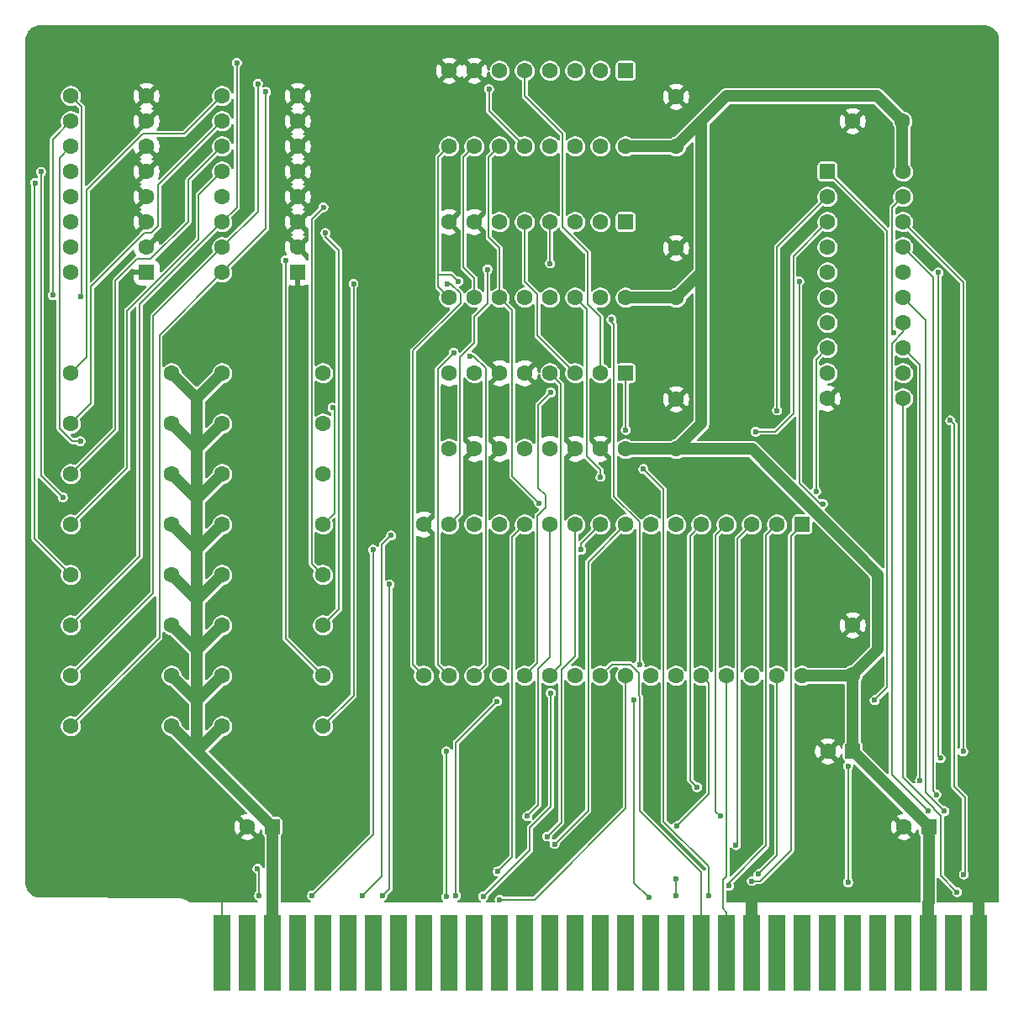
<source format=gbl>
%TF.GenerationSoftware,KiCad,Pcbnew,9.0.5-1.fc42*%
%TF.CreationDate,2025-11-09T16:45:19+08:00*%
%TF.ProjectId,XTra-RAM,58547261-2d52-4414-9d2e-6b696361645f,rev?*%
%TF.SameCoordinates,Original*%
%TF.FileFunction,Copper,L2,Bot*%
%TF.FilePolarity,Positive*%
%FSLAX46Y46*%
G04 Gerber Fmt 4.6, Leading zero omitted, Abs format (unit mm)*
G04 Created by KiCad (PCBNEW 9.0.5-1.fc42) date 2025-11-09 16:45:19*
%MOMM*%
%LPD*%
G01*
G04 APERTURE LIST*
G04 Aperture macros list*
%AMRoundRect*
0 Rectangle with rounded corners*
0 $1 Rounding radius*
0 $2 $3 $4 $5 $6 $7 $8 $9 X,Y pos of 4 corners*
0 Add a 4 corners polygon primitive as box body*
4,1,4,$2,$3,$4,$5,$6,$7,$8,$9,$2,$3,0*
0 Add four circle primitives for the rounded corners*
1,1,$1+$1,$2,$3*
1,1,$1+$1,$4,$5*
1,1,$1+$1,$6,$7*
1,1,$1+$1,$8,$9*
0 Add four rect primitives between the rounded corners*
20,1,$1+$1,$2,$3,$4,$5,0*
20,1,$1+$1,$4,$5,$6,$7,0*
20,1,$1+$1,$6,$7,$8,$9,0*
20,1,$1+$1,$8,$9,$2,$3,0*%
G04 Aperture macros list end*
%TA.AperFunction,Conductor*%
%ADD10C,0.200000*%
%TD*%
%TA.AperFunction,ComponentPad*%
%ADD11RoundRect,0.250000X0.550000X0.550000X-0.550000X0.550000X-0.550000X-0.550000X0.550000X-0.550000X0*%
%TD*%
%TA.AperFunction,ComponentPad*%
%ADD12C,1.600000*%
%TD*%
%TA.AperFunction,ComponentPad*%
%ADD13RoundRect,0.250000X-0.550000X-0.550000X0.550000X-0.550000X0.550000X0.550000X-0.550000X0.550000X0*%
%TD*%
%TA.AperFunction,ComponentPad*%
%ADD14RoundRect,0.250000X-0.550000X0.550000X-0.550000X-0.550000X0.550000X-0.550000X0.550000X0.550000X0*%
%TD*%
%TA.AperFunction,ConnectorPad*%
%ADD15R,1.780000X7.620000*%
%TD*%
%TA.AperFunction,ViaPad*%
%ADD16C,0.600000*%
%TD*%
%TA.AperFunction,Conductor*%
%ADD17C,1.200000*%
%TD*%
G04 APERTURE END LIST*
D10*
%TO.N,CHIP_EN*%
X156051200Y-96460348D02*
X156051200Y-97148630D01*
%TD*%
D11*
%TO.P,C6,1*%
%TO.N,+5V*%
X126960000Y-132080000D03*
D12*
%TO.P,C6,2*%
%TO.N,GND*%
X124460000Y-132080000D03*
%TD*%
%TO.P,C4,1*%
%TO.N,+5V*%
X167640000Y-78740000D03*
%TO.P,C4,2*%
%TO.N,GND*%
X167640000Y-73740000D03*
%TD*%
%TO.P,R2,1*%
%TO.N,+5V*%
X116840000Y-91440000D03*
%TO.P,R2,2*%
%TO.N,Net-(U3-I6)*%
X106680000Y-91440000D03*
%TD*%
D11*
%TO.P,C8,1*%
%TO.N,+5V*%
X193080000Y-132080000D03*
D12*
%TO.P,C8,2*%
%TO.N,GND*%
X190580000Y-132080000D03*
%TD*%
D13*
%TO.P,U2,1,A->B*%
%TO.N,~{SMEMW}*%
X182880000Y-66040000D03*
D12*
%TO.P,U2,2,A0*%
%TO.N,DQ0*%
X182880000Y-68580000D03*
%TO.P,U2,3,A1*%
%TO.N,DQ1*%
X182880000Y-71120000D03*
%TO.P,U2,4,A2*%
%TO.N,DQ2*%
X182880000Y-73660000D03*
%TO.P,U2,5,A3*%
%TO.N,DQ3*%
X182880000Y-76200000D03*
%TO.P,U2,6,A4*%
%TO.N,DQ4*%
X182880000Y-78740000D03*
%TO.P,U2,7,A5*%
%TO.N,DQ5*%
X182880000Y-81280000D03*
%TO.P,U2,8,A6*%
%TO.N,DQ6*%
X182880000Y-83820000D03*
%TO.P,U2,9,A7*%
%TO.N,DQ7*%
X182880000Y-86360000D03*
%TO.P,U2,10,GND*%
%TO.N,GND*%
X182880000Y-88900000D03*
%TO.P,U2,11,B7*%
%TO.N,DB7*%
X190500000Y-88900000D03*
%TO.P,U2,12,B6*%
%TO.N,DB6*%
X190500000Y-86360000D03*
%TO.P,U2,13,B5*%
%TO.N,DB5*%
X190500000Y-83820000D03*
%TO.P,U2,14,B4*%
%TO.N,DB4*%
X190500000Y-81280000D03*
%TO.P,U2,15,B3*%
%TO.N,DB3*%
X190500000Y-78740000D03*
%TO.P,U2,16,B2*%
%TO.N,DB2*%
X190500000Y-76200000D03*
%TO.P,U2,17,B1*%
%TO.N,DB1*%
X190500000Y-73660000D03*
%TO.P,U2,18,B0*%
%TO.N,DB0*%
X190500000Y-71120000D03*
%TO.P,U2,19,CE*%
%TO.N,CHIP_EN*%
X190500000Y-68580000D03*
%TO.P,U2,20,VCC*%
%TO.N,+5V*%
X190500000Y-66040000D03*
%TD*%
%TO.P,R5,1*%
%TO.N,+5V*%
X116840000Y-106680000D03*
%TO.P,R5,2*%
%TO.N,Net-(U3-I3)*%
X106680000Y-106680000D03*
%TD*%
%TO.P,C3,1*%
%TO.N,+5V*%
X167640000Y-63500000D03*
%TO.P,C3,2*%
%TO.N,GND*%
X167640000Y-58500000D03*
%TD*%
%TO.P,R13,1*%
%TO.N,+5V*%
X121920000Y-106680000D03*
%TO.P,R13,2*%
%TO.N,Net-(U4-I3)*%
X132080000Y-106680000D03*
%TD*%
%TO.P,R16,1*%
%TO.N,+5V*%
X121920000Y-121920000D03*
%TO.P,R16,2*%
%TO.N,Net-(U4-I0)*%
X132080000Y-121920000D03*
%TD*%
D11*
%TO.P,C7,1*%
%TO.N,+5V*%
X185420000Y-124460000D03*
D12*
%TO.P,C7,2*%
%TO.N,GND*%
X182920000Y-124460000D03*
%TD*%
%TO.P,R12,1*%
%TO.N,+5V*%
X121920000Y-101600000D03*
%TO.P,R12,2*%
%TO.N,Net-(U4-I4)*%
X132080000Y-101600000D03*
%TD*%
%TO.P,R4,1*%
%TO.N,+5V*%
X116840000Y-101600000D03*
%TO.P,R4,2*%
%TO.N,Net-(U3-I4)*%
X106680000Y-101600000D03*
%TD*%
D14*
%TO.P,U1,1,A18*%
%TO.N,A18*%
X180340000Y-101600000D03*
D12*
%TO.P,U1,2,A16*%
%TO.N,A16*%
X177800000Y-101600000D03*
%TO.P,U1,3,A14*%
%TO.N,A14*%
X175260000Y-101600000D03*
%TO.P,U1,4,A12*%
%TO.N,A12*%
X172720000Y-101600000D03*
%TO.P,U1,5,A7*%
%TO.N,A7*%
X170180000Y-101600000D03*
%TO.P,U1,6,A6*%
%TO.N,A6*%
X167640000Y-101600000D03*
%TO.P,U1,7,A5*%
%TO.N,A5*%
X165100000Y-101600000D03*
%TO.P,U1,8,A4*%
%TO.N,A4*%
X162560000Y-101600000D03*
%TO.P,U1,9,A3*%
%TO.N,A3*%
X160020000Y-101600000D03*
%TO.P,U1,10,A2*%
%TO.N,A2*%
X157480000Y-101600000D03*
%TO.P,U1,11,A1*%
%TO.N,A1*%
X154940000Y-101600000D03*
%TO.P,U1,12,A0*%
%TO.N,A0*%
X152400000Y-101600000D03*
%TO.P,U1,13,DQ0*%
%TO.N,DQ0*%
X149860000Y-101600000D03*
%TO.P,U1,14,DQ1*%
%TO.N,DQ1*%
X147320000Y-101600000D03*
%TO.P,U1,15,DQ2*%
%TO.N,DQ2*%
X144780000Y-101600000D03*
%TO.P,U1,16,VSS*%
%TO.N,GND*%
X142240000Y-101600000D03*
%TO.P,U1,17,DQ3*%
%TO.N,DQ3*%
X142240000Y-116840000D03*
%TO.P,U1,18,DQ4*%
%TO.N,DQ4*%
X144780000Y-116840000D03*
%TO.P,U1,19,DQ5*%
%TO.N,DQ5*%
X147320000Y-116840000D03*
%TO.P,U1,20,DQ6*%
%TO.N,DQ6*%
X149860000Y-116840000D03*
%TO.P,U1,21,DQ7*%
%TO.N,DQ7*%
X152400000Y-116840000D03*
%TO.P,U1,22,CE#*%
%TO.N,CHIP_EN*%
X154940000Y-116840000D03*
%TO.P,U1,23,A10*%
%TO.N,A10*%
X157480000Y-116840000D03*
%TO.P,U1,24,OE#*%
%TO.N,~{SMEMR}*%
X160020000Y-116840000D03*
%TO.P,U1,25,A11*%
%TO.N,A11*%
X162560000Y-116840000D03*
%TO.P,U1,26,A9*%
%TO.N,A9*%
X165100000Y-116840000D03*
%TO.P,U1,27,A8*%
%TO.N,A8*%
X167640000Y-116840000D03*
%TO.P,U1,28,A13*%
%TO.N,A13*%
X170180000Y-116840000D03*
%TO.P,U1,29,WE#*%
%TO.N,~{SMEMW}*%
X172720000Y-116840000D03*
%TO.P,U1,30,A17*%
%TO.N,A17*%
X175260000Y-116840000D03*
%TO.P,U1,31,A15*%
%TO.N,A15*%
X177800000Y-116840000D03*
%TO.P,U1,32,VCC*%
%TO.N,+5V*%
X180340000Y-116840000D03*
%TD*%
D14*
%TO.P,U4,1,I3*%
%TO.N,Net-(U4-I3)*%
X162560000Y-71120000D03*
D12*
%TO.P,U4,2,I2*%
%TO.N,Net-(U4-I2)*%
X160020000Y-71120000D03*
%TO.P,U4,3,I1*%
%TO.N,Net-(U4-I1)*%
X157480000Y-71120000D03*
%TO.P,U4,4,I0*%
%TO.N,Net-(U4-I0)*%
X154940000Y-71120000D03*
%TO.P,U4,5,Z*%
%TO.N,Net-(U4-Z)*%
X152400000Y-71120000D03*
%TO.P,U4,6,~{Z}*%
%TO.N,unconnected-(U4-~{Z}-Pad6)*%
X149860000Y-71120000D03*
%TO.P,U4,7,~{E}*%
%TO.N,GND*%
X147320000Y-71120000D03*
%TO.P,U4,8,GND*%
X144780000Y-71120000D03*
%TO.P,U4,9,S2*%
%TO.N,A18*%
X144780000Y-78740000D03*
%TO.P,U4,10,S1*%
%TO.N,A17*%
X147320000Y-78740000D03*
%TO.P,U4,11,S0*%
%TO.N,A16*%
X149860000Y-78740000D03*
%TO.P,U4,12,I7*%
%TO.N,Net-(U4-I7)*%
X152400000Y-78740000D03*
%TO.P,U4,13,I6*%
%TO.N,Net-(U4-I6)*%
X154940000Y-78740000D03*
%TO.P,U4,14,I5*%
%TO.N,Net-(U4-I5)*%
X157480000Y-78740000D03*
%TO.P,U4,15,I4*%
%TO.N,Net-(U4-I4)*%
X160020000Y-78740000D03*
%TO.P,U4,16,VCC*%
%TO.N,+5V*%
X162560000Y-78740000D03*
%TD*%
%TO.P,R6,1*%
%TO.N,+5V*%
X116840000Y-111760000D03*
%TO.P,R6,2*%
%TO.N,Net-(U3-I2)*%
X106680000Y-111760000D03*
%TD*%
%TO.P,C1,1*%
%TO.N,+5V*%
X185420000Y-116760000D03*
%TO.P,C1,2*%
%TO.N,GND*%
X185420000Y-111760000D03*
%TD*%
%TO.P,R3,1*%
%TO.N,+5V*%
X116840000Y-96520000D03*
%TO.P,R3,2*%
%TO.N,Net-(U3-I5)*%
X106680000Y-96520000D03*
%TD*%
D14*
%TO.P,U5,1,S*%
%TO.N,A19*%
X162560000Y-86360000D03*
D12*
%TO.P,U5,2,I0a*%
%TO.N,Net-(U3-Z)*%
X160020000Y-86360000D03*
%TO.P,U5,3,I1a*%
%TO.N,Net-(U4-Z)*%
X157480000Y-86360000D03*
%TO.P,U5,4,Za*%
%TO.N,CHIP_EN*%
X154940000Y-86360000D03*
%TO.P,U5,5,I0b*%
%TO.N,GND*%
X152400000Y-86360000D03*
%TO.P,U5,6,I1b*%
X149860000Y-86360000D03*
%TO.P,U5,7,Zb*%
%TO.N,unconnected-(U5-Zb-Pad7)*%
X147320000Y-86360000D03*
%TO.P,U5,8,GND*%
%TO.N,GND*%
X144780000Y-86360000D03*
%TO.P,U5,9,Zc*%
%TO.N,unconnected-(U5-Zc-Pad9)*%
X144780000Y-93980000D03*
%TO.P,U5,10,I1c*%
%TO.N,GND*%
X147320000Y-93980000D03*
%TO.P,U5,11,I0c*%
X149860000Y-93980000D03*
%TO.P,U5,12,Zd*%
%TO.N,unconnected-(U5-Zd-Pad12)*%
X152400000Y-93980000D03*
%TO.P,U5,13,I1d*%
%TO.N,GND*%
X154940000Y-93980000D03*
%TO.P,U5,14,I0d*%
X157480000Y-93980000D03*
%TO.P,U5,15,E*%
X160020000Y-93980000D03*
%TO.P,U5,16,VCC*%
%TO.N,+5V*%
X162560000Y-93980000D03*
%TD*%
%TO.P,R15,1*%
%TO.N,+5V*%
X121920000Y-116840000D03*
%TO.P,R15,2*%
%TO.N,Net-(U4-I1)*%
X132080000Y-116840000D03*
%TD*%
%TO.P,R11,1*%
%TO.N,+5V*%
X121920000Y-96520000D03*
%TO.P,R11,2*%
%TO.N,Net-(U4-I5)*%
X132080000Y-96520000D03*
%TD*%
D14*
%TO.P,U3,1,I3*%
%TO.N,Net-(U3-I3)*%
X162560000Y-55880000D03*
D12*
%TO.P,U3,2,I2*%
%TO.N,Net-(U3-I2)*%
X160020000Y-55880000D03*
%TO.P,U3,3,I1*%
%TO.N,Net-(U3-I1)*%
X157480000Y-55880000D03*
%TO.P,U3,4,I0*%
%TO.N,Net-(U3-I0)*%
X154940000Y-55880000D03*
%TO.P,U3,5,Z*%
%TO.N,Net-(U3-Z)*%
X152400000Y-55880000D03*
%TO.P,U3,6,~{Z}*%
%TO.N,unconnected-(U3-~{Z}-Pad6)*%
X149860000Y-55880000D03*
%TO.P,U3,7,~{E}*%
%TO.N,GND*%
X147320000Y-55880000D03*
%TO.P,U3,8,GND*%
X144780000Y-55880000D03*
%TO.P,U3,9,S2*%
%TO.N,A18*%
X144780000Y-63500000D03*
%TO.P,U3,10,S1*%
%TO.N,A17*%
X147320000Y-63500000D03*
%TO.P,U3,11,S0*%
%TO.N,A16*%
X149860000Y-63500000D03*
%TO.P,U3,12,I7*%
%TO.N,Net-(U3-I7)*%
X152400000Y-63500000D03*
%TO.P,U3,13,I6*%
%TO.N,Net-(U3-I6)*%
X154940000Y-63500000D03*
%TO.P,U3,14,I5*%
%TO.N,Net-(U3-I5)*%
X157480000Y-63500000D03*
%TO.P,U3,15,I4*%
%TO.N,Net-(U3-I4)*%
X160020000Y-63500000D03*
%TO.P,U3,16,VCC*%
%TO.N,+5V*%
X162560000Y-63500000D03*
%TD*%
D11*
%TO.P,SW2,1*%
%TO.N,GND*%
X114300000Y-76200000D03*
D12*
%TO.P,SW2,2*%
X114300000Y-73660000D03*
%TO.P,SW2,3*%
X114300000Y-71120000D03*
%TO.P,SW2,4*%
X114300000Y-68580000D03*
%TO.P,SW2,5*%
X114300000Y-66040000D03*
%TO.P,SW2,6*%
X114300000Y-63500000D03*
%TO.P,SW2,7*%
X114300000Y-60960000D03*
%TO.P,SW2,8*%
X114300000Y-58420000D03*
%TO.P,SW2,9*%
%TO.N,Net-(U4-I7)*%
X106680000Y-58420000D03*
%TO.P,SW2,10*%
%TO.N,Net-(U4-I6)*%
X106680000Y-60960000D03*
%TO.P,SW2,11*%
%TO.N,Net-(U4-I5)*%
X106680000Y-63500000D03*
%TO.P,SW2,12*%
%TO.N,Net-(U4-I4)*%
X106680000Y-66040000D03*
%TO.P,SW2,13*%
%TO.N,Net-(U4-I3)*%
X106680000Y-68580000D03*
%TO.P,SW2,14*%
%TO.N,Net-(U4-I2)*%
X106680000Y-71120000D03*
%TO.P,SW2,15*%
%TO.N,Net-(U4-I1)*%
X106680000Y-73660000D03*
%TO.P,SW2,16*%
%TO.N,Net-(U4-I0)*%
X106680000Y-76200000D03*
%TD*%
%TO.P,R1,1*%
%TO.N,+5V*%
X116840000Y-86360000D03*
%TO.P,R1,2*%
%TO.N,Net-(U3-I7)*%
X106680000Y-86360000D03*
%TD*%
%TO.P,R9,1*%
%TO.N,+5V*%
X121920000Y-86360000D03*
%TO.P,R9,2*%
%TO.N,Net-(U4-I7)*%
X132080000Y-86360000D03*
%TD*%
%TO.P,R8,1*%
%TO.N,+5V*%
X116840000Y-121920000D03*
%TO.P,R8,2*%
%TO.N,Net-(U3-I0)*%
X106680000Y-121920000D03*
%TD*%
%TO.P,R14,1*%
%TO.N,+5V*%
X121920000Y-111760000D03*
%TO.P,R14,2*%
%TO.N,Net-(U4-I2)*%
X132080000Y-111760000D03*
%TD*%
D11*
%TO.P,SW1,1*%
%TO.N,GND*%
X129540000Y-76200000D03*
D12*
%TO.P,SW1,2*%
X129540000Y-73660000D03*
%TO.P,SW1,3*%
X129540000Y-71120000D03*
%TO.P,SW1,4*%
X129540000Y-68580000D03*
%TO.P,SW1,5*%
X129540000Y-66040000D03*
%TO.P,SW1,6*%
X129540000Y-63500000D03*
%TO.P,SW1,7*%
X129540000Y-60960000D03*
%TO.P,SW1,8*%
X129540000Y-58420000D03*
%TO.P,SW1,9*%
%TO.N,Net-(U3-I7)*%
X121920000Y-58420000D03*
%TO.P,SW1,10*%
%TO.N,Net-(U3-I6)*%
X121920000Y-60960000D03*
%TO.P,SW1,11*%
%TO.N,Net-(U3-I5)*%
X121920000Y-63500000D03*
%TO.P,SW1,12*%
%TO.N,Net-(U3-I4)*%
X121920000Y-66040000D03*
%TO.P,SW1,13*%
%TO.N,Net-(U3-I3)*%
X121920000Y-68580000D03*
%TO.P,SW1,14*%
%TO.N,Net-(U3-I2)*%
X121920000Y-71120000D03*
%TO.P,SW1,15*%
%TO.N,Net-(U3-I1)*%
X121920000Y-73660000D03*
%TO.P,SW1,16*%
%TO.N,Net-(U3-I0)*%
X121920000Y-76200000D03*
%TD*%
D15*
%TO.P,CN1,1,GND*%
%TO.N,GND*%
X198120000Y-144780000D03*
%TO.P,CN1,2,RESET*%
%TO.N,unconnected-(CN1-RESET-Pad2)*%
X195580000Y-144780000D03*
%TO.P,CN1,3,VCC*%
%TO.N,+5V*%
X193040000Y-144780000D03*
%TO.P,CN1,4,IRQ2*%
%TO.N,unconnected-(CN1-IRQ2-Pad4)*%
X190500000Y-144780000D03*
%TO.P,CN1,5,-5V*%
%TO.N,unconnected-(CN1--5V-Pad5)*%
X187960000Y-144780000D03*
%TO.P,CN1,6,DRQ2*%
%TO.N,unconnected-(CN1-DRQ2-Pad6)*%
X185420000Y-144780000D03*
%TO.P,CN1,7,-12V*%
%TO.N,unconnected-(CN1--12V-Pad7)*%
X182880000Y-144780000D03*
%TO.P,CN1,8,UNUSED*%
%TO.N,unconnected-(CN1-UNUSED-Pad8)*%
X180340000Y-144780000D03*
%TO.P,CN1,9,+12V*%
%TO.N,unconnected-(CN1-+12V-Pad9)*%
X177800000Y-144780000D03*
%TO.P,CN1,10,GND*%
%TO.N,GND*%
X175260000Y-144780000D03*
%TO.P,CN1,11,~{SMEMW}*%
%TO.N,~{SMEMW}*%
X172720000Y-144780000D03*
%TO.P,CN1,12,~{SMEMR}*%
%TO.N,~{SMEMR}*%
X170180000Y-144780000D03*
%TO.P,CN1,13,~{IOW}*%
%TO.N,unconnected-(CN1-~{IOW}-Pad13)*%
X167640000Y-144780000D03*
%TO.P,CN1,14,~{IOR}*%
%TO.N,unconnected-(CN1-~{IOR}-Pad14)*%
X165100000Y-144780000D03*
%TO.P,CN1,15,~{DACK3}*%
%TO.N,unconnected-(CN1-~{DACK3}-Pad15)*%
X162560000Y-144780000D03*
%TO.P,CN1,16,DRQ3*%
%TO.N,unconnected-(CN1-DRQ3-Pad16)*%
X160020000Y-144780000D03*
%TO.P,CN1,17,~{DACK1}*%
%TO.N,unconnected-(CN1-~{DACK1}-Pad17)*%
X157480000Y-144780000D03*
%TO.P,CN1,18,DRQ1*%
%TO.N,unconnected-(CN1-DRQ1-Pad18)*%
X154940000Y-144780000D03*
%TO.P,CN1,19,~{DACK0}*%
%TO.N,unconnected-(CN1-~{DACK0}-Pad19)*%
X152400000Y-144780000D03*
%TO.P,CN1,20,CLK*%
%TO.N,unconnected-(CN1-CLK-Pad20)*%
X149860000Y-144780000D03*
%TO.P,CN1,21,IRQ7*%
%TO.N,unconnected-(CN1-IRQ7-Pad21)*%
X147320000Y-144780000D03*
%TO.P,CN1,22,IRQ6*%
%TO.N,unconnected-(CN1-IRQ6-Pad22)*%
X144780000Y-144780000D03*
%TO.P,CN1,23,IRQ5*%
%TO.N,unconnected-(CN1-IRQ5-Pad23)*%
X142240000Y-144780000D03*
%TO.P,CN1,24,IRQ4*%
%TO.N,unconnected-(CN1-IRQ4-Pad24)*%
X139700000Y-144780000D03*
%TO.P,CN1,25,IRQ3*%
%TO.N,unconnected-(CN1-IRQ3-Pad25)*%
X137160000Y-144780000D03*
%TO.P,CN1,26,~{DACK2}*%
%TO.N,unconnected-(CN1-~{DACK2}-Pad26)*%
X134620000Y-144780000D03*
%TO.P,CN1,27,TC*%
%TO.N,unconnected-(CN1-TC-Pad27)*%
X132080000Y-144780000D03*
%TO.P,CN1,28,ALE*%
%TO.N,unconnected-(CN1-ALE-Pad28)*%
X129540000Y-144780000D03*
%TO.P,CN1,29,VCC*%
%TO.N,+5V*%
X127000000Y-144780000D03*
%TO.P,CN1,30,OSC*%
%TO.N,unconnected-(CN1-OSC-Pad30)*%
X124460000Y-144780000D03*
%TO.P,CN1,31,GND*%
%TO.N,GND*%
X121920000Y-144780000D03*
%TD*%
D12*
%TO.P,R10,1*%
%TO.N,+5V*%
X121920000Y-91440000D03*
%TO.P,R10,2*%
%TO.N,Net-(U4-I6)*%
X132080000Y-91440000D03*
%TD*%
%TO.P,C2,1*%
%TO.N,+5V*%
X190420000Y-60960000D03*
%TO.P,C2,2*%
%TO.N,GND*%
X185420000Y-60960000D03*
%TD*%
%TO.P,C5,1*%
%TO.N,+5V*%
X167640000Y-93980000D03*
%TO.P,C5,2*%
%TO.N,GND*%
X167640000Y-88980000D03*
%TD*%
%TO.P,R7,1*%
%TO.N,+5V*%
X116840000Y-116840000D03*
%TO.P,R7,2*%
%TO.N,Net-(U3-I1)*%
X106680000Y-116840000D03*
%TD*%
D16*
%TO.N,GND*%
X137160000Y-58420000D03*
X147320000Y-111760000D03*
X144780000Y-109220000D03*
X119380000Y-132080000D03*
X111760000Y-129540000D03*
X172720000Y-55880000D03*
X170180000Y-119380000D03*
X174845277Y-80535240D03*
X139700000Y-68580000D03*
X117241457Y-73412102D03*
X187960000Y-55880000D03*
X177800000Y-55880000D03*
X198120000Y-127000000D03*
X167640000Y-119380000D03*
X167640000Y-106680000D03*
X134620000Y-124460000D03*
X195062142Y-85332535D03*
X170180000Y-53340000D03*
X104140000Y-132080000D03*
X142240000Y-121920000D03*
X104140000Y-127000000D03*
X142240000Y-106680000D03*
X185420000Y-88900000D03*
X193040000Y-55880000D03*
X139700000Y-66040000D03*
X167640000Y-111760000D03*
X149860000Y-111760000D03*
X139700000Y-78740000D03*
X106680000Y-129540000D03*
X187960000Y-96520000D03*
X139700000Y-91440000D03*
X162560000Y-104140000D03*
X198120000Y-111760000D03*
X149860000Y-91440000D03*
X142240000Y-127000000D03*
X104140000Y-109220000D03*
X172720000Y-60960000D03*
X142240000Y-99060000D03*
X175260000Y-132080000D03*
X175260000Y-111760000D03*
X172720000Y-66040000D03*
X165100000Y-68580000D03*
X127000000Y-68580000D03*
X185420000Y-93980000D03*
X147320000Y-129540000D03*
X147320000Y-106680000D03*
X157480000Y-127000000D03*
X172720000Y-81280000D03*
X147320000Y-124460000D03*
X129540000Y-129540000D03*
X172720000Y-111760000D03*
X144780000Y-119380000D03*
X139700000Y-124460000D03*
X167640000Y-104140000D03*
X180340000Y-106680000D03*
X137160000Y-81280000D03*
X132080000Y-132080000D03*
X190500000Y-53340000D03*
X180340000Y-111760000D03*
X142240000Y-114300000D03*
X177800000Y-71120000D03*
X121920000Y-83820000D03*
X147320000Y-88900000D03*
X160020000Y-73660000D03*
X149860000Y-132080000D03*
X144780000Y-73660000D03*
X154940000Y-91440000D03*
X167640000Y-66040000D03*
X172720000Y-104140000D03*
X194858075Y-109648870D03*
X109220000Y-127000000D03*
X116840000Y-129540000D03*
X104140000Y-119380000D03*
X147320000Y-60960000D03*
X134620000Y-66040000D03*
X191357741Y-104997741D03*
X180340000Y-121920000D03*
X160020000Y-106680000D03*
X162560000Y-58420000D03*
X134620000Y-58420000D03*
X137160000Y-93980000D03*
X187960000Y-129540000D03*
X111760000Y-134620000D03*
X137160000Y-88900000D03*
X124460000Y-124460000D03*
X175260000Y-63500000D03*
X111760000Y-53340000D03*
X180340000Y-63500000D03*
X109220000Y-73660000D03*
X187697379Y-121838738D03*
X180340000Y-53340000D03*
X114300000Y-127000000D03*
X144780000Y-114300000D03*
X160020000Y-60960000D03*
X185420000Y-53340000D03*
X104140000Y-114300000D03*
X167640000Y-81280000D03*
X187960000Y-68580000D03*
X127000000Y-66040000D03*
X175260000Y-127000000D03*
X187960000Y-78740000D03*
X160020000Y-109220000D03*
X127000000Y-127000000D03*
X129540000Y-124460000D03*
X162560000Y-111760000D03*
X185420000Y-73660000D03*
X137160000Y-99060000D03*
X152400000Y-124460000D03*
X116840000Y-134620000D03*
X116840000Y-83820000D03*
X152400000Y-111760000D03*
X198120000Y-119380000D03*
X175260000Y-68580000D03*
X195177221Y-78715464D03*
X139700000Y-129540000D03*
X144780000Y-88900000D03*
X198120000Y-91440000D03*
X187960000Y-83820000D03*
X121920000Y-134620000D03*
X157480000Y-58420000D03*
X177800000Y-111760000D03*
X152400000Y-60960000D03*
X175260000Y-104140000D03*
X175260000Y-53340000D03*
X180340000Y-129540000D03*
X198120000Y-104140000D03*
X165100000Y-111760000D03*
X142240000Y-132080000D03*
X172720000Y-71120000D03*
X109220000Y-132080000D03*
X142240000Y-109220000D03*
X118144735Y-76088484D03*
X152400000Y-106680000D03*
X162560000Y-66040000D03*
X147320000Y-73660000D03*
X116840000Y-71120000D03*
X157480000Y-88900000D03*
X175260000Y-73660000D03*
X139700000Y-119380000D03*
X182880000Y-55880000D03*
X127000000Y-73660000D03*
X185420000Y-99060000D03*
X152400000Y-88900000D03*
X134620000Y-129540000D03*
X160020000Y-121920000D03*
X165100000Y-106680000D03*
X177800000Y-66040000D03*
X160020000Y-91440000D03*
X149860000Y-106680000D03*
X170180000Y-106680000D03*
X194385774Y-64101888D03*
X139700000Y-73660000D03*
X106680000Y-134620000D03*
X175260000Y-121920000D03*
X132080000Y-127000000D03*
X149860000Y-127000000D03*
X177800000Y-60960000D03*
X165459269Y-125004041D03*
X170180000Y-111760000D03*
X134620000Y-68580000D03*
X114300000Y-132080000D03*
X127000000Y-60960000D03*
X134620000Y-71120000D03*
X167640000Y-127000000D03*
X149860000Y-81888213D03*
X106680000Y-53340000D03*
X177800000Y-106680000D03*
%TO.N,A4*%
X155406300Y-133798300D03*
%TO.N,DB7*%
X195934500Y-138643400D03*
%TO.N,DB5*%
X192196100Y-127389300D03*
%TO.N,A15*%
X175941100Y-136825200D03*
%TO.N,DB4*%
X193013700Y-130431200D03*
%TO.N,A19*%
X170924000Y-138991000D03*
X162560000Y-92084500D03*
X164335200Y-96007400D03*
%TO.N,A5*%
X136022000Y-138994200D03*
X138915000Y-102709400D03*
%TO.N,A12*%
X172094000Y-130983200D03*
%TO.N,A2*%
X154644600Y-133036600D03*
%TO.N,A13*%
X167711865Y-132008135D03*
%TO.N,A6*%
X138036500Y-139033700D03*
X138773700Y-107627200D03*
%TO.N,DB3*%
X194663200Y-130473200D03*
%TO.N,A16*%
X172960600Y-137994000D03*
X153826800Y-99439800D03*
%TO.N,DB6*%
X195249800Y-91109800D03*
X196610500Y-136851300D03*
%TO.N,A17*%
X163408300Y-119252000D03*
X163945600Y-115707900D03*
X164876600Y-139168200D03*
X161121700Y-80936900D03*
%TO.N,~{SMEMW}*%
X187625300Y-119305200D03*
%TO.N,A3*%
X158080000Y-104140000D03*
X137113900Y-104140000D03*
X130964200Y-138991000D03*
%TO.N,A10*%
X148211000Y-139087900D03*
X155009900Y-118574200D03*
%TO.N,A1*%
X152641200Y-130983200D03*
X125473985Y-136265786D03*
X125628000Y-138991000D03*
%TO.N,DB0*%
X196540100Y-124460000D03*
%TO.N,A7*%
X169736300Y-128063700D03*
%TO.N,A0*%
X149671800Y-136552600D03*
%TO.N,A8*%
X144493100Y-139103100D03*
X144493100Y-124460000D03*
%TO.N,A9*%
X149621300Y-119402900D03*
X145459700Y-139005100D03*
%TO.N,A11*%
X149860000Y-139400000D03*
%TO.N,DB2*%
X194258900Y-125144200D03*
X184968900Y-137649700D03*
X184968900Y-125932500D03*
X194039800Y-76200000D03*
%TO.N,A18*%
X167640000Y-137291800D03*
X182414318Y-99525682D03*
X167640000Y-138991000D03*
X175260000Y-137522600D03*
X180030000Y-77099300D03*
X145700600Y-77099300D03*
%TO.N,A14*%
X173653800Y-133902700D03*
%TO.N,DB1*%
X193839265Y-128800736D03*
%TO.N,Net-(U3-I7)*%
X148798400Y-57728601D03*
%TO.N,Net-(U3-I3)*%
X103087200Y-67168400D03*
%TO.N,Net-(U3-I2)*%
X123396300Y-55076200D03*
%TO.N,Net-(U3-I1)*%
X125501800Y-57181800D03*
%TO.N,Net-(U3-I0)*%
X126315800Y-57995700D03*
%TO.N,Net-(U4-I7)*%
X107639900Y-78661000D03*
%TO.N,Net-(U4-I6)*%
X104869200Y-78494000D03*
%TO.N,Net-(U4-I5)*%
X107639900Y-93200900D03*
X160020000Y-96801700D03*
%TO.N,Net-(U4-I4)*%
X105879300Y-98868700D03*
X133046100Y-89821000D03*
X103687200Y-66059800D03*
%TO.N,Net-(U4-I3)*%
X132112300Y-69631300D03*
%TO.N,Net-(U4-I2)*%
X132319400Y-72230400D03*
%TO.N,Net-(U4-I1)*%
X128312500Y-74984700D03*
%TO.N,Net-(U4-I0)*%
X154940000Y-75291400D03*
X135150200Y-77326900D03*
%TO.N,DQ5*%
X146857000Y-84665200D03*
%TO.N,DQ0*%
X177800000Y-90110200D03*
%TO.N,CHIP_EN*%
X189568300Y-82270000D03*
%TO.N,DQ4*%
X145252200Y-84292200D03*
%TO.N,DQ7*%
X155001100Y-88298900D03*
%TO.N,DQ3*%
X144576800Y-77326100D03*
%TO.N,DQ6*%
X181726965Y-98263735D03*
%TO.N,DQ1*%
X175650300Y-92248700D03*
%TO.N,DQ2*%
X148639000Y-75891400D03*
%TD*%
D17*
%TO.N,+5V*%
X119380000Y-99060000D02*
X119380000Y-93980000D01*
X119380000Y-88900000D02*
X116840000Y-86360000D01*
X187960000Y-114220000D02*
X185420000Y-116760000D01*
X116840000Y-91440000D02*
X119380000Y-93980000D01*
X193080000Y-139660000D02*
X193080000Y-132080000D01*
X185340000Y-116840000D02*
X185420000Y-116760000D01*
X167640000Y-93980000D02*
X175313000Y-93980000D01*
X119380000Y-119380000D02*
X121920000Y-116840000D01*
X167640000Y-63500000D02*
X170180000Y-60960000D01*
X170180000Y-76200000D02*
X170180000Y-60960000D01*
D10*
X126960000Y-132040000D02*
X126960000Y-132080000D01*
D17*
X119380000Y-124460000D02*
X119380000Y-119380000D01*
X119380000Y-104140000D02*
X119380000Y-99060000D01*
X116840000Y-106680000D02*
X119380000Y-109220000D01*
X121920000Y-96520000D02*
X119380000Y-99060000D01*
X193040000Y-139700000D02*
X193080000Y-139660000D01*
X190420000Y-60960000D02*
X190420000Y-65960000D01*
X170180000Y-60960000D02*
X172720000Y-58420000D01*
X185420000Y-124460000D02*
X185460000Y-124460000D01*
X126180000Y-131260000D02*
X127000000Y-132080000D01*
X187960000Y-106627000D02*
X187960000Y-114220000D01*
X162560000Y-63500000D02*
X167640000Y-63500000D01*
X170180000Y-91440000D02*
X170180000Y-76200000D01*
X187880000Y-58420000D02*
X190420000Y-60960000D01*
X167640000Y-78740000D02*
X170180000Y-76200000D01*
X116840000Y-101600000D02*
X119380000Y-104140000D01*
X121920000Y-111760000D02*
X119380000Y-114300000D01*
D10*
X126180000Y-131260000D02*
X126960000Y-132040000D01*
D17*
X162560000Y-93980000D02*
X167640000Y-93980000D01*
X162560000Y-78740000D02*
X167640000Y-78740000D01*
X119380000Y-88900000D02*
X121920000Y-86360000D01*
X119380000Y-119380000D02*
X119380000Y-114300000D01*
X175313000Y-93980000D02*
X187960000Y-106627000D01*
X185420000Y-116760000D02*
X185420000Y-124460000D01*
X116840000Y-121920000D02*
X119380000Y-124460000D01*
X116840000Y-116840000D02*
X119380000Y-119380000D01*
X116840000Y-96520000D02*
X119380000Y-99060000D01*
X172720000Y-58420000D02*
X187880000Y-58420000D01*
X180340000Y-116840000D02*
X185340000Y-116840000D01*
X190420000Y-65960000D02*
X190500000Y-66040000D01*
X119380000Y-124460000D02*
X121920000Y-121920000D01*
X185460000Y-124460000D02*
X193080000Y-132080000D01*
X121920000Y-101600000D02*
X119380000Y-104140000D01*
X116840000Y-111760000D02*
X119380000Y-114300000D01*
X119380000Y-109220000D02*
X119380000Y-104140000D01*
X119380000Y-93980000D02*
X119380000Y-88900000D01*
X119380000Y-93980000D02*
X121920000Y-91440000D01*
X119380000Y-114300000D02*
X119380000Y-109220000D01*
X193040000Y-144780000D02*
X193040000Y-139700000D01*
X167640000Y-93980000D02*
X170180000Y-91440000D01*
X127000000Y-132080000D02*
X127000000Y-144780000D01*
X121920000Y-106680000D02*
X119380000Y-109220000D01*
X119380000Y-124460000D02*
X126180000Y-131260000D01*
%TO.N,GND*%
X198120000Y-144780000D02*
X198120000Y-139700000D01*
D10*
X122090500Y-137321500D02*
X121920000Y-137492000D01*
X121920000Y-137492000D02*
X121920000Y-144780000D01*
D17*
X175260000Y-144780000D02*
X175260000Y-139700000D01*
D10*
%TO.N,A4*%
X158786400Y-130418200D02*
X158786400Y-105373600D01*
X158786400Y-105373600D02*
X162560000Y-101600000D01*
X155406300Y-133798300D02*
X158786400Y-130418200D01*
%TO.N,DB7*%
X190500000Y-127066400D02*
X190500000Y-88900000D01*
X194302000Y-137010900D02*
X194302000Y-130963200D01*
X194302000Y-130963200D02*
X193615500Y-130276700D01*
X193615500Y-130276700D02*
X193615500Y-130181900D01*
X193615500Y-130181900D02*
X190500000Y-127066400D01*
X195934500Y-138643400D02*
X194302000Y-137010900D01*
%TO.N,DB5*%
X192196100Y-127389300D02*
X192196100Y-85516100D01*
X192196100Y-85516100D02*
X190500000Y-83820000D01*
%TO.N,A15*%
X177800000Y-116840000D02*
X177800000Y-134966300D01*
X177800000Y-134966300D02*
X175941100Y-136825200D01*
%TO.N,DB4*%
X189350900Y-126768400D02*
X193013700Y-130431200D01*
X190500000Y-82225800D02*
X189350900Y-83374900D01*
X189350900Y-83374900D02*
X189350900Y-126768400D01*
X190500000Y-81280000D02*
X190500000Y-82225800D01*
%TO.N,A19*%
X162560000Y-92084500D02*
X162560000Y-86360000D01*
X166370000Y-131514800D02*
X166370000Y-98042200D01*
X166370000Y-98042200D02*
X164335200Y-96007400D01*
X170924000Y-138991000D02*
X170924000Y-136068800D01*
X170924000Y-136068800D02*
X166370000Y-131514800D01*
%TO.N,A5*%
X137993800Y-103630600D02*
X137993800Y-137022400D01*
X138915000Y-102709400D02*
X137993800Y-103630600D01*
X137993800Y-137022400D02*
X136022000Y-138994200D01*
%TO.N,A12*%
X171614400Y-102705600D02*
X171614400Y-130503600D01*
X171614400Y-130503600D02*
X172094000Y-130983200D01*
X172720000Y-101600000D02*
X171614400Y-102705600D01*
%TO.N,A2*%
X156068700Y-116267000D02*
X157480000Y-114855700D01*
X154644600Y-133036600D02*
X156068700Y-131612500D01*
X156068700Y-131612500D02*
X156068700Y-116267000D01*
X157480000Y-114855700D02*
X157480000Y-101600000D01*
%TO.N,A13*%
X170924000Y-128796000D02*
X170924000Y-117584000D01*
X167711865Y-132008135D02*
X170924000Y-128796000D01*
X170924000Y-117584000D02*
X170180000Y-116840000D01*
%TO.N,A6*%
X138036500Y-139033700D02*
X138773700Y-138296500D01*
X138773700Y-138296500D02*
X138773700Y-107627200D01*
%TO.N,DB3*%
X192797800Y-81037800D02*
X190500000Y-78740000D01*
X192797800Y-128607800D02*
X192797800Y-81037800D01*
X194663200Y-130473200D02*
X192797800Y-128607800D01*
%TO.N,A16*%
X176698300Y-133960600D02*
X172960600Y-137698300D01*
X177800000Y-101600000D02*
X176698300Y-102701700D01*
X151130000Y-96743000D02*
X153826800Y-99439800D01*
X176698300Y-102701700D02*
X176698300Y-133960600D01*
X148748700Y-72610200D02*
X148748700Y-64611300D01*
X151130000Y-80010000D02*
X151130000Y-96743000D01*
X149860000Y-78740000D02*
X151130000Y-80010000D01*
X148748700Y-64611300D02*
X149860000Y-63500000D01*
X149860000Y-73721500D02*
X148748700Y-72610200D01*
X172960600Y-137698300D02*
X172960600Y-137994000D01*
X149860000Y-78740000D02*
X149860000Y-73721500D01*
%TO.N,DB6*%
X195641100Y-91501100D02*
X195249800Y-91109800D01*
X196701600Y-129066800D02*
X195641100Y-128006300D01*
X196610500Y-136851300D02*
X196701600Y-136760200D01*
X195641100Y-128006300D02*
X195641100Y-91501100D01*
X196701600Y-136760200D02*
X196701600Y-129066800D01*
%TO.N,A17*%
X163945600Y-101342800D02*
X163945600Y-115707900D01*
X146208700Y-64611300D02*
X147320000Y-63500000D01*
X161121700Y-80936900D02*
X161121700Y-81166600D01*
X161385800Y-81430700D02*
X161385800Y-98783000D01*
X163408300Y-119252000D02*
X163408300Y-137699900D01*
X161121700Y-81166600D02*
X161385800Y-81430700D01*
X147320000Y-76756500D02*
X146208700Y-75645200D01*
X146208700Y-75645200D02*
X146208700Y-64611300D01*
X147320000Y-78740000D02*
X147320000Y-76756500D01*
X163408300Y-137699900D02*
X164876600Y-139168200D01*
X161385800Y-98783000D02*
X163945600Y-101342800D01*
%TO.N,~{SMEMW}*%
X172720000Y-116840000D02*
X172720000Y-137045900D01*
X172720000Y-137045900D02*
X172357700Y-137408200D01*
X172357700Y-137408200D02*
X172357700Y-140306000D01*
X172357700Y-140306000D02*
X172720000Y-140668300D01*
X188901800Y-72061800D02*
X188901800Y-118028700D01*
X188901800Y-118028700D02*
X187625300Y-119305200D01*
X172720000Y-144780000D02*
X172720000Y-140668300D01*
X182880000Y-66040000D02*
X188901800Y-72061800D01*
%TO.N,A3*%
X158080000Y-104140000D02*
X158080000Y-103540000D01*
X158080000Y-103540000D02*
X160020000Y-101600000D01*
X137113900Y-104140000D02*
X137113900Y-132841300D01*
X137113900Y-132841300D02*
X130964200Y-138991000D01*
%TO.N,A10*%
X155009900Y-118574200D02*
X155009900Y-130048200D01*
X155009900Y-130048200D02*
X152900300Y-132157800D01*
X152900300Y-132157800D02*
X152900300Y-134398600D01*
X152900300Y-134398600D02*
X148211000Y-139087900D01*
%TO.N,A1*%
X154940000Y-114920300D02*
X153759200Y-116101100D01*
X125540886Y-136265786D02*
X125628000Y-136352900D01*
X153759200Y-116101100D02*
X153759200Y-129865200D01*
X154940000Y-101600000D02*
X154940000Y-114920300D01*
X125473985Y-136265786D02*
X125540886Y-136265786D01*
X125628000Y-136352900D02*
X125628000Y-138991000D01*
X153759200Y-129865200D02*
X152641200Y-130983200D01*
%TO.N,DB0*%
X196540100Y-124460000D02*
X196540100Y-77160100D01*
X196540100Y-77160100D02*
X190500000Y-71120000D01*
%TO.N,A7*%
X169051600Y-127379000D02*
X169051600Y-102728400D01*
X169736300Y-128063700D02*
X169051600Y-127379000D01*
X169051600Y-102728400D02*
X170180000Y-101600000D01*
%TO.N,A0*%
X151131400Y-135093000D02*
X151131400Y-102868600D01*
X151131400Y-102868600D02*
X152400000Y-101600000D01*
X149671800Y-136552600D02*
X151131400Y-135093000D01*
%TO.N,A8*%
X144493100Y-124460000D02*
X144493100Y-139103100D01*
%TO.N,A9*%
X145459700Y-139005100D02*
X145459700Y-123564500D01*
X145459700Y-123564500D02*
X149621300Y-119402900D01*
%TO.N,A11*%
X162560000Y-130238550D02*
X162560000Y-116840000D01*
X149860000Y-139400000D02*
X153398550Y-139400000D01*
X153398550Y-139400000D02*
X162560000Y-130238550D01*
%TO.N,DB2*%
X194039800Y-124925100D02*
X194258900Y-125144200D01*
X194039800Y-76200000D02*
X194039800Y-124925100D01*
X184968900Y-137649700D02*
X184968900Y-125932500D01*
%TO.N,A18*%
X143678300Y-76397900D02*
X143678300Y-77638300D01*
X145700600Y-77099300D02*
X144999200Y-76397900D01*
X144999200Y-76397900D02*
X143678300Y-76397900D01*
X143678300Y-77638300D02*
X144780000Y-78740000D01*
X179211600Y-134407100D02*
X179211600Y-102728400D01*
X179211600Y-102728400D02*
X180340000Y-101600000D01*
X180033600Y-77102900D02*
X180030000Y-77099300D01*
X182414318Y-99525682D02*
X182389400Y-99550600D01*
X175260000Y-137522600D02*
X176096100Y-137522600D01*
X144780000Y-63500000D02*
X143678300Y-64601700D01*
X182389400Y-99550600D02*
X182165300Y-99550600D01*
X182165300Y-99550600D02*
X180033600Y-97418900D01*
X143678300Y-64601700D02*
X143678300Y-76397900D01*
X167640000Y-138991000D02*
X167640000Y-137291800D01*
X176096100Y-137522600D02*
X179211600Y-134407100D01*
X180033600Y-97418900D02*
X180033600Y-77102900D01*
%TO.N,A14*%
X173822600Y-133733900D02*
X173653800Y-133902700D01*
X173822600Y-103037400D02*
X173822600Y-133733900D01*
X175260000Y-101600000D02*
X173822600Y-103037400D01*
%TO.N,DB1*%
X193839265Y-128800736D02*
X193493700Y-128455171D01*
X193493700Y-76653700D02*
X190500000Y-73660000D01*
X193493700Y-128455171D02*
X193493700Y-76653700D01*
%TO.N,~{SMEMR}*%
X170180000Y-136633300D02*
X164010000Y-130463300D01*
X170180000Y-144780000D02*
X170180000Y-136633300D01*
X163867600Y-118860400D02*
X163867600Y-116545800D01*
X163867600Y-116545800D02*
X163007800Y-115686000D01*
X164010000Y-119002800D02*
X163867600Y-118860400D01*
X161174000Y-115686000D02*
X160020000Y-116840000D01*
X164010000Y-130463300D02*
X164010000Y-119002800D01*
X163007800Y-115686000D02*
X161174000Y-115686000D01*
%TO.N,Net-(U3-I7)*%
X148798400Y-57728601D02*
X148798400Y-59898400D01*
X113932400Y-62230000D02*
X108269400Y-67893000D01*
X148798400Y-59898400D02*
X152400000Y-63500000D01*
X118110000Y-62230000D02*
X113932400Y-62230000D01*
X108269400Y-84770600D02*
X106680000Y-86360000D01*
X108269400Y-67893000D02*
X108269400Y-84770600D01*
X121920000Y-58420000D02*
X118110000Y-62230000D01*
%TO.N,Net-(U3-I6)*%
X114795000Y-72224700D02*
X115497600Y-71522100D01*
X108700200Y-89419800D02*
X108700200Y-77658800D01*
X106680000Y-91440000D02*
X108700200Y-89419800D01*
X115497600Y-71522100D02*
X115497600Y-67382400D01*
X114134300Y-72224700D02*
X114795000Y-72224700D01*
X115497600Y-67382400D02*
X121920000Y-60960000D01*
X108700200Y-77658800D02*
X114134300Y-72224700D01*
%TO.N,Net-(U3-I5)*%
X111180400Y-77023900D02*
X111180400Y-92019600D01*
X121920000Y-63500000D02*
X118511700Y-66908300D01*
X111180400Y-92019600D02*
X106680000Y-96520000D01*
X118511700Y-66908300D02*
X118511700Y-71073700D01*
X118511700Y-71073700D02*
X114719400Y-74866000D01*
X114719400Y-74866000D02*
X113338300Y-74866000D01*
X113338300Y-74866000D02*
X111180400Y-77023900D01*
%TO.N,Net-(U3-I4)*%
X121920000Y-66040000D02*
X119536700Y-68423300D01*
X119536700Y-72844800D02*
X112345200Y-80036300D01*
X112345200Y-80036300D02*
X112345200Y-95934800D01*
X119536700Y-68423300D02*
X119536700Y-72844800D01*
X112345200Y-95934800D02*
X106680000Y-101600000D01*
%TO.N,Net-(U3-I3)*%
X103016100Y-103016100D02*
X106680000Y-106680000D01*
X103087200Y-67168400D02*
X103016100Y-67239500D01*
X103016100Y-67239500D02*
X103016100Y-103016100D01*
%TO.N,Net-(U3-I2)*%
X113601600Y-79438400D02*
X121920000Y-71120000D01*
X121920000Y-71120000D02*
X123396300Y-69643700D01*
X106680000Y-111760000D02*
X113601600Y-104838400D01*
X123396300Y-69643700D02*
X123396300Y-55076200D01*
X113601600Y-104838400D02*
X113601600Y-79438400D01*
%TO.N,Net-(U3-I1)*%
X121920000Y-73660000D02*
X114993900Y-80586100D01*
X125501800Y-70078200D02*
X121920000Y-73660000D01*
X114993900Y-108526100D02*
X106680000Y-116840000D01*
X125501800Y-57181800D02*
X125501800Y-70078200D01*
X114993900Y-80586100D02*
X114993900Y-108526100D01*
%TO.N,Net-(U3-I0)*%
X126315800Y-71804200D02*
X121920000Y-76200000D01*
X126315800Y-57995700D02*
X126315800Y-71804200D01*
X115601200Y-112998800D02*
X115601200Y-82518800D01*
X115601200Y-82518800D02*
X121920000Y-76200000D01*
X106680000Y-121920000D02*
X115601200Y-112998800D01*
%TO.N,Net-(U4-I7)*%
X106680000Y-58420000D02*
X107790800Y-59530800D01*
X107790800Y-78510100D02*
X107639900Y-78661000D01*
X107790800Y-59530800D02*
X107790800Y-78510100D01*
%TO.N,Net-(U4-I6)*%
X104869200Y-62770800D02*
X106680000Y-60960000D01*
X104869200Y-78494000D02*
X104869200Y-62770800D01*
%TO.N,Net-(U4-I5)*%
X158633100Y-94729500D02*
X158633100Y-79893100D01*
X106680000Y-63500000D02*
X105542500Y-64637500D01*
X160020000Y-96116400D02*
X158633100Y-94729500D01*
X105542500Y-64637500D02*
X105542500Y-91923800D01*
X160020000Y-96801700D02*
X160020000Y-96116400D01*
X105542500Y-91923800D02*
X106819600Y-93200900D01*
X158633100Y-79893100D02*
X157480000Y-78740000D01*
X106819600Y-93200900D02*
X107639900Y-93200900D01*
%TO.N,Net-(U4-I4)*%
X133221800Y-89996700D02*
X133221800Y-100458200D01*
X133046100Y-89821000D02*
X133221800Y-89996700D01*
X105879300Y-98868700D02*
X103687200Y-96676600D01*
X133221800Y-100458200D02*
X132080000Y-101600000D01*
X103687200Y-96676600D02*
X103687200Y-66059800D01*
%TO.N,Net-(U4-I3)*%
X130924200Y-105524200D02*
X130924200Y-70819400D01*
X130924200Y-70819400D02*
X132112300Y-69631300D01*
X132080000Y-106680000D02*
X130924200Y-105524200D01*
%TO.N,Net-(U4-I2)*%
X132319400Y-72593200D02*
X133666400Y-73940200D01*
X133666400Y-110173600D02*
X132080000Y-111760000D01*
X133666400Y-73940200D02*
X133666400Y-110173600D01*
X132319400Y-72230400D02*
X132319400Y-72593200D01*
%TO.N,Net-(U4-I1)*%
X132080000Y-116840000D02*
X128312500Y-113072500D01*
X128312500Y-113072500D02*
X128312500Y-74984700D01*
%TO.N,Net-(U4-I0)*%
X154940000Y-75291400D02*
X154940000Y-71120000D01*
X135150200Y-118849800D02*
X132080000Y-121920000D01*
X135150200Y-77326900D02*
X135150200Y-118849800D01*
%TO.N,DQ5*%
X147320000Y-116840000D02*
X148448500Y-115711500D01*
X148448500Y-85868600D02*
X147245100Y-84665200D01*
X148448500Y-115711500D02*
X148448500Y-85868600D01*
X147245100Y-84665200D02*
X146857000Y-84665200D01*
%TO.N,DQ0*%
X177800000Y-73660000D02*
X182880000Y-68580000D01*
X177800000Y-90110200D02*
X177800000Y-73660000D01*
%TO.N,CHIP_EN*%
X190500000Y-68580000D02*
X189398300Y-69681700D01*
X156051200Y-87471200D02*
X156051200Y-96460600D01*
X156051200Y-115690200D02*
X154940000Y-116801400D01*
X189398300Y-82100000D02*
X189568300Y-82270000D01*
X154940000Y-86360000D02*
X156051200Y-87471200D01*
X189398300Y-69681700D02*
X189398300Y-82100000D01*
X154940000Y-116801400D02*
X154940000Y-116840000D01*
X156051200Y-97142800D02*
X156051200Y-115690200D01*
%TO.N,DQ4*%
X143637300Y-85907100D02*
X143637300Y-115697300D01*
X145252200Y-84292200D02*
X143637300Y-85907100D01*
X143637300Y-115697300D02*
X144780000Y-116840000D01*
%TO.N,DQ7*%
X155001100Y-88298900D02*
X153762000Y-89538000D01*
X153762000Y-89538000D02*
X153762000Y-97950600D01*
X154456700Y-98645300D02*
X154456700Y-99910700D01*
X153670000Y-100697400D02*
X153670000Y-115570000D01*
X154456700Y-99910700D02*
X153670000Y-100697400D01*
X153762000Y-97950600D02*
X154456700Y-98645300D01*
X153670000Y-115570000D02*
X152400000Y-116840000D01*
%TO.N,DQ3*%
X142240000Y-116840000D02*
X141136700Y-115736700D01*
X145926500Y-78321700D02*
X144931000Y-77326200D01*
X141136700Y-115736700D02*
X141136700Y-84089500D01*
X141136700Y-84089500D02*
X145926500Y-79299700D01*
X145926500Y-79299700D02*
X145926500Y-78321700D01*
X144576800Y-77326200D02*
X144576800Y-77326100D01*
X144931000Y-77326200D02*
X144576800Y-77326200D01*
%TO.N,DQ6*%
X181749700Y-98241000D02*
X181749700Y-84950300D01*
X181726965Y-98263735D02*
X181749700Y-98241000D01*
X181749700Y-84950300D02*
X182880000Y-83820000D01*
%TO.N,DQ1*%
X182880000Y-71120000D02*
X179428300Y-74571700D01*
X177612600Y-92248700D02*
X175650300Y-92248700D01*
X179428300Y-90433000D02*
X177612600Y-92248700D01*
X179428300Y-74571700D02*
X179428300Y-90433000D01*
%TO.N,DQ2*%
X147320000Y-80638000D02*
X148639000Y-79319000D01*
X148639000Y-79319000D02*
X148639000Y-75891400D01*
X145895500Y-100484500D02*
X145895500Y-84755200D01*
X144780000Y-101600000D02*
X145895500Y-100484500D01*
X145895500Y-84755200D02*
X147320000Y-83330700D01*
X147320000Y-83330700D02*
X147320000Y-80638000D01*
%TO.N,Net-(U3-Z)*%
X156210000Y-62230000D02*
X152400000Y-58420000D01*
X156210000Y-71650000D02*
X156210000Y-62230000D01*
X158750000Y-79435200D02*
X158750000Y-74190000D01*
X158750000Y-74190000D02*
X156210000Y-71650000D01*
X160020000Y-80705200D02*
X158750000Y-79435200D01*
X160020000Y-86360000D02*
X160020000Y-80705200D01*
X152400000Y-58420000D02*
X152400000Y-55880000D01*
%TO.N,Net-(U4-Z)*%
X152400000Y-77123600D02*
X152400000Y-71120000D01*
X153670000Y-78393600D02*
X152400000Y-77123600D01*
X157480000Y-86360000D02*
X153670000Y-82550000D01*
X153670000Y-82550000D02*
X153670000Y-78393600D01*
%TD*%
%TA.AperFunction,Conductor*%
%TO.N,GND*%
G36*
X130587381Y-74353828D02*
G01*
X130620866Y-74415151D01*
X130623700Y-74441509D01*
X130623700Y-74875820D01*
X130604015Y-74942859D01*
X130551211Y-74988614D01*
X130482053Y-74998558D01*
X130452493Y-74990482D01*
X130318143Y-74935169D01*
X130294170Y-74915935D01*
X130268901Y-74898440D01*
X130267167Y-74894271D01*
X130263645Y-74891445D01*
X130253875Y-74862300D01*
X130242078Y-74833924D01*
X130242873Y-74829478D01*
X130241439Y-74825198D01*
X130248975Y-74795403D01*
X130254393Y-74765149D01*
X130257580Y-74761384D01*
X130258573Y-74757462D01*
X130264977Y-74751473D01*
X130265921Y-74739474D01*
X129586446Y-74060000D01*
X129592661Y-74060000D01*
X129694394Y-74032741D01*
X129785606Y-73980080D01*
X129860080Y-73905606D01*
X129912741Y-73814394D01*
X129940000Y-73712661D01*
X129940000Y-73706447D01*
X130587381Y-74353828D01*
G37*
%TD.AperFunction*%
%TA.AperFunction,Conductor*%
G36*
X130587381Y-71813828D02*
G01*
X130620866Y-71875151D01*
X130623700Y-71901509D01*
X130623700Y-72878490D01*
X130604015Y-72945529D01*
X130587381Y-72966171D01*
X129940000Y-73613552D01*
X129940000Y-73607339D01*
X129912741Y-73505606D01*
X129860080Y-73414394D01*
X129785606Y-73339920D01*
X129694394Y-73287259D01*
X129592661Y-73260000D01*
X129586446Y-73260000D01*
X130265922Y-72580524D01*
X130265921Y-72580523D01*
X130221359Y-72548147D01*
X130221350Y-72548141D01*
X130127819Y-72500485D01*
X130077023Y-72452511D01*
X130060228Y-72384690D01*
X130082765Y-72318555D01*
X130127820Y-72279515D01*
X130221346Y-72231861D01*
X130221347Y-72231861D01*
X130265921Y-72199474D01*
X129586447Y-71520000D01*
X129592661Y-71520000D01*
X129694394Y-71492741D01*
X129785606Y-71440080D01*
X129860080Y-71365606D01*
X129912741Y-71274394D01*
X129940000Y-71172661D01*
X129940000Y-71166447D01*
X130587381Y-71813828D01*
G37*
%TD.AperFunction*%
%TA.AperFunction,Conductor*%
G36*
X113900000Y-63552661D02*
G01*
X113927259Y-63654394D01*
X113979920Y-63745606D01*
X114054394Y-63820080D01*
X114145606Y-63872741D01*
X114247339Y-63900000D01*
X114253553Y-63900000D01*
X113574076Y-64579474D01*
X113618650Y-64611859D01*
X113712180Y-64659515D01*
X113762976Y-64707489D01*
X113779771Y-64775310D01*
X113757234Y-64841445D01*
X113712180Y-64880485D01*
X113618644Y-64928143D01*
X113574077Y-64960523D01*
X113574077Y-64960524D01*
X114253554Y-65640000D01*
X114247339Y-65640000D01*
X114145606Y-65667259D01*
X114054394Y-65719920D01*
X113979920Y-65794394D01*
X113927259Y-65885606D01*
X113900000Y-65987339D01*
X113900000Y-65993553D01*
X113220524Y-65314077D01*
X113220523Y-65314077D01*
X113188143Y-65358644D01*
X113095244Y-65540968D01*
X113032009Y-65735582D01*
X113000000Y-65937682D01*
X113000000Y-66142317D01*
X113032009Y-66344417D01*
X113095244Y-66539031D01*
X113188141Y-66721350D01*
X113188147Y-66721359D01*
X113220523Y-66765921D01*
X113220524Y-66765922D01*
X113900000Y-66086446D01*
X113900000Y-66092661D01*
X113927259Y-66194394D01*
X113979920Y-66285606D01*
X114054394Y-66360080D01*
X114145606Y-66412741D01*
X114247339Y-66440000D01*
X114253553Y-66440000D01*
X113574076Y-67119474D01*
X113618650Y-67151859D01*
X113712180Y-67199515D01*
X113762976Y-67247489D01*
X113779771Y-67315310D01*
X113757234Y-67381445D01*
X113712180Y-67420485D01*
X113618644Y-67468143D01*
X113574077Y-67500523D01*
X113574077Y-67500524D01*
X114253553Y-68180000D01*
X114247339Y-68180000D01*
X114145606Y-68207259D01*
X114054394Y-68259920D01*
X113979920Y-68334394D01*
X113927259Y-68425606D01*
X113900000Y-68527339D01*
X113900000Y-68533553D01*
X113220524Y-67854077D01*
X113220523Y-67854077D01*
X113188143Y-67898644D01*
X113095244Y-68080968D01*
X113032009Y-68275582D01*
X113000000Y-68477682D01*
X113000000Y-68682317D01*
X113032009Y-68884417D01*
X113095244Y-69079031D01*
X113188141Y-69261350D01*
X113188147Y-69261359D01*
X113220523Y-69305921D01*
X113220524Y-69305922D01*
X113900000Y-68626446D01*
X113900000Y-68632661D01*
X113927259Y-68734394D01*
X113979920Y-68825606D01*
X114054394Y-68900080D01*
X114145606Y-68952741D01*
X114247339Y-68980000D01*
X114253552Y-68980000D01*
X113574076Y-69659474D01*
X113618650Y-69691859D01*
X113712180Y-69739515D01*
X113762976Y-69787489D01*
X113779771Y-69855310D01*
X113757234Y-69921445D01*
X113712180Y-69960485D01*
X113618644Y-70008143D01*
X113574077Y-70040523D01*
X113574077Y-70040524D01*
X114253553Y-70720000D01*
X114247339Y-70720000D01*
X114145606Y-70747259D01*
X114054394Y-70799920D01*
X113979920Y-70874394D01*
X113927259Y-70965606D01*
X113900000Y-71067339D01*
X113900000Y-71073553D01*
X113220524Y-70394077D01*
X113220523Y-70394077D01*
X113188143Y-70438644D01*
X113095244Y-70620968D01*
X113032009Y-70815582D01*
X113000000Y-71017682D01*
X113000000Y-71222317D01*
X113032009Y-71424417D01*
X113095244Y-71619031D01*
X113188141Y-71801350D01*
X113188147Y-71801359D01*
X113220523Y-71845921D01*
X113220524Y-71845922D01*
X113900000Y-71166446D01*
X113900000Y-71172661D01*
X113927259Y-71274394D01*
X113979920Y-71365606D01*
X114054394Y-71440080D01*
X114145606Y-71492741D01*
X114247339Y-71520000D01*
X114253552Y-71520000D01*
X113574076Y-72199474D01*
X113575302Y-72215041D01*
X113592232Y-72236997D01*
X113598211Y-72306611D01*
X113565605Y-72368406D01*
X113564362Y-72369666D01*
X108781581Y-77152447D01*
X108720258Y-77185932D01*
X108650566Y-77180948D01*
X108594633Y-77139076D01*
X108570216Y-77073612D01*
X108569900Y-77064766D01*
X108569900Y-68068833D01*
X108589585Y-68001794D01*
X108606219Y-67981152D01*
X109671550Y-66915821D01*
X112827851Y-63759519D01*
X112889172Y-63726036D01*
X112958864Y-63731020D01*
X113014797Y-63772892D01*
X113033461Y-63808883D01*
X113095244Y-63999031D01*
X113188141Y-64181350D01*
X113188147Y-64181359D01*
X113220523Y-64225921D01*
X113220524Y-64225922D01*
X113900000Y-63546446D01*
X113900000Y-63552661D01*
G37*
%TD.AperFunction*%
%TA.AperFunction,Conductor*%
G36*
X123035073Y-63792547D02*
G01*
X123082684Y-63843684D01*
X123095800Y-63899189D01*
X123095800Y-65640810D01*
X123076115Y-65707849D01*
X123023311Y-65753604D01*
X122954153Y-65763548D01*
X122890597Y-65734523D01*
X122857239Y-65688262D01*
X122806635Y-65566092D01*
X122806628Y-65566079D01*
X122697139Y-65402218D01*
X122697136Y-65402214D01*
X122557785Y-65262863D01*
X122557781Y-65262860D01*
X122393920Y-65153371D01*
X122393907Y-65153364D01*
X122211839Y-65077950D01*
X122211829Y-65077947D01*
X122018543Y-65039500D01*
X122018541Y-65039500D01*
X121821459Y-65039500D01*
X121821457Y-65039500D01*
X121628170Y-65077947D01*
X121628160Y-65077950D01*
X121446092Y-65153364D01*
X121446079Y-65153371D01*
X121282218Y-65262860D01*
X121282214Y-65262863D01*
X121142863Y-65402214D01*
X121142860Y-65402218D01*
X121033371Y-65566079D01*
X121033364Y-65566092D01*
X120957950Y-65748160D01*
X120957947Y-65748170D01*
X120919500Y-65941456D01*
X120919500Y-65941459D01*
X120919500Y-66138541D01*
X120919500Y-66138543D01*
X120919499Y-66138543D01*
X120957947Y-66331829D01*
X120957950Y-66331839D01*
X120998072Y-66428702D01*
X121005541Y-66498171D01*
X120974266Y-66560650D01*
X120971192Y-66563835D01*
X119352189Y-68182840D01*
X119296241Y-68238787D01*
X119296235Y-68238795D01*
X119256682Y-68307304D01*
X119256679Y-68307309D01*
X119236200Y-68383739D01*
X119236200Y-72668966D01*
X119216515Y-72736005D01*
X119199881Y-72756647D01*
X115811680Y-76144848D01*
X115750357Y-76178333D01*
X115680665Y-76173349D01*
X115624732Y-76131477D01*
X115600315Y-76066013D01*
X115599999Y-76057167D01*
X115599999Y-75600028D01*
X115599998Y-75600013D01*
X115589505Y-75497302D01*
X115534358Y-75330880D01*
X115534354Y-75330872D01*
X115442315Y-75181654D01*
X115318344Y-75057683D01*
X115318340Y-75057680D01*
X115225659Y-75000513D01*
X115178934Y-74948565D01*
X115167713Y-74879602D01*
X115195556Y-74815520D01*
X115203053Y-74807317D01*
X118752160Y-71258211D01*
X118754913Y-71253443D01*
X118775063Y-71218543D01*
X118782525Y-71205616D01*
X118791721Y-71189689D01*
X118812200Y-71113262D01*
X118812200Y-67084132D01*
X118831885Y-67017093D01*
X118848514Y-66996456D01*
X121396165Y-64448804D01*
X121457486Y-64415321D01*
X121527178Y-64420305D01*
X121531254Y-64421909D01*
X121628165Y-64462051D01*
X121628169Y-64462051D01*
X121628170Y-64462052D01*
X121821456Y-64500500D01*
X121821459Y-64500500D01*
X122018543Y-64500500D01*
X122148582Y-64474632D01*
X122211835Y-64462051D01*
X122368787Y-64397040D01*
X122393907Y-64386635D01*
X122393907Y-64386634D01*
X122393914Y-64386632D01*
X122557782Y-64277139D01*
X122697139Y-64137782D01*
X122806632Y-63973914D01*
X122857239Y-63851737D01*
X122901079Y-63797333D01*
X122967373Y-63775268D01*
X123035073Y-63792547D01*
G37*
%TD.AperFunction*%
%TA.AperFunction,Conductor*%
G36*
X123035073Y-61252547D02*
G01*
X123082684Y-61303684D01*
X123095800Y-61359189D01*
X123095800Y-63100810D01*
X123076115Y-63167849D01*
X123023311Y-63213604D01*
X122954153Y-63223548D01*
X122890597Y-63194523D01*
X122857239Y-63148262D01*
X122806635Y-63026092D01*
X122806628Y-63026079D01*
X122697139Y-62862218D01*
X122697136Y-62862214D01*
X122557785Y-62722863D01*
X122557781Y-62722860D01*
X122393920Y-62613371D01*
X122393907Y-62613364D01*
X122211839Y-62537950D01*
X122211829Y-62537947D01*
X122018543Y-62499500D01*
X122018541Y-62499500D01*
X121821459Y-62499500D01*
X121821457Y-62499500D01*
X121628170Y-62537947D01*
X121628160Y-62537950D01*
X121446092Y-62613364D01*
X121446079Y-62613371D01*
X121282218Y-62722860D01*
X121282214Y-62722863D01*
X121142863Y-62862214D01*
X121142860Y-62862218D01*
X121033371Y-63026079D01*
X121033364Y-63026092D01*
X120957950Y-63208160D01*
X120957947Y-63208170D01*
X120919500Y-63401456D01*
X120919500Y-63401459D01*
X120919500Y-63598541D01*
X120919500Y-63598543D01*
X120919499Y-63598543D01*
X120957947Y-63791829D01*
X120957950Y-63791839D01*
X120998072Y-63888702D01*
X121005541Y-63958171D01*
X120974266Y-64020650D01*
X120971192Y-64023835D01*
X118327189Y-66667840D01*
X118271241Y-66723787D01*
X118271235Y-66723795D01*
X118231682Y-66792304D01*
X118231679Y-66792309D01*
X118218026Y-66843262D01*
X118213251Y-66861086D01*
X118211200Y-66868739D01*
X118211200Y-70897867D01*
X118191515Y-70964906D01*
X118174881Y-70985548D01*
X115769158Y-73391270D01*
X115707835Y-73424755D01*
X115638143Y-73419771D01*
X115582210Y-73377899D01*
X115563546Y-73341907D01*
X115504755Y-73160970D01*
X115411859Y-72978650D01*
X115379474Y-72934077D01*
X115379474Y-72934076D01*
X114700000Y-73613551D01*
X114700000Y-73607339D01*
X114672741Y-73505606D01*
X114620080Y-73414394D01*
X114545606Y-73339920D01*
X114454394Y-73287259D01*
X114352661Y-73260000D01*
X114346446Y-73260000D01*
X115025922Y-72580524D01*
X115024734Y-72565433D01*
X115007014Y-72542452D01*
X115001036Y-72472838D01*
X115033644Y-72411044D01*
X115034822Y-72409848D01*
X115035460Y-72409211D01*
X115738060Y-71706611D01*
X115747903Y-71689562D01*
X115777621Y-71638089D01*
X115798100Y-71561662D01*
X115798100Y-67558232D01*
X115817785Y-67491193D01*
X115834414Y-67470556D01*
X121396165Y-61908804D01*
X121457486Y-61875321D01*
X121527178Y-61880305D01*
X121531254Y-61881909D01*
X121628165Y-61922051D01*
X121628169Y-61922051D01*
X121628170Y-61922052D01*
X121821456Y-61960500D01*
X121821459Y-61960500D01*
X122018543Y-61960500D01*
X122148582Y-61934632D01*
X122211835Y-61922051D01*
X122368857Y-61857011D01*
X122393907Y-61846635D01*
X122393907Y-61846634D01*
X122393914Y-61846632D01*
X122557782Y-61737139D01*
X122697139Y-61597782D01*
X122806632Y-61433914D01*
X122857239Y-61311737D01*
X122901079Y-61257333D01*
X122967373Y-61235268D01*
X123035073Y-61252547D01*
G37*
%TD.AperFunction*%
%TA.AperFunction,Conductor*%
G36*
X123035073Y-58712547D02*
G01*
X123082684Y-58763684D01*
X123095800Y-58819189D01*
X123095800Y-60560810D01*
X123076115Y-60627849D01*
X123023311Y-60673604D01*
X122954153Y-60683548D01*
X122890597Y-60654523D01*
X122857239Y-60608262D01*
X122806635Y-60486092D01*
X122806628Y-60486079D01*
X122697139Y-60322218D01*
X122697136Y-60322214D01*
X122557785Y-60182863D01*
X122557781Y-60182860D01*
X122393920Y-60073371D01*
X122393907Y-60073364D01*
X122211839Y-59997950D01*
X122211829Y-59997947D01*
X122018543Y-59959500D01*
X122018541Y-59959500D01*
X121821459Y-59959500D01*
X121821457Y-59959500D01*
X121628170Y-59997947D01*
X121628160Y-59997950D01*
X121446092Y-60073364D01*
X121446079Y-60073371D01*
X121282218Y-60182860D01*
X121282214Y-60182863D01*
X121142863Y-60322214D01*
X121142860Y-60322218D01*
X121033371Y-60486079D01*
X121033364Y-60486092D01*
X120957950Y-60668160D01*
X120957947Y-60668170D01*
X120919500Y-60861456D01*
X120919500Y-60861459D01*
X120919500Y-61058541D01*
X120919500Y-61058543D01*
X120919499Y-61058543D01*
X120957947Y-61251829D01*
X120957950Y-61251839D01*
X120998072Y-61348702D01*
X121005541Y-61418171D01*
X120974266Y-61480650D01*
X120971192Y-61483835D01*
X115631136Y-66823892D01*
X115569813Y-66857377D01*
X115500121Y-66852393D01*
X115444188Y-66810521D01*
X115419771Y-66745057D01*
X115432970Y-66679916D01*
X115504755Y-66539031D01*
X115567990Y-66344417D01*
X115600000Y-66142317D01*
X115600000Y-65937682D01*
X115567990Y-65735582D01*
X115504755Y-65540968D01*
X115411859Y-65358650D01*
X115379474Y-65314077D01*
X115379474Y-65314076D01*
X114700000Y-65993553D01*
X114700000Y-65987339D01*
X114672741Y-65885606D01*
X114620080Y-65794394D01*
X114545606Y-65719920D01*
X114454394Y-65667259D01*
X114352661Y-65640000D01*
X114346446Y-65640000D01*
X115025922Y-64960524D01*
X115025921Y-64960523D01*
X114981359Y-64928147D01*
X114981350Y-64928141D01*
X114887819Y-64880485D01*
X114837023Y-64832511D01*
X114820228Y-64764690D01*
X114842765Y-64698555D01*
X114887820Y-64659515D01*
X114981346Y-64611861D01*
X114981347Y-64611861D01*
X115025921Y-64579474D01*
X114346447Y-63900000D01*
X114352661Y-63900000D01*
X114454394Y-63872741D01*
X114545606Y-63820080D01*
X114620080Y-63745606D01*
X114672741Y-63654394D01*
X114700000Y-63552661D01*
X114700000Y-63546447D01*
X115379474Y-64225921D01*
X115411859Y-64181349D01*
X115504755Y-63999031D01*
X115567990Y-63804417D01*
X115600000Y-63602317D01*
X115600000Y-63397682D01*
X115567990Y-63195582D01*
X115504755Y-63000968D01*
X115411857Y-62818647D01*
X115345552Y-62727385D01*
X115322072Y-62661579D01*
X115337897Y-62593525D01*
X115388003Y-62544830D01*
X115445870Y-62530500D01*
X118149560Y-62530500D01*
X118149562Y-62530500D01*
X118225989Y-62510021D01*
X118294511Y-62470460D01*
X118350460Y-62414511D01*
X121396165Y-59368804D01*
X121457486Y-59335321D01*
X121527178Y-59340305D01*
X121531254Y-59341909D01*
X121628165Y-59382051D01*
X121628169Y-59382051D01*
X121628170Y-59382052D01*
X121821456Y-59420500D01*
X121821459Y-59420500D01*
X122018543Y-59420500D01*
X122148582Y-59394632D01*
X122211835Y-59382051D01*
X122393914Y-59306632D01*
X122557782Y-59197139D01*
X122697139Y-59057782D01*
X122806632Y-58893914D01*
X122857239Y-58771737D01*
X122901079Y-58717333D01*
X122967373Y-58695268D01*
X123035073Y-58712547D01*
G37*
%TD.AperFunction*%
%TA.AperFunction,Conductor*%
G36*
X198664418Y-51300816D02*
G01*
X198864561Y-51315130D01*
X198882063Y-51317647D01*
X199073797Y-51359355D01*
X199090755Y-51364334D01*
X199274609Y-51432909D01*
X199290701Y-51440259D01*
X199462904Y-51534288D01*
X199477784Y-51543849D01*
X199634867Y-51661441D01*
X199648237Y-51673027D01*
X199786972Y-51811762D01*
X199798558Y-51825132D01*
X199916146Y-51982210D01*
X199925711Y-51997095D01*
X200019740Y-52169298D01*
X200027090Y-52185390D01*
X200095662Y-52369236D01*
X200100646Y-52386212D01*
X200142351Y-52577931D01*
X200144869Y-52595442D01*
X200159184Y-52795580D01*
X200159500Y-52804427D01*
X200159500Y-139576000D01*
X200139815Y-139643039D01*
X200087011Y-139688794D01*
X200035500Y-139700000D01*
X194004500Y-139700000D01*
X193937461Y-139680315D01*
X193891706Y-139627511D01*
X193880500Y-139576000D01*
X193880500Y-137313733D01*
X193900185Y-137246694D01*
X193952989Y-137200939D01*
X194022147Y-137190995D01*
X194085703Y-137220020D01*
X194092181Y-137226052D01*
X195397681Y-138531552D01*
X195431166Y-138592875D01*
X195434000Y-138619233D01*
X195434000Y-138709292D01*
X195442819Y-138742206D01*
X195468108Y-138836587D01*
X195501054Y-138893650D01*
X195534000Y-138950714D01*
X195627186Y-139043900D01*
X195741314Y-139109792D01*
X195868608Y-139143900D01*
X195868610Y-139143900D01*
X196000390Y-139143900D01*
X196000392Y-139143900D01*
X196127686Y-139109792D01*
X196241814Y-139043900D01*
X196335000Y-138950714D01*
X196400892Y-138836586D01*
X196435000Y-138709292D01*
X196435000Y-138577508D01*
X196400892Y-138450214D01*
X196335000Y-138336086D01*
X196241814Y-138242900D01*
X196145315Y-138187186D01*
X196127687Y-138177008D01*
X196064039Y-138159954D01*
X196000392Y-138142900D01*
X195910333Y-138142900D01*
X195843294Y-138123215D01*
X195822652Y-138106581D01*
X194638819Y-136922748D01*
X194605334Y-136861425D01*
X194602500Y-136835067D01*
X194602500Y-131097700D01*
X194622185Y-131030661D01*
X194674989Y-130984906D01*
X194721048Y-130974885D01*
X194721032Y-130974761D01*
X194722528Y-130974563D01*
X194726500Y-130973700D01*
X194729090Y-130973700D01*
X194729092Y-130973700D01*
X194856386Y-130939592D01*
X194970514Y-130873700D01*
X195063700Y-130780514D01*
X195129592Y-130666386D01*
X195163700Y-130539092D01*
X195163700Y-130407308D01*
X195129592Y-130280014D01*
X195125225Y-130272451D01*
X195102282Y-130232712D01*
X195063700Y-130165886D01*
X194970514Y-130072700D01*
X194913450Y-130039754D01*
X194856387Y-130006808D01*
X194792739Y-129989754D01*
X194729092Y-129972700D01*
X194639033Y-129972700D01*
X194571994Y-129953015D01*
X194551352Y-129936381D01*
X194051399Y-129436428D01*
X194017914Y-129375105D01*
X194022898Y-129305413D01*
X194064770Y-129249480D01*
X194077059Y-129241373D01*
X194146579Y-129201236D01*
X194239765Y-129108050D01*
X194305657Y-128993922D01*
X194339765Y-128866628D01*
X194339765Y-128734844D01*
X194305657Y-128607550D01*
X194239765Y-128493422D01*
X194146579Y-128400236D01*
X194089515Y-128367290D01*
X194032452Y-128334344D01*
X193905151Y-128300234D01*
X193902009Y-128299821D01*
X193899555Y-128298735D01*
X193897307Y-128298133D01*
X193897400Y-128297782D01*
X193838114Y-128271552D01*
X193799645Y-128213226D01*
X193794200Y-128176883D01*
X193794200Y-125668607D01*
X193813885Y-125601568D01*
X193866689Y-125555813D01*
X193935847Y-125545869D01*
X193980197Y-125561218D01*
X194065714Y-125610592D01*
X194193008Y-125644700D01*
X194193010Y-125644700D01*
X194324790Y-125644700D01*
X194324792Y-125644700D01*
X194452086Y-125610592D01*
X194566214Y-125544700D01*
X194659400Y-125451514D01*
X194725292Y-125337386D01*
X194759400Y-125210092D01*
X194759400Y-125078308D01*
X194725292Y-124951014D01*
X194659400Y-124836886D01*
X194566214Y-124743700D01*
X194452086Y-124677808D01*
X194432203Y-124672480D01*
X194372544Y-124636114D01*
X194342016Y-124573266D01*
X194340300Y-124552706D01*
X194340300Y-76658676D01*
X194359985Y-76591637D01*
X194376619Y-76570995D01*
X194385133Y-76562481D01*
X194440300Y-76507314D01*
X194506192Y-76393186D01*
X194540300Y-76265892D01*
X194540300Y-76134108D01*
X194506192Y-76006814D01*
X194440300Y-75892686D01*
X194347114Y-75799500D01*
X194280766Y-75761194D01*
X194232987Y-75733608D01*
X194169339Y-75716554D01*
X194105692Y-75699500D01*
X193973908Y-75699500D01*
X193846612Y-75733608D01*
X193732486Y-75799500D01*
X193732483Y-75799502D01*
X193639302Y-75892683D01*
X193639300Y-75892686D01*
X193573407Y-76006814D01*
X193565254Y-76037243D01*
X193528888Y-76096902D01*
X193466041Y-76127430D01*
X193396665Y-76119134D01*
X193357799Y-76092828D01*
X191448806Y-74183835D01*
X191415321Y-74122512D01*
X191420305Y-74052820D01*
X191421910Y-74048743D01*
X191462051Y-73951835D01*
X191482357Y-73849752D01*
X191500500Y-73758543D01*
X191500500Y-73561456D01*
X191462052Y-73368170D01*
X191462051Y-73368169D01*
X191462051Y-73368165D01*
X191450352Y-73339920D01*
X191386635Y-73186092D01*
X191386628Y-73186079D01*
X191277139Y-73022218D01*
X191277136Y-73022214D01*
X191137785Y-72882863D01*
X191137781Y-72882860D01*
X190973920Y-72773371D01*
X190973907Y-72773364D01*
X190791839Y-72697950D01*
X190791829Y-72697947D01*
X190598543Y-72659500D01*
X190598541Y-72659500D01*
X190401459Y-72659500D01*
X190401457Y-72659500D01*
X190208170Y-72697947D01*
X190208160Y-72697950D01*
X190026092Y-72773364D01*
X190026079Y-72773371D01*
X189891691Y-72863167D01*
X189825013Y-72884045D01*
X189757633Y-72865560D01*
X189710943Y-72813581D01*
X189698800Y-72760065D01*
X189698800Y-72019934D01*
X189718485Y-71952895D01*
X189771289Y-71907140D01*
X189840447Y-71897196D01*
X189891690Y-71916831D01*
X189902718Y-71924200D01*
X190026079Y-72006628D01*
X190026092Y-72006635D01*
X190185814Y-72072793D01*
X190208165Y-72082051D01*
X190208169Y-72082051D01*
X190208170Y-72082052D01*
X190401456Y-72120500D01*
X190401459Y-72120500D01*
X190598543Y-72120500D01*
X190748887Y-72090594D01*
X190791835Y-72082051D01*
X190888702Y-72041926D01*
X190958169Y-72034457D01*
X191020649Y-72065731D01*
X191023835Y-72068806D01*
X196203281Y-77248252D01*
X196236766Y-77309575D01*
X196239600Y-77335933D01*
X196239600Y-124001323D01*
X196230955Y-124030763D01*
X196224432Y-124060750D01*
X196220677Y-124065765D01*
X196219915Y-124068362D01*
X196203281Y-124089004D01*
X196153281Y-124139004D01*
X196091958Y-124172489D01*
X196022266Y-124167505D01*
X195966333Y-124125633D01*
X195941916Y-124060169D01*
X195941600Y-124051323D01*
X195941600Y-91461540D01*
X195941600Y-91461538D01*
X195921122Y-91385112D01*
X195881560Y-91316589D01*
X195786619Y-91221648D01*
X195753134Y-91160325D01*
X195750300Y-91133967D01*
X195750300Y-91043910D01*
X195750300Y-91043908D01*
X195716192Y-90916614D01*
X195650300Y-90802486D01*
X195557114Y-90709300D01*
X195482541Y-90666245D01*
X195442987Y-90643408D01*
X195346336Y-90617511D01*
X195315692Y-90609300D01*
X195183908Y-90609300D01*
X195056612Y-90643408D01*
X194942486Y-90709300D01*
X194942483Y-90709302D01*
X194849302Y-90802483D01*
X194849300Y-90802486D01*
X194783408Y-90916612D01*
X194765934Y-90981828D01*
X194749300Y-91043908D01*
X194749300Y-91175692D01*
X194761614Y-91221648D01*
X194783408Y-91302987D01*
X194805619Y-91341456D01*
X194849300Y-91417114D01*
X194942486Y-91510300D01*
X195056614Y-91576192D01*
X195183908Y-91610300D01*
X195183910Y-91610300D01*
X195216600Y-91610300D01*
X195283639Y-91629985D01*
X195329394Y-91682789D01*
X195340600Y-91734300D01*
X195340600Y-128045862D01*
X195361079Y-128122289D01*
X195379775Y-128154671D01*
X195379775Y-128154672D01*
X195400637Y-128190807D01*
X195400641Y-128190812D01*
X196364781Y-129154952D01*
X196398266Y-129216275D01*
X196401100Y-129242633D01*
X196401100Y-136322677D01*
X196381415Y-136389716D01*
X196339102Y-136430063D01*
X196303189Y-136450798D01*
X196303183Y-136450802D01*
X196210002Y-136543983D01*
X196210000Y-136543986D01*
X196144108Y-136658112D01*
X196110000Y-136785408D01*
X196110000Y-136917192D01*
X196120867Y-136957748D01*
X196144108Y-137044487D01*
X196172555Y-137093757D01*
X196210000Y-137158614D01*
X196303186Y-137251800D01*
X196417314Y-137317692D01*
X196544608Y-137351800D01*
X196544610Y-137351800D01*
X196676390Y-137351800D01*
X196676392Y-137351800D01*
X196803686Y-137317692D01*
X196917814Y-137251800D01*
X197011000Y-137158614D01*
X197076892Y-137044486D01*
X197111000Y-136917192D01*
X197111000Y-136785408D01*
X197076892Y-136658114D01*
X197039724Y-136593738D01*
X197018713Y-136557345D01*
X197002100Y-136495345D01*
X197002100Y-129027239D01*
X197002100Y-129027238D01*
X196981621Y-128950811D01*
X196981617Y-128950804D01*
X196942064Y-128882295D01*
X196942058Y-128882287D01*
X195977919Y-127918148D01*
X195944434Y-127856825D01*
X195941600Y-127830467D01*
X195941600Y-124868676D01*
X195961285Y-124801637D01*
X196014089Y-124755882D01*
X196083247Y-124745938D01*
X196146803Y-124774963D01*
X196153281Y-124780995D01*
X196232786Y-124860500D01*
X196331621Y-124917563D01*
X196333549Y-124918676D01*
X196346914Y-124926392D01*
X196474208Y-124960500D01*
X196474210Y-124960500D01*
X196605990Y-124960500D01*
X196605992Y-124960500D01*
X196733286Y-124926392D01*
X196847414Y-124860500D01*
X196940600Y-124767314D01*
X197006492Y-124653186D01*
X197040600Y-124525892D01*
X197040600Y-124394108D01*
X197006492Y-124266814D01*
X196940600Y-124152686D01*
X196876918Y-124089004D01*
X196843434Y-124027680D01*
X196840600Y-124001323D01*
X196840600Y-77120539D01*
X196840600Y-77120538D01*
X196820121Y-77044111D01*
X196817942Y-77040337D01*
X196780564Y-76975595D01*
X196780558Y-76975587D01*
X191448806Y-71643835D01*
X191415321Y-71582512D01*
X191420305Y-71512820D01*
X191421910Y-71508743D01*
X191462051Y-71411835D01*
X191492609Y-71258211D01*
X191500500Y-71218543D01*
X191500500Y-71021456D01*
X191462052Y-70828170D01*
X191462051Y-70828169D01*
X191462051Y-70828165D01*
X191450352Y-70799920D01*
X191386635Y-70646092D01*
X191386628Y-70646079D01*
X191277139Y-70482218D01*
X191277136Y-70482214D01*
X191137785Y-70342863D01*
X191137781Y-70342860D01*
X190973920Y-70233371D01*
X190973907Y-70233364D01*
X190791839Y-70157950D01*
X190791829Y-70157947D01*
X190598543Y-70119500D01*
X190598541Y-70119500D01*
X190401459Y-70119500D01*
X190401457Y-70119500D01*
X190208170Y-70157947D01*
X190208160Y-70157950D01*
X190026092Y-70233364D01*
X190026079Y-70233371D01*
X189891691Y-70323167D01*
X189825013Y-70344045D01*
X189757633Y-70325560D01*
X189710943Y-70273581D01*
X189698800Y-70220065D01*
X189698800Y-69857532D01*
X189718485Y-69790493D01*
X189735115Y-69769855D01*
X189976165Y-69528804D01*
X190037486Y-69495321D01*
X190107177Y-69500305D01*
X190111254Y-69501909D01*
X190208165Y-69542051D01*
X190208169Y-69542051D01*
X190208170Y-69542052D01*
X190401456Y-69580500D01*
X190401459Y-69580500D01*
X190598543Y-69580500D01*
X190728582Y-69554632D01*
X190791835Y-69542051D01*
X190932655Y-69483721D01*
X190973907Y-69466635D01*
X190973907Y-69466634D01*
X190973914Y-69466632D01*
X191137782Y-69357139D01*
X191277139Y-69217782D01*
X191386632Y-69053914D01*
X191462051Y-68871835D01*
X191500500Y-68678541D01*
X191500500Y-68481459D01*
X191500500Y-68481456D01*
X191462052Y-68288170D01*
X191462051Y-68288169D01*
X191462051Y-68288165D01*
X191445352Y-68247849D01*
X191386635Y-68106092D01*
X191386628Y-68106079D01*
X191277139Y-67942218D01*
X191277136Y-67942214D01*
X191137785Y-67802863D01*
X191137781Y-67802860D01*
X190973920Y-67693371D01*
X190973907Y-67693364D01*
X190791839Y-67617950D01*
X190791829Y-67617947D01*
X190598543Y-67579500D01*
X190598541Y-67579500D01*
X190401459Y-67579500D01*
X190401457Y-67579500D01*
X190208170Y-67617947D01*
X190208160Y-67617950D01*
X190026092Y-67693364D01*
X190026079Y-67693371D01*
X189862218Y-67802860D01*
X189862214Y-67802863D01*
X189722863Y-67942214D01*
X189722860Y-67942218D01*
X189613371Y-68106079D01*
X189613364Y-68106092D01*
X189537950Y-68288160D01*
X189537947Y-68288170D01*
X189499500Y-68481456D01*
X189499500Y-68481459D01*
X189499500Y-68678541D01*
X189499500Y-68678543D01*
X189499499Y-68678543D01*
X189537947Y-68871829D01*
X189537950Y-68871839D01*
X189578072Y-68968702D01*
X189585541Y-69038171D01*
X189554266Y-69100650D01*
X189551193Y-69103835D01*
X189213789Y-69441240D01*
X189157841Y-69497187D01*
X189157835Y-69497195D01*
X189118282Y-69565704D01*
X189118279Y-69565709D01*
X189097800Y-69642139D01*
X189097800Y-71533467D01*
X189078115Y-71600506D01*
X189025311Y-71646261D01*
X188956153Y-71656205D01*
X188892597Y-71627180D01*
X188886119Y-71621148D01*
X183916819Y-66651848D01*
X183883334Y-66590525D01*
X183880500Y-66564167D01*
X183880500Y-65435730D01*
X183877646Y-65405300D01*
X183877646Y-65405298D01*
X183832793Y-65277119D01*
X183832792Y-65277117D01*
X183752150Y-65167850D01*
X183642882Y-65087207D01*
X183642880Y-65087206D01*
X183514700Y-65042353D01*
X183484270Y-65039500D01*
X183484266Y-65039500D01*
X182275734Y-65039500D01*
X182275730Y-65039500D01*
X182245300Y-65042353D01*
X182245298Y-65042353D01*
X182117119Y-65087206D01*
X182117117Y-65087207D01*
X182007850Y-65167850D01*
X181927207Y-65277117D01*
X181927206Y-65277119D01*
X181882353Y-65405298D01*
X181882353Y-65405300D01*
X181879500Y-65435730D01*
X181879500Y-66644269D01*
X181882353Y-66674699D01*
X181882353Y-66674701D01*
X181923507Y-66792309D01*
X181927207Y-66802882D01*
X182007850Y-66912150D01*
X182117118Y-66992793D01*
X182143573Y-67002050D01*
X182245299Y-67037646D01*
X182275730Y-67040500D01*
X182275734Y-67040500D01*
X183404167Y-67040500D01*
X183471206Y-67060185D01*
X183491848Y-67076819D01*
X188564981Y-72149952D01*
X188598466Y-72211275D01*
X188601300Y-72237633D01*
X188601300Y-105836860D01*
X188581615Y-105903899D01*
X188528811Y-105949654D01*
X188459653Y-105959598D01*
X188396097Y-105930573D01*
X188389619Y-105924541D01*
X182626452Y-100161374D01*
X182592967Y-100100051D01*
X182597951Y-100030359D01*
X182639823Y-99974426D01*
X182652112Y-99966319D01*
X182721632Y-99926182D01*
X182814818Y-99832996D01*
X182880710Y-99718868D01*
X182914818Y-99591574D01*
X182914818Y-99459790D01*
X182880710Y-99332496D01*
X182814818Y-99218368D01*
X182721632Y-99125182D01*
X182664568Y-99092236D01*
X182607505Y-99059290D01*
X182543857Y-99042236D01*
X182480210Y-99025182D01*
X182348426Y-99025182D01*
X182221132Y-99059290D01*
X182221130Y-99059290D01*
X182221130Y-99059291D01*
X182213619Y-99062402D01*
X182212512Y-99059730D01*
X182198999Y-99063004D01*
X182172925Y-99072730D01*
X182165514Y-99071117D01*
X182158143Y-99072904D01*
X182131845Y-99063793D01*
X182104652Y-99057878D01*
X182095936Y-99051353D01*
X182092122Y-99050032D01*
X182076398Y-99036727D01*
X181939099Y-98899428D01*
X181905614Y-98838105D01*
X181910598Y-98768413D01*
X181952470Y-98712480D01*
X181964775Y-98704362D01*
X182034279Y-98664235D01*
X182127465Y-98571049D01*
X182193357Y-98456921D01*
X182227465Y-98329627D01*
X182227465Y-98197843D01*
X182193357Y-98070549D01*
X182188068Y-98061389D01*
X182154148Y-98002638D01*
X182127465Y-97956421D01*
X182086519Y-97915475D01*
X182053034Y-97854152D01*
X182050200Y-97827794D01*
X182050200Y-90138570D01*
X182069885Y-90071531D01*
X182122689Y-90025776D01*
X182191847Y-90015832D01*
X182230495Y-90028085D01*
X182380968Y-90104755D01*
X182575582Y-90167990D01*
X182777683Y-90200000D01*
X182982317Y-90200000D01*
X183184417Y-90167990D01*
X183379031Y-90104755D01*
X183561349Y-90011859D01*
X183605921Y-89979474D01*
X182926447Y-89300000D01*
X182932661Y-89300000D01*
X183034394Y-89272741D01*
X183125606Y-89220080D01*
X183200080Y-89145606D01*
X183252741Y-89054394D01*
X183280000Y-88952661D01*
X183280000Y-88946447D01*
X183959474Y-89625921D01*
X183991859Y-89581349D01*
X184084755Y-89399031D01*
X184147990Y-89204417D01*
X184180000Y-89002317D01*
X184180000Y-88797682D01*
X184147990Y-88595582D01*
X184084755Y-88400968D01*
X183991859Y-88218650D01*
X183959474Y-88174077D01*
X183959474Y-88174076D01*
X183280000Y-88853551D01*
X183280000Y-88847339D01*
X183252741Y-88745606D01*
X183200080Y-88654394D01*
X183125606Y-88579920D01*
X183034394Y-88527259D01*
X182932661Y-88500000D01*
X182926446Y-88500000D01*
X183605922Y-87820524D01*
X183605921Y-87820523D01*
X183561359Y-87788147D01*
X183561350Y-87788141D01*
X183379031Y-87695244D01*
X183184417Y-87632009D01*
X182995731Y-87602124D01*
X182932596Y-87572194D01*
X182895665Y-87512883D01*
X182896663Y-87443020D01*
X182935273Y-87384788D01*
X182990938Y-87358034D01*
X183005165Y-87355204D01*
X183171835Y-87322051D01*
X183353914Y-87246632D01*
X183517782Y-87137139D01*
X183657139Y-86997782D01*
X183766632Y-86833914D01*
X183842051Y-86651835D01*
X183870181Y-86510418D01*
X183880500Y-86458543D01*
X183880500Y-86261456D01*
X183842052Y-86068170D01*
X183842051Y-86068169D01*
X183842051Y-86068165D01*
X183830030Y-86039143D01*
X183766635Y-85886092D01*
X183766628Y-85886079D01*
X183657139Y-85722218D01*
X183657136Y-85722214D01*
X183517785Y-85582863D01*
X183517781Y-85582860D01*
X183353920Y-85473371D01*
X183353907Y-85473364D01*
X183171839Y-85397950D01*
X183171829Y-85397947D01*
X182978543Y-85359500D01*
X182978541Y-85359500D01*
X182781459Y-85359500D01*
X182781457Y-85359500D01*
X182588170Y-85397947D01*
X182588160Y-85397950D01*
X182406092Y-85473364D01*
X182406079Y-85473371D01*
X182243091Y-85582277D01*
X182176413Y-85603155D01*
X182109033Y-85584670D01*
X182062343Y-85532691D01*
X182050200Y-85479175D01*
X182050200Y-85126132D01*
X182069885Y-85059093D01*
X182086515Y-85038455D01*
X182356165Y-84768804D01*
X182417486Y-84735321D01*
X182487177Y-84740305D01*
X182491254Y-84741909D01*
X182588165Y-84782051D01*
X182588169Y-84782051D01*
X182588170Y-84782052D01*
X182781456Y-84820500D01*
X182781459Y-84820500D01*
X182978543Y-84820500D01*
X183128540Y-84790663D01*
X183171835Y-84782051D01*
X183323642Y-84719171D01*
X183353907Y-84706635D01*
X183353907Y-84706634D01*
X183353914Y-84706632D01*
X183517782Y-84597139D01*
X183657139Y-84457782D01*
X183766632Y-84293914D01*
X183842051Y-84111835D01*
X183880500Y-83918541D01*
X183880500Y-83721459D01*
X183880500Y-83721456D01*
X183842052Y-83528170D01*
X183842051Y-83528169D01*
X183842051Y-83528165D01*
X183836684Y-83515207D01*
X183766635Y-83346092D01*
X183766628Y-83346079D01*
X183657139Y-83182218D01*
X183657136Y-83182214D01*
X183517785Y-83042863D01*
X183517781Y-83042860D01*
X183353920Y-82933371D01*
X183353907Y-82933364D01*
X183171839Y-82857950D01*
X183171829Y-82857947D01*
X182978543Y-82819500D01*
X182978541Y-82819500D01*
X182781459Y-82819500D01*
X182781457Y-82819500D01*
X182588170Y-82857947D01*
X182588160Y-82857950D01*
X182406092Y-82933364D01*
X182406079Y-82933371D01*
X182242218Y-83042860D01*
X182242214Y-83042863D01*
X182102863Y-83182214D01*
X182102860Y-83182218D01*
X181993371Y-83346079D01*
X181993364Y-83346092D01*
X181917950Y-83528160D01*
X181917947Y-83528170D01*
X181879500Y-83721456D01*
X181879500Y-83721459D01*
X181879500Y-83918541D01*
X181879500Y-83918543D01*
X181879499Y-83918543D01*
X181917947Y-84111829D01*
X181917950Y-84111839D01*
X181958072Y-84208702D01*
X181965541Y-84278171D01*
X181934266Y-84340650D01*
X181931192Y-84343835D01*
X181565189Y-84709840D01*
X181509241Y-84765787D01*
X181509235Y-84765795D01*
X181469682Y-84834304D01*
X181469679Y-84834309D01*
X181449200Y-84910739D01*
X181449200Y-97782323D01*
X181442363Y-97805606D01*
X181439776Y-97829741D01*
X181431746Y-97841761D01*
X181429515Y-97849362D01*
X181421775Y-97860100D01*
X181417592Y-97865293D01*
X181326465Y-97956421D01*
X181281547Y-98034220D01*
X181275527Y-98041696D01*
X181254393Y-98056378D01*
X181235771Y-98074135D01*
X181226173Y-98075984D01*
X181218147Y-98081561D01*
X181192429Y-98082487D01*
X181167163Y-98087357D01*
X181158090Y-98083725D01*
X181148323Y-98084077D01*
X181126189Y-98070953D01*
X181102299Y-98061389D01*
X181091271Y-98051600D01*
X180370419Y-97330748D01*
X180336934Y-97269425D01*
X180334100Y-97243067D01*
X180334100Y-81378543D01*
X181879499Y-81378543D01*
X181917947Y-81571829D01*
X181917950Y-81571839D01*
X181993364Y-81753907D01*
X181993371Y-81753920D01*
X182102860Y-81917781D01*
X182102863Y-81917785D01*
X182242214Y-82057136D01*
X182242218Y-82057139D01*
X182406079Y-82166628D01*
X182406092Y-82166635D01*
X182569957Y-82234509D01*
X182588165Y-82242051D01*
X182588169Y-82242051D01*
X182588170Y-82242052D01*
X182781456Y-82280500D01*
X182781459Y-82280500D01*
X182978543Y-82280500D01*
X183108582Y-82254632D01*
X183171835Y-82242051D01*
X183353914Y-82166632D01*
X183517782Y-82057139D01*
X183657139Y-81917782D01*
X183766632Y-81753914D01*
X183842051Y-81571835D01*
X183871947Y-81421539D01*
X183880500Y-81378543D01*
X183880500Y-81181456D01*
X183842052Y-80988170D01*
X183842051Y-80988169D01*
X183842051Y-80988165D01*
X183842049Y-80988160D01*
X183766635Y-80806092D01*
X183766628Y-80806079D01*
X183657139Y-80642218D01*
X183657136Y-80642214D01*
X183517785Y-80502863D01*
X183517781Y-80502860D01*
X183353920Y-80393371D01*
X183353907Y-80393364D01*
X183171839Y-80317950D01*
X183171829Y-80317947D01*
X182978543Y-80279500D01*
X182978541Y-80279500D01*
X182781459Y-80279500D01*
X182781457Y-80279500D01*
X182588170Y-80317947D01*
X182588160Y-80317950D01*
X182406092Y-80393364D01*
X182406079Y-80393371D01*
X182242218Y-80502860D01*
X182242214Y-80502863D01*
X182102863Y-80642214D01*
X182102860Y-80642218D01*
X181993371Y-80806079D01*
X181993364Y-80806092D01*
X181917950Y-80988160D01*
X181917947Y-80988170D01*
X181879500Y-81181456D01*
X181879500Y-81181459D01*
X181879500Y-81378541D01*
X181879500Y-81378543D01*
X181879499Y-81378543D01*
X180334100Y-81378543D01*
X180334100Y-78838543D01*
X181879499Y-78838543D01*
X181917947Y-79031829D01*
X181917950Y-79031839D01*
X181993364Y-79213907D01*
X181993371Y-79213920D01*
X182102860Y-79377781D01*
X182102863Y-79377785D01*
X182242214Y-79517136D01*
X182242218Y-79517139D01*
X182406079Y-79626628D01*
X182406092Y-79626635D01*
X182556188Y-79688806D01*
X182588165Y-79702051D01*
X182588169Y-79702051D01*
X182588170Y-79702052D01*
X182781456Y-79740500D01*
X182781459Y-79740500D01*
X182978543Y-79740500D01*
X183138750Y-79708632D01*
X183171835Y-79702051D01*
X183353914Y-79626632D01*
X183517782Y-79517139D01*
X183657139Y-79377782D01*
X183766632Y-79213914D01*
X183774662Y-79194529D01*
X183800500Y-79132148D01*
X183842051Y-79031835D01*
X183872297Y-78879781D01*
X183880500Y-78838543D01*
X183880500Y-78641456D01*
X183842052Y-78448170D01*
X183842051Y-78448169D01*
X183842051Y-78448165D01*
X183802916Y-78353683D01*
X183766635Y-78266092D01*
X183766628Y-78266079D01*
X183657139Y-78102218D01*
X183657136Y-78102214D01*
X183517785Y-77962863D01*
X183517781Y-77962860D01*
X183353920Y-77853371D01*
X183353907Y-77853364D01*
X183171839Y-77777950D01*
X183171829Y-77777947D01*
X182978543Y-77739500D01*
X182978541Y-77739500D01*
X182781459Y-77739500D01*
X182781457Y-77739500D01*
X182588170Y-77777947D01*
X182588160Y-77777950D01*
X182406092Y-77853364D01*
X182406079Y-77853371D01*
X182242218Y-77962860D01*
X182242214Y-77962863D01*
X182102863Y-78102214D01*
X182102860Y-78102218D01*
X181993371Y-78266079D01*
X181993364Y-78266092D01*
X181917950Y-78448160D01*
X181917947Y-78448170D01*
X181879500Y-78641456D01*
X181879500Y-78641459D01*
X181879500Y-78838541D01*
X181879500Y-78838543D01*
X181879499Y-78838543D01*
X180334100Y-78838543D01*
X180334100Y-77554376D01*
X180353785Y-77487337D01*
X180370419Y-77466695D01*
X180372954Y-77464160D01*
X180430500Y-77406614D01*
X180496392Y-77292486D01*
X180530500Y-77165192D01*
X180530500Y-77033408D01*
X180496392Y-76906114D01*
X180430500Y-76791986D01*
X180337314Y-76698800D01*
X180279202Y-76665249D01*
X180223187Y-76632908D01*
X180159539Y-76615854D01*
X180095892Y-76598800D01*
X179964108Y-76598800D01*
X179964106Y-76598800D01*
X179884892Y-76620025D01*
X179815042Y-76618362D01*
X179757180Y-76579199D01*
X179729677Y-76514970D01*
X179728800Y-76500250D01*
X179728800Y-76298543D01*
X181879499Y-76298543D01*
X181917947Y-76491829D01*
X181917950Y-76491839D01*
X181993364Y-76673907D01*
X181993371Y-76673920D01*
X182102860Y-76837781D01*
X182102863Y-76837785D01*
X182242214Y-76977136D01*
X182242218Y-76977139D01*
X182406079Y-77086628D01*
X182406092Y-77086635D01*
X182588160Y-77162049D01*
X182588165Y-77162051D01*
X182588169Y-77162051D01*
X182588170Y-77162052D01*
X182781456Y-77200500D01*
X182781459Y-77200500D01*
X182978543Y-77200500D01*
X183156054Y-77165190D01*
X183171835Y-77162051D01*
X183321800Y-77099934D01*
X183353907Y-77086635D01*
X183353907Y-77086634D01*
X183353914Y-77086632D01*
X183517782Y-76977139D01*
X183657139Y-76837782D01*
X183766632Y-76673914D01*
X183842051Y-76491835D01*
X183880500Y-76298541D01*
X183880500Y-76101459D01*
X183880500Y-76101456D01*
X183842052Y-75908170D01*
X183842051Y-75908169D01*
X183842051Y-75908165D01*
X183840632Y-75904740D01*
X183766635Y-75726092D01*
X183766628Y-75726079D01*
X183657139Y-75562218D01*
X183657136Y-75562214D01*
X183517785Y-75422863D01*
X183517781Y-75422860D01*
X183353920Y-75313371D01*
X183353907Y-75313364D01*
X183171839Y-75237950D01*
X183171829Y-75237947D01*
X182978543Y-75199500D01*
X182978541Y-75199500D01*
X182781459Y-75199500D01*
X182781457Y-75199500D01*
X182588170Y-75237947D01*
X182588160Y-75237950D01*
X182406092Y-75313364D01*
X182406079Y-75313371D01*
X182242218Y-75422860D01*
X182242214Y-75422863D01*
X182102863Y-75562214D01*
X182102860Y-75562218D01*
X181993371Y-75726079D01*
X181993364Y-75726092D01*
X181917950Y-75908160D01*
X181917947Y-75908170D01*
X181879500Y-76101456D01*
X181879500Y-76101459D01*
X181879500Y-76298541D01*
X181879500Y-76298543D01*
X181879499Y-76298543D01*
X179728800Y-76298543D01*
X179728800Y-74747532D01*
X179748485Y-74680493D01*
X179765114Y-74659856D01*
X180666427Y-73758543D01*
X181879499Y-73758543D01*
X181917947Y-73951829D01*
X181917950Y-73951839D01*
X181993364Y-74133907D01*
X181993371Y-74133920D01*
X182102860Y-74297781D01*
X182102863Y-74297785D01*
X182242214Y-74437136D01*
X182242218Y-74437139D01*
X182406079Y-74546628D01*
X182406092Y-74546635D01*
X182556188Y-74608806D01*
X182588165Y-74622051D01*
X182588169Y-74622051D01*
X182588170Y-74622052D01*
X182781456Y-74660500D01*
X182781459Y-74660500D01*
X182978543Y-74660500D01*
X183108582Y-74634632D01*
X183171835Y-74622051D01*
X183321800Y-74559934D01*
X183353907Y-74546635D01*
X183353907Y-74546634D01*
X183353914Y-74546632D01*
X183517782Y-74437139D01*
X183657139Y-74297782D01*
X183766632Y-74133914D01*
X183774039Y-74116033D01*
X183801928Y-74048702D01*
X183842051Y-73951835D01*
X183862357Y-73849752D01*
X183880500Y-73758543D01*
X183880500Y-73561456D01*
X183842052Y-73368170D01*
X183842051Y-73368169D01*
X183842051Y-73368165D01*
X183830352Y-73339920D01*
X183766635Y-73186092D01*
X183766628Y-73186079D01*
X183657139Y-73022218D01*
X183657136Y-73022214D01*
X183517785Y-72882863D01*
X183517781Y-72882860D01*
X183353920Y-72773371D01*
X183353907Y-72773364D01*
X183171839Y-72697950D01*
X183171829Y-72697947D01*
X182978543Y-72659500D01*
X182978541Y-72659500D01*
X182781459Y-72659500D01*
X182781457Y-72659500D01*
X182588170Y-72697947D01*
X182588160Y-72697950D01*
X182406092Y-72773364D01*
X182406079Y-72773371D01*
X182242218Y-72882860D01*
X182242214Y-72882863D01*
X182102863Y-73022214D01*
X182102860Y-73022218D01*
X181993371Y-73186079D01*
X181993364Y-73186092D01*
X181917950Y-73368160D01*
X181917947Y-73368170D01*
X181879500Y-73561456D01*
X181879500Y-73561459D01*
X181879500Y-73758541D01*
X181879500Y-73758543D01*
X181879499Y-73758543D01*
X180666427Y-73758543D01*
X182356165Y-72068804D01*
X182417486Y-72035321D01*
X182487178Y-72040305D01*
X182491254Y-72041909D01*
X182588165Y-72082051D01*
X182588169Y-72082051D01*
X182588170Y-72082052D01*
X182781456Y-72120500D01*
X182781459Y-72120500D01*
X182978543Y-72120500D01*
X183128887Y-72090594D01*
X183171835Y-72082051D01*
X183321800Y-72019934D01*
X183353907Y-72006635D01*
X183353907Y-72006634D01*
X183353914Y-72006632D01*
X183517782Y-71897139D01*
X183657139Y-71757782D01*
X183766632Y-71593914D01*
X183842051Y-71411835D01*
X183872609Y-71258211D01*
X183880500Y-71218543D01*
X183880500Y-71021456D01*
X183842052Y-70828170D01*
X183842051Y-70828169D01*
X183842051Y-70828165D01*
X183830352Y-70799920D01*
X183766635Y-70646092D01*
X183766628Y-70646079D01*
X183657139Y-70482218D01*
X183657136Y-70482214D01*
X183517785Y-70342863D01*
X183517781Y-70342860D01*
X183353920Y-70233371D01*
X183353907Y-70233364D01*
X183171839Y-70157950D01*
X183171829Y-70157947D01*
X182978543Y-70119500D01*
X182978541Y-70119500D01*
X182781459Y-70119500D01*
X182781457Y-70119500D01*
X182588170Y-70157947D01*
X182588160Y-70157950D01*
X182406092Y-70233364D01*
X182406079Y-70233371D01*
X182242218Y-70342860D01*
X182242214Y-70342863D01*
X182102863Y-70482214D01*
X182102860Y-70482218D01*
X181993371Y-70646079D01*
X181993364Y-70646092D01*
X181917950Y-70828160D01*
X181917947Y-70828170D01*
X181879500Y-71021456D01*
X181879500Y-71021459D01*
X181879500Y-71218541D01*
X181879500Y-71218543D01*
X181879499Y-71218543D01*
X181917947Y-71411829D01*
X181917950Y-71411839D01*
X181958072Y-71508702D01*
X181965541Y-71578171D01*
X181934266Y-71640650D01*
X181931192Y-71643835D01*
X179243789Y-74331240D01*
X179187841Y-74387187D01*
X179187835Y-74387195D01*
X179148282Y-74455704D01*
X179148279Y-74455709D01*
X179127800Y-74532139D01*
X179127800Y-90257167D01*
X179108115Y-90324206D01*
X179091481Y-90344848D01*
X177524448Y-91911881D01*
X177463125Y-91945366D01*
X177436767Y-91948200D01*
X176108976Y-91948200D01*
X176041937Y-91928515D01*
X176021295Y-91911881D01*
X175957616Y-91848202D01*
X175957614Y-91848200D01*
X175900282Y-91815099D01*
X175843487Y-91782308D01*
X175779839Y-91765254D01*
X175716192Y-91748200D01*
X175584408Y-91748200D01*
X175457112Y-91782308D01*
X175342986Y-91848200D01*
X175342983Y-91848202D01*
X175249802Y-91941383D01*
X175249800Y-91941386D01*
X175183908Y-92055512D01*
X175149800Y-92182808D01*
X175149800Y-92314591D01*
X175183908Y-92441887D01*
X175211202Y-92489160D01*
X175249800Y-92556014D01*
X175342986Y-92649200D01*
X175457114Y-92715092D01*
X175584408Y-92749200D01*
X175584410Y-92749200D01*
X175716190Y-92749200D01*
X175716192Y-92749200D01*
X175843486Y-92715092D01*
X175957614Y-92649200D01*
X176021295Y-92585519D01*
X176082618Y-92552034D01*
X176108976Y-92549200D01*
X177652160Y-92549200D01*
X177652162Y-92549200D01*
X177728589Y-92528721D01*
X177797111Y-92489160D01*
X177853060Y-92433211D01*
X179521419Y-90764852D01*
X179582742Y-90731367D01*
X179652434Y-90736351D01*
X179708367Y-90778223D01*
X179732784Y-90843687D01*
X179733100Y-90852533D01*
X179733100Y-96968659D01*
X179713415Y-97035698D01*
X179660611Y-97081453D01*
X179591453Y-97091397D01*
X179527897Y-97062372D01*
X179521419Y-97056340D01*
X175823292Y-93358213D01*
X175823288Y-93358210D01*
X175692185Y-93270609D01*
X175692172Y-93270602D01*
X175546501Y-93210264D01*
X175546489Y-93210261D01*
X175391845Y-93179500D01*
X175391842Y-93179500D01*
X169871940Y-93179500D01*
X169804901Y-93159815D01*
X169759146Y-93107011D01*
X169749202Y-93037853D01*
X169778227Y-92974297D01*
X169784259Y-92967819D01*
X170801788Y-91950290D01*
X170801790Y-91950287D01*
X170803185Y-91948200D01*
X170889394Y-91819179D01*
X170934082Y-91711293D01*
X170949737Y-91673498D01*
X170953978Y-91652180D01*
X170980499Y-91518847D01*
X170980500Y-91518845D01*
X170980500Y-90044308D01*
X177299500Y-90044308D01*
X177299500Y-90176091D01*
X177333608Y-90303387D01*
X177336577Y-90308529D01*
X177399500Y-90417514D01*
X177492686Y-90510700D01*
X177606814Y-90576592D01*
X177734108Y-90610700D01*
X177734110Y-90610700D01*
X177865890Y-90610700D01*
X177865892Y-90610700D01*
X177993186Y-90576592D01*
X178107314Y-90510700D01*
X178200500Y-90417514D01*
X178266392Y-90303386D01*
X178300500Y-90176092D01*
X178300500Y-90044308D01*
X178266392Y-89917014D01*
X178200500Y-89802886D01*
X178136818Y-89739204D01*
X178103334Y-89677880D01*
X178100500Y-89651523D01*
X178100500Y-73835832D01*
X178120185Y-73768793D01*
X178136814Y-73748156D01*
X182356165Y-69528804D01*
X182417486Y-69495321D01*
X182487178Y-69500305D01*
X182491254Y-69501909D01*
X182588165Y-69542051D01*
X182588169Y-69542051D01*
X182588170Y-69542052D01*
X182781456Y-69580500D01*
X182781459Y-69580500D01*
X182978543Y-69580500D01*
X183108582Y-69554632D01*
X183171835Y-69542051D01*
X183312655Y-69483721D01*
X183353907Y-69466635D01*
X183353907Y-69466634D01*
X183353914Y-69466632D01*
X183517782Y-69357139D01*
X183657139Y-69217782D01*
X183766632Y-69053914D01*
X183842051Y-68871835D01*
X183880500Y-68678541D01*
X183880500Y-68481459D01*
X183880500Y-68481456D01*
X183842052Y-68288170D01*
X183842051Y-68288169D01*
X183842051Y-68288165D01*
X183825352Y-68247849D01*
X183766635Y-68106092D01*
X183766628Y-68106079D01*
X183657139Y-67942218D01*
X183657136Y-67942214D01*
X183517785Y-67802863D01*
X183517781Y-67802860D01*
X183353920Y-67693371D01*
X183353907Y-67693364D01*
X183171839Y-67617950D01*
X183171829Y-67617947D01*
X182978543Y-67579500D01*
X182978541Y-67579500D01*
X182781459Y-67579500D01*
X182781457Y-67579500D01*
X182588170Y-67617947D01*
X182588160Y-67617950D01*
X182406092Y-67693364D01*
X182406079Y-67693371D01*
X182242218Y-67802860D01*
X182242214Y-67802863D01*
X182102863Y-67942214D01*
X182102860Y-67942218D01*
X181993371Y-68106079D01*
X181993364Y-68106092D01*
X181917950Y-68288160D01*
X181917947Y-68288170D01*
X181879500Y-68481456D01*
X181879500Y-68481459D01*
X181879500Y-68678541D01*
X181879500Y-68678543D01*
X181879499Y-68678543D01*
X181917947Y-68871829D01*
X181917950Y-68871839D01*
X181958072Y-68968702D01*
X181965541Y-69038171D01*
X181934266Y-69100650D01*
X181931192Y-69103835D01*
X177615489Y-73419540D01*
X177559541Y-73475487D01*
X177559535Y-73475495D01*
X177519982Y-73544004D01*
X177519979Y-73544009D01*
X177512773Y-73570904D01*
X177503500Y-73605512D01*
X177499500Y-73620439D01*
X177499500Y-89651523D01*
X177479815Y-89718562D01*
X177463182Y-89739204D01*
X177399500Y-89802886D01*
X177333608Y-89917012D01*
X177299500Y-90044308D01*
X170980500Y-90044308D01*
X170980500Y-61342940D01*
X171000185Y-61275901D01*
X171016819Y-61255259D01*
X171414396Y-60857682D01*
X184120000Y-60857682D01*
X184120000Y-61062317D01*
X184152009Y-61264417D01*
X184215244Y-61459031D01*
X184308141Y-61641350D01*
X184308147Y-61641359D01*
X184340523Y-61685921D01*
X184340524Y-61685922D01*
X185020000Y-61006446D01*
X185020000Y-61012661D01*
X185047259Y-61114394D01*
X185099920Y-61205606D01*
X185174394Y-61280080D01*
X185265606Y-61332741D01*
X185367339Y-61360000D01*
X185373553Y-61360000D01*
X184694076Y-62039474D01*
X184738650Y-62071859D01*
X184920968Y-62164755D01*
X185115582Y-62227990D01*
X185317683Y-62260000D01*
X185522317Y-62260000D01*
X185724417Y-62227990D01*
X185919031Y-62164755D01*
X186101349Y-62071859D01*
X186145921Y-62039474D01*
X185466447Y-61360000D01*
X185472661Y-61360000D01*
X185574394Y-61332741D01*
X185665606Y-61280080D01*
X185740080Y-61205606D01*
X185792741Y-61114394D01*
X185820000Y-61012661D01*
X185820000Y-61006447D01*
X186499474Y-61685921D01*
X186531859Y-61641349D01*
X186624755Y-61459031D01*
X186687990Y-61264417D01*
X186720000Y-61062317D01*
X186720000Y-60857682D01*
X186687990Y-60655582D01*
X186624755Y-60460968D01*
X186531859Y-60278650D01*
X186499474Y-60234077D01*
X186499474Y-60234076D01*
X185820000Y-60913551D01*
X185820000Y-60907339D01*
X185792741Y-60805606D01*
X185740080Y-60714394D01*
X185665606Y-60639920D01*
X185574394Y-60587259D01*
X185472661Y-60560000D01*
X185466446Y-60560000D01*
X186145922Y-59880524D01*
X186145921Y-59880523D01*
X186101359Y-59848147D01*
X186101350Y-59848141D01*
X185919031Y-59755244D01*
X185724417Y-59692009D01*
X185522317Y-59660000D01*
X185317683Y-59660000D01*
X185115582Y-59692009D01*
X184920968Y-59755244D01*
X184738644Y-59848143D01*
X184694077Y-59880523D01*
X184694077Y-59880524D01*
X185373554Y-60560000D01*
X185367339Y-60560000D01*
X185265606Y-60587259D01*
X185174394Y-60639920D01*
X185099920Y-60714394D01*
X185047259Y-60805606D01*
X185020000Y-60907339D01*
X185020000Y-60913553D01*
X184340524Y-60234077D01*
X184340523Y-60234077D01*
X184308143Y-60278644D01*
X184215244Y-60460968D01*
X184152009Y-60655582D01*
X184120000Y-60857682D01*
X171414396Y-60857682D01*
X173015259Y-59256819D01*
X173076582Y-59223334D01*
X173102940Y-59220500D01*
X187497060Y-59220500D01*
X187564099Y-59240185D01*
X187584741Y-59256819D01*
X189401105Y-61073183D01*
X189434590Y-61134506D01*
X189435041Y-61136672D01*
X189457947Y-61251829D01*
X189457950Y-61251839D01*
X189533364Y-61433907D01*
X189533371Y-61433919D01*
X189598602Y-61531543D01*
X189619480Y-61598220D01*
X189619500Y-61600434D01*
X189619500Y-65526618D01*
X189610061Y-65574071D01*
X189537949Y-65748164D01*
X189537947Y-65748170D01*
X189499500Y-65941456D01*
X189499500Y-65941459D01*
X189499500Y-66138541D01*
X189499500Y-66138543D01*
X189499499Y-66138543D01*
X189537947Y-66331829D01*
X189537950Y-66331839D01*
X189613364Y-66513907D01*
X189613371Y-66513920D01*
X189722860Y-66677781D01*
X189722863Y-66677785D01*
X189862214Y-66817136D01*
X189862218Y-66817139D01*
X190026079Y-66926628D01*
X190026092Y-66926635D01*
X190185814Y-66992793D01*
X190208165Y-67002051D01*
X190208169Y-67002051D01*
X190208170Y-67002052D01*
X190401456Y-67040500D01*
X190401459Y-67040500D01*
X190598543Y-67040500D01*
X190728582Y-67014632D01*
X190791835Y-67002051D01*
X190932655Y-66943721D01*
X190973907Y-66926635D01*
X190973907Y-66926634D01*
X190973914Y-66926632D01*
X191137782Y-66817139D01*
X191277139Y-66677782D01*
X191386632Y-66513914D01*
X191462051Y-66331835D01*
X191500500Y-66138541D01*
X191500500Y-65941459D01*
X191500500Y-65941456D01*
X191462052Y-65748170D01*
X191462051Y-65748169D01*
X191462051Y-65748165D01*
X191437239Y-65688262D01*
X191386635Y-65566092D01*
X191386628Y-65566079D01*
X191277139Y-65402218D01*
X191277136Y-65402214D01*
X191256819Y-65381897D01*
X191223334Y-65320574D01*
X191220500Y-65294216D01*
X191220500Y-61600434D01*
X191240185Y-61533395D01*
X191241398Y-61531543D01*
X191306632Y-61433914D01*
X191382051Y-61251835D01*
X191404959Y-61136672D01*
X191420500Y-61058543D01*
X191420500Y-60861456D01*
X191382052Y-60668170D01*
X191382051Y-60668169D01*
X191382051Y-60668165D01*
X191357239Y-60608262D01*
X191306635Y-60486092D01*
X191306628Y-60486079D01*
X191197139Y-60322218D01*
X191197136Y-60322214D01*
X191057785Y-60182863D01*
X191057781Y-60182860D01*
X190893920Y-60073371D01*
X190893907Y-60073364D01*
X190711839Y-59997950D01*
X190711829Y-59997947D01*
X190596672Y-59975041D01*
X190534762Y-59942656D01*
X190533183Y-59941105D01*
X188390291Y-57798212D01*
X188390288Y-57798210D01*
X188259185Y-57710609D01*
X188259172Y-57710602D01*
X188113501Y-57650264D01*
X188113489Y-57650261D01*
X187958845Y-57619500D01*
X187958842Y-57619500D01*
X172798842Y-57619500D01*
X172641157Y-57619500D01*
X172641154Y-57619500D01*
X172486509Y-57650261D01*
X172486501Y-57650263D01*
X172456455Y-57662709D01*
X172456454Y-57662709D01*
X172340827Y-57710602D01*
X172340814Y-57710609D01*
X172209712Y-57798209D01*
X172209710Y-57798212D01*
X169669710Y-60338212D01*
X167526815Y-62481105D01*
X167465492Y-62514590D01*
X167463326Y-62515041D01*
X167348170Y-62537947D01*
X167348160Y-62537950D01*
X167166088Y-62613366D01*
X167068456Y-62678602D01*
X167001778Y-62699480D01*
X166999565Y-62699500D01*
X163200435Y-62699500D01*
X163133396Y-62679815D01*
X163131544Y-62678602D01*
X163033911Y-62613366D01*
X162851839Y-62537950D01*
X162851829Y-62537947D01*
X162658543Y-62499500D01*
X162658541Y-62499500D01*
X162461459Y-62499500D01*
X162461457Y-62499500D01*
X162268170Y-62537947D01*
X162268160Y-62537950D01*
X162086092Y-62613364D01*
X162086079Y-62613371D01*
X161922218Y-62722860D01*
X161922214Y-62722863D01*
X161782863Y-62862214D01*
X161782860Y-62862218D01*
X161673371Y-63026079D01*
X161673364Y-63026092D01*
X161597950Y-63208160D01*
X161597947Y-63208170D01*
X161559500Y-63401456D01*
X161559500Y-63401459D01*
X161559500Y-63598541D01*
X161559500Y-63598543D01*
X161559499Y-63598543D01*
X161597947Y-63791829D01*
X161597950Y-63791839D01*
X161673364Y-63973907D01*
X161673371Y-63973920D01*
X161782860Y-64137781D01*
X161782863Y-64137785D01*
X161922214Y-64277136D01*
X161922218Y-64277139D01*
X162086079Y-64386628D01*
X162086092Y-64386635D01*
X162236188Y-64448806D01*
X162268165Y-64462051D01*
X162268169Y-64462051D01*
X162268170Y-64462052D01*
X162461456Y-64500500D01*
X162461459Y-64500500D01*
X162658543Y-64500500D01*
X162788582Y-64474632D01*
X162851835Y-64462051D01*
X163033914Y-64386632D01*
X163131544Y-64321398D01*
X163198222Y-64300520D01*
X163200435Y-64300500D01*
X166999565Y-64300500D01*
X167066604Y-64320185D01*
X167068456Y-64321398D01*
X167166086Y-64386632D01*
X167166087Y-64386632D01*
X167166088Y-64386633D01*
X167263034Y-64426789D01*
X167348165Y-64462051D01*
X167348169Y-64462051D01*
X167348170Y-64462052D01*
X167541456Y-64500500D01*
X167541459Y-64500500D01*
X167738543Y-64500500D01*
X167868582Y-64474632D01*
X167931835Y-64462051D01*
X168088787Y-64397040D01*
X168113907Y-64386635D01*
X168113907Y-64386634D01*
X168113914Y-64386632D01*
X168277782Y-64277139D01*
X168417139Y-64137782D01*
X168526632Y-63973914D01*
X168602051Y-63791835D01*
X168624958Y-63676668D01*
X168657341Y-63614763D01*
X168658835Y-63613241D01*
X169167820Y-63104257D01*
X169229142Y-63070773D01*
X169298834Y-63075757D01*
X169354767Y-63117629D01*
X169379184Y-63183093D01*
X169379500Y-63191939D01*
X169379500Y-75817059D01*
X169359815Y-75884098D01*
X169343181Y-75904740D01*
X167526815Y-77721105D01*
X167465492Y-77754590D01*
X167463326Y-77755041D01*
X167348170Y-77777947D01*
X167348160Y-77777950D01*
X167166088Y-77853366D01*
X167068456Y-77918602D01*
X167001778Y-77939480D01*
X166999565Y-77939500D01*
X163200435Y-77939500D01*
X163133396Y-77919815D01*
X163131544Y-77918602D01*
X163033911Y-77853366D01*
X162851839Y-77777950D01*
X162851829Y-77777947D01*
X162658543Y-77739500D01*
X162658541Y-77739500D01*
X162461459Y-77739500D01*
X162461457Y-77739500D01*
X162268170Y-77777947D01*
X162268160Y-77777950D01*
X162086092Y-77853364D01*
X162086079Y-77853371D01*
X161922218Y-77962860D01*
X161922214Y-77962863D01*
X161782863Y-78102214D01*
X161782860Y-78102218D01*
X161673371Y-78266079D01*
X161673364Y-78266092D01*
X161597950Y-78448160D01*
X161597947Y-78448170D01*
X161559500Y-78641456D01*
X161559500Y-78641459D01*
X161559500Y-78838541D01*
X161559500Y-78838543D01*
X161559499Y-78838543D01*
X161597947Y-79031829D01*
X161597950Y-79031839D01*
X161673364Y-79213907D01*
X161673371Y-79213920D01*
X161782860Y-79377781D01*
X161782863Y-79377785D01*
X161922214Y-79517136D01*
X161922218Y-79517139D01*
X162086079Y-79626628D01*
X162086092Y-79626635D01*
X162236188Y-79688806D01*
X162268165Y-79702051D01*
X162268169Y-79702051D01*
X162268170Y-79702052D01*
X162461456Y-79740500D01*
X162461459Y-79740500D01*
X162658543Y-79740500D01*
X162818750Y-79708632D01*
X162851835Y-79702051D01*
X163033914Y-79626632D01*
X163131544Y-79561398D01*
X163198222Y-79540520D01*
X163200435Y-79540500D01*
X166999565Y-79540500D01*
X167066604Y-79560185D01*
X167068456Y-79561398D01*
X167166086Y-79626632D01*
X167348165Y-79702051D01*
X167348169Y-79702051D01*
X167348170Y-79702052D01*
X167541456Y-79740500D01*
X167541459Y-79740500D01*
X167738543Y-79740500D01*
X167898750Y-79708632D01*
X167931835Y-79702051D01*
X168113914Y-79626632D01*
X168277782Y-79517139D01*
X168417139Y-79377782D01*
X168526632Y-79213914D01*
X168602051Y-79031835D01*
X168624958Y-78916668D01*
X168657341Y-78854763D01*
X168658835Y-78853241D01*
X169167820Y-78344257D01*
X169229142Y-78310773D01*
X169298834Y-78315757D01*
X169354767Y-78357629D01*
X169379184Y-78423093D01*
X169379500Y-78431939D01*
X169379500Y-91057059D01*
X169359815Y-91124098D01*
X169343181Y-91144740D01*
X167526815Y-92961105D01*
X167465492Y-92994590D01*
X167463326Y-92995041D01*
X167348170Y-93017947D01*
X167348160Y-93017950D01*
X167166088Y-93093366D01*
X167068456Y-93158602D01*
X167001778Y-93179480D01*
X166999565Y-93179500D01*
X163200435Y-93179500D01*
X163133396Y-93159815D01*
X163131544Y-93158602D01*
X163033911Y-93093366D01*
X162851839Y-93017950D01*
X162851829Y-93017947D01*
X162658543Y-92979500D01*
X162658541Y-92979500D01*
X162461459Y-92979500D01*
X162461457Y-92979500D01*
X162268170Y-93017947D01*
X162268160Y-93017950D01*
X162086092Y-93093364D01*
X162086079Y-93093371D01*
X161922218Y-93202860D01*
X161922214Y-93202863D01*
X161897981Y-93227097D01*
X161836658Y-93260582D01*
X161766966Y-93255598D01*
X161711033Y-93213726D01*
X161686616Y-93148262D01*
X161686300Y-93139416D01*
X161686300Y-87448777D01*
X161705985Y-87381738D01*
X161758789Y-87335983D01*
X161827947Y-87326039D01*
X161851249Y-87331734D01*
X161925301Y-87357646D01*
X161925300Y-87357646D01*
X161955730Y-87360500D01*
X161955734Y-87360500D01*
X162135500Y-87360500D01*
X162202539Y-87380185D01*
X162248294Y-87432989D01*
X162259500Y-87484500D01*
X162259500Y-91625823D01*
X162239815Y-91692862D01*
X162223182Y-91713504D01*
X162159500Y-91777186D01*
X162093608Y-91891312D01*
X162074303Y-91963362D01*
X162059500Y-92018608D01*
X162059500Y-92150392D01*
X162073709Y-92203420D01*
X162093608Y-92277687D01*
X162105904Y-92298984D01*
X162159500Y-92391814D01*
X162252686Y-92485000D01*
X162366814Y-92550892D01*
X162494108Y-92585000D01*
X162494110Y-92585000D01*
X162625890Y-92585000D01*
X162625892Y-92585000D01*
X162753186Y-92550892D01*
X162867314Y-92485000D01*
X162960500Y-92391814D01*
X163026392Y-92277686D01*
X163060500Y-92150392D01*
X163060500Y-92018608D01*
X163026392Y-91891314D01*
X162960500Y-91777186D01*
X162896818Y-91713504D01*
X162863334Y-91652180D01*
X162860500Y-91625823D01*
X162860500Y-88877682D01*
X166340000Y-88877682D01*
X166340000Y-89082317D01*
X166372009Y-89284417D01*
X166435244Y-89479031D01*
X166528141Y-89661350D01*
X166528147Y-89661359D01*
X166560523Y-89705921D01*
X166560524Y-89705922D01*
X167240000Y-89026446D01*
X167240000Y-89032661D01*
X167267259Y-89134394D01*
X167319920Y-89225606D01*
X167394394Y-89300080D01*
X167485606Y-89352741D01*
X167587339Y-89380000D01*
X167593553Y-89380000D01*
X166914076Y-90059474D01*
X166958650Y-90091859D01*
X167140968Y-90184755D01*
X167335582Y-90247990D01*
X167537683Y-90280000D01*
X167742317Y-90280000D01*
X167944417Y-90247990D01*
X168139031Y-90184755D01*
X168321349Y-90091859D01*
X168365921Y-90059474D01*
X167686447Y-89380000D01*
X167692661Y-89380000D01*
X167794394Y-89352741D01*
X167885606Y-89300080D01*
X167960080Y-89225606D01*
X168012741Y-89134394D01*
X168040000Y-89032661D01*
X168040000Y-89026448D01*
X168719474Y-89705922D01*
X168719474Y-89705921D01*
X168751859Y-89661349D01*
X168844755Y-89479031D01*
X168907990Y-89284417D01*
X168940000Y-89082317D01*
X168940000Y-88877682D01*
X168907990Y-88675582D01*
X168844755Y-88480968D01*
X168751859Y-88298650D01*
X168719474Y-88254077D01*
X168719474Y-88254076D01*
X168040000Y-88933551D01*
X168040000Y-88927339D01*
X168012741Y-88825606D01*
X167960080Y-88734394D01*
X167885606Y-88659920D01*
X167794394Y-88607259D01*
X167692661Y-88580000D01*
X167686446Y-88580000D01*
X168365922Y-87900524D01*
X168365921Y-87900523D01*
X168321359Y-87868147D01*
X168321350Y-87868141D01*
X168139031Y-87775244D01*
X167944417Y-87712009D01*
X167742317Y-87680000D01*
X167537683Y-87680000D01*
X167335582Y-87712009D01*
X167140968Y-87775244D01*
X166958644Y-87868143D01*
X166914077Y-87900523D01*
X166914077Y-87900524D01*
X167593554Y-88580000D01*
X167587339Y-88580000D01*
X167485606Y-88607259D01*
X167394394Y-88659920D01*
X167319920Y-88734394D01*
X167267259Y-88825606D01*
X167240000Y-88927339D01*
X167240000Y-88933553D01*
X166560524Y-88254077D01*
X166560523Y-88254077D01*
X166528143Y-88298644D01*
X166435244Y-88480968D01*
X166372009Y-88675582D01*
X166340000Y-88877682D01*
X162860500Y-88877682D01*
X162860500Y-87484500D01*
X162880185Y-87417461D01*
X162932989Y-87371706D01*
X162984500Y-87360500D01*
X163164270Y-87360500D01*
X163194699Y-87357646D01*
X163194701Y-87357646D01*
X163258790Y-87335219D01*
X163322882Y-87312793D01*
X163432150Y-87232150D01*
X163512793Y-87122882D01*
X163547677Y-87023190D01*
X163557646Y-86994701D01*
X163557646Y-86994699D01*
X163560500Y-86964269D01*
X163560500Y-85755730D01*
X163557646Y-85725300D01*
X163557646Y-85725298D01*
X163521563Y-85622182D01*
X163512793Y-85597118D01*
X163432150Y-85487850D01*
X163322882Y-85407207D01*
X163322880Y-85407206D01*
X163194700Y-85362353D01*
X163164270Y-85359500D01*
X163164266Y-85359500D01*
X161955734Y-85359500D01*
X161955730Y-85359500D01*
X161925300Y-85362353D01*
X161925298Y-85362354D01*
X161851255Y-85388263D01*
X161781476Y-85391825D01*
X161720849Y-85357097D01*
X161688621Y-85295103D01*
X161686300Y-85271222D01*
X161686300Y-81391139D01*
X161682925Y-81378543D01*
X161665821Y-81314711D01*
X161665817Y-81314704D01*
X161626264Y-81246195D01*
X161626258Y-81246187D01*
X161622245Y-81242174D01*
X161588760Y-81180851D01*
X161590151Y-81122400D01*
X161622200Y-81002792D01*
X161622200Y-80871008D01*
X161588092Y-80743714D01*
X161522200Y-80629586D01*
X161429014Y-80536400D01*
X161340957Y-80485560D01*
X161314887Y-80470508D01*
X161251239Y-80453454D01*
X161187592Y-80436400D01*
X161055808Y-80436400D01*
X160928512Y-80470508D01*
X160814386Y-80536400D01*
X160814383Y-80536402D01*
X160721202Y-80629583D01*
X160721200Y-80629586D01*
X160655308Y-80743712D01*
X160621200Y-80871008D01*
X160621200Y-81002791D01*
X160655308Y-81130087D01*
X160673890Y-81162271D01*
X160721200Y-81244214D01*
X160814386Y-81337400D01*
X160925987Y-81401833D01*
X160951668Y-81421539D01*
X161048981Y-81518852D01*
X161082466Y-81580175D01*
X161085300Y-81606533D01*
X161085300Y-85744707D01*
X161065615Y-85811746D01*
X161012811Y-85857501D01*
X160943653Y-85867445D01*
X160880097Y-85838420D01*
X160858198Y-85813598D01*
X160797139Y-85722218D01*
X160797136Y-85722214D01*
X160657785Y-85582863D01*
X160657781Y-85582860D01*
X160493920Y-85473371D01*
X160493910Y-85473366D01*
X160397047Y-85433244D01*
X160342644Y-85389403D01*
X160320579Y-85323109D01*
X160320500Y-85318683D01*
X160320500Y-80665639D01*
X160314223Y-80642214D01*
X160300021Y-80589211D01*
X160300017Y-80589204D01*
X160260464Y-80520695D01*
X160260458Y-80520687D01*
X159659768Y-79919997D01*
X159626283Y-79858674D01*
X159631267Y-79788982D01*
X159673139Y-79733049D01*
X159738603Y-79708632D01*
X159771641Y-79710699D01*
X159921456Y-79740500D01*
X159921459Y-79740500D01*
X160118543Y-79740500D01*
X160278750Y-79708632D01*
X160311835Y-79702051D01*
X160493914Y-79626632D01*
X160657782Y-79517139D01*
X160797139Y-79377782D01*
X160906632Y-79213914D01*
X160914662Y-79194529D01*
X160940500Y-79132148D01*
X160982051Y-79031835D01*
X161012297Y-78879781D01*
X161020500Y-78838543D01*
X161020500Y-78641456D01*
X160982052Y-78448170D01*
X160982051Y-78448169D01*
X160982051Y-78448165D01*
X160942916Y-78353683D01*
X160906635Y-78266092D01*
X160906628Y-78266079D01*
X160797139Y-78102218D01*
X160797136Y-78102214D01*
X160657785Y-77962863D01*
X160657781Y-77962860D01*
X160493920Y-77853371D01*
X160493907Y-77853364D01*
X160311839Y-77777950D01*
X160311829Y-77777947D01*
X160118543Y-77739500D01*
X160118541Y-77739500D01*
X159921459Y-77739500D01*
X159921457Y-77739500D01*
X159728170Y-77777947D01*
X159728160Y-77777950D01*
X159546092Y-77853364D01*
X159546079Y-77853371D01*
X159382218Y-77962860D01*
X159382214Y-77962863D01*
X159262181Y-78082897D01*
X159200858Y-78116382D01*
X159131166Y-78111398D01*
X159075233Y-78069526D01*
X159050816Y-78004062D01*
X159050500Y-77995216D01*
X159050500Y-74150439D01*
X159030020Y-74074009D01*
X159030017Y-74074004D01*
X158990464Y-74005495D01*
X158990458Y-74005487D01*
X158622653Y-73637682D01*
X166340000Y-73637682D01*
X166340000Y-73842317D01*
X166372009Y-74044417D01*
X166435244Y-74239031D01*
X166528141Y-74421350D01*
X166528147Y-74421359D01*
X166560523Y-74465921D01*
X166560524Y-74465922D01*
X167240000Y-73786446D01*
X167240000Y-73792661D01*
X167267259Y-73894394D01*
X167319920Y-73985606D01*
X167394394Y-74060080D01*
X167485606Y-74112741D01*
X167587339Y-74140000D01*
X167593553Y-74140000D01*
X166914076Y-74819474D01*
X166958650Y-74851859D01*
X167140968Y-74944755D01*
X167335582Y-75007990D01*
X167537683Y-75040000D01*
X167742317Y-75040000D01*
X167944417Y-75007990D01*
X168139031Y-74944755D01*
X168321349Y-74851859D01*
X168365921Y-74819474D01*
X167686447Y-74140000D01*
X167692661Y-74140000D01*
X167794394Y-74112741D01*
X167885606Y-74060080D01*
X167960080Y-73985606D01*
X168012741Y-73894394D01*
X168040000Y-73792661D01*
X168040000Y-73786448D01*
X168719474Y-74465922D01*
X168719474Y-74465921D01*
X168751859Y-74421349D01*
X168844755Y-74239031D01*
X168907990Y-74044417D01*
X168940000Y-73842317D01*
X168940000Y-73637682D01*
X168907990Y-73435582D01*
X168844755Y-73240968D01*
X168751859Y-73058650D01*
X168719474Y-73014077D01*
X168719474Y-73014076D01*
X168040000Y-73693551D01*
X168040000Y-73687339D01*
X168012741Y-73585606D01*
X167960080Y-73494394D01*
X167885606Y-73419920D01*
X167794394Y-73367259D01*
X167692661Y-73340000D01*
X167686446Y-73340000D01*
X168365922Y-72660524D01*
X168365921Y-72660523D01*
X168321359Y-72628147D01*
X168321350Y-72628141D01*
X168139031Y-72535244D01*
X167944417Y-72472009D01*
X167742317Y-72440000D01*
X167537683Y-72440000D01*
X167335582Y-72472009D01*
X167140968Y-72535244D01*
X166958644Y-72628143D01*
X166914077Y-72660523D01*
X166914077Y-72660524D01*
X167593554Y-73340000D01*
X167587339Y-73340000D01*
X167485606Y-73367259D01*
X167394394Y-73419920D01*
X167319920Y-73494394D01*
X167267259Y-73585606D01*
X167240000Y-73687339D01*
X167240000Y-73693553D01*
X166560524Y-73014077D01*
X166560523Y-73014077D01*
X166528143Y-73058644D01*
X166435244Y-73240968D01*
X166372009Y-73435582D01*
X166340000Y-73637682D01*
X158622653Y-73637682D01*
X157317152Y-72332181D01*
X157283667Y-72270858D01*
X157288651Y-72201166D01*
X157330523Y-72145233D01*
X157395987Y-72120816D01*
X157404833Y-72120500D01*
X157578543Y-72120500D01*
X157728887Y-72090594D01*
X157771835Y-72082051D01*
X157921800Y-72019934D01*
X157953907Y-72006635D01*
X157953907Y-72006634D01*
X157953914Y-72006632D01*
X158117782Y-71897139D01*
X158257139Y-71757782D01*
X158366632Y-71593914D01*
X158442051Y-71411835D01*
X158472609Y-71258211D01*
X158480500Y-71218543D01*
X159019499Y-71218543D01*
X159057947Y-71411829D01*
X159057950Y-71411839D01*
X159133364Y-71593907D01*
X159133371Y-71593920D01*
X159242860Y-71757781D01*
X159242863Y-71757785D01*
X159382214Y-71897136D01*
X159382218Y-71897139D01*
X159546079Y-72006628D01*
X159546092Y-72006635D01*
X159705814Y-72072793D01*
X159728165Y-72082051D01*
X159728169Y-72082051D01*
X159728170Y-72082052D01*
X159921456Y-72120500D01*
X159921459Y-72120500D01*
X160118543Y-72120500D01*
X160268887Y-72090594D01*
X160311835Y-72082051D01*
X160461800Y-72019934D01*
X160493907Y-72006635D01*
X160493907Y-72006634D01*
X160493914Y-72006632D01*
X160657782Y-71897139D01*
X160797139Y-71757782D01*
X160906632Y-71593914D01*
X160982051Y-71411835D01*
X161012609Y-71258211D01*
X161020500Y-71218543D01*
X161020500Y-71021456D01*
X160982052Y-70828170D01*
X160982051Y-70828169D01*
X160982051Y-70828165D01*
X160970352Y-70799920D01*
X160906635Y-70646092D01*
X160906625Y-70646074D01*
X160863630Y-70581727D01*
X160863629Y-70581726D01*
X160819531Y-70515730D01*
X161559500Y-70515730D01*
X161559500Y-71724269D01*
X161562353Y-71754699D01*
X161562353Y-71754701D01*
X161607206Y-71882880D01*
X161607207Y-71882882D01*
X161687850Y-71992150D01*
X161797118Y-72072793D01*
X161823573Y-72082050D01*
X161925299Y-72117646D01*
X161955730Y-72120500D01*
X161955734Y-72120500D01*
X163164270Y-72120500D01*
X163194699Y-72117646D01*
X163194701Y-72117646D01*
X163272009Y-72090594D01*
X163322882Y-72072793D01*
X163432150Y-71992150D01*
X163512793Y-71882882D01*
X163536956Y-71813828D01*
X163557646Y-71754701D01*
X163557646Y-71754699D01*
X163560500Y-71724269D01*
X163560500Y-70515730D01*
X163557646Y-70485300D01*
X163557646Y-70485298D01*
X163512793Y-70357119D01*
X163512792Y-70357117D01*
X163432150Y-70247850D01*
X163322882Y-70167207D01*
X163322880Y-70167206D01*
X163194700Y-70122353D01*
X163164270Y-70119500D01*
X163164266Y-70119500D01*
X161955734Y-70119500D01*
X161955730Y-70119500D01*
X161925300Y-70122353D01*
X161925298Y-70122353D01*
X161797119Y-70167206D01*
X161797117Y-70167207D01*
X161687850Y-70247850D01*
X161607207Y-70357117D01*
X161607206Y-70357119D01*
X161562353Y-70485298D01*
X161562353Y-70485300D01*
X161559500Y-70515730D01*
X160819531Y-70515730D01*
X160797139Y-70482218D01*
X160797136Y-70482214D01*
X160657785Y-70342863D01*
X160657781Y-70342860D01*
X160493920Y-70233371D01*
X160493907Y-70233364D01*
X160311839Y-70157950D01*
X160311829Y-70157947D01*
X160118543Y-70119500D01*
X160118541Y-70119500D01*
X159921459Y-70119500D01*
X159921457Y-70119500D01*
X159728170Y-70157947D01*
X159728160Y-70157950D01*
X159546092Y-70233364D01*
X159546079Y-70233371D01*
X159382218Y-70342860D01*
X159382214Y-70342863D01*
X159242863Y-70482214D01*
X159242860Y-70482218D01*
X159133371Y-70646079D01*
X159133364Y-70646092D01*
X159057950Y-70828160D01*
X159057947Y-70828170D01*
X159019500Y-71021456D01*
X159019500Y-71021459D01*
X159019500Y-71218541D01*
X159019500Y-71218543D01*
X159019499Y-71218543D01*
X158480500Y-71218543D01*
X158480500Y-71021456D01*
X158442052Y-70828170D01*
X158442051Y-70828169D01*
X158442051Y-70828165D01*
X158430352Y-70799920D01*
X158366635Y-70646092D01*
X158366628Y-70646079D01*
X158257139Y-70482218D01*
X158257136Y-70482214D01*
X158117785Y-70342863D01*
X158117781Y-70342860D01*
X157953920Y-70233371D01*
X157953907Y-70233364D01*
X157771839Y-70157950D01*
X157771829Y-70157947D01*
X157578543Y-70119500D01*
X157578541Y-70119500D01*
X157381459Y-70119500D01*
X157381457Y-70119500D01*
X157188170Y-70157947D01*
X157188160Y-70157950D01*
X157006092Y-70233364D01*
X157006079Y-70233371D01*
X156842218Y-70342860D01*
X156842214Y-70342863D01*
X156722181Y-70462897D01*
X156660858Y-70496382D01*
X156591166Y-70491398D01*
X156535233Y-70449526D01*
X156510816Y-70384062D01*
X156510500Y-70375216D01*
X156510500Y-64244784D01*
X156530185Y-64177745D01*
X156582989Y-64131990D01*
X156652147Y-64122046D01*
X156715703Y-64151071D01*
X156722181Y-64157103D01*
X156842214Y-64277136D01*
X156842218Y-64277139D01*
X157006079Y-64386628D01*
X157006092Y-64386635D01*
X157156188Y-64448806D01*
X157188165Y-64462051D01*
X157188169Y-64462051D01*
X157188170Y-64462052D01*
X157381456Y-64500500D01*
X157381459Y-64500500D01*
X157578543Y-64500500D01*
X157708582Y-64474632D01*
X157771835Y-64462051D01*
X157928787Y-64397040D01*
X157953907Y-64386635D01*
X157953907Y-64386634D01*
X157953914Y-64386632D01*
X158117782Y-64277139D01*
X158257139Y-64137782D01*
X158366632Y-63973914D01*
X158442051Y-63791835D01*
X158472297Y-63639781D01*
X158480500Y-63598543D01*
X159019499Y-63598543D01*
X159057947Y-63791829D01*
X159057950Y-63791839D01*
X159133364Y-63973907D01*
X159133371Y-63973920D01*
X159242860Y-64137781D01*
X159242863Y-64137785D01*
X159382214Y-64277136D01*
X159382218Y-64277139D01*
X159546079Y-64386628D01*
X159546092Y-64386635D01*
X159696188Y-64448806D01*
X159728165Y-64462051D01*
X159728169Y-64462051D01*
X159728170Y-64462052D01*
X159921456Y-64500500D01*
X159921459Y-64500500D01*
X160118543Y-64500500D01*
X160248582Y-64474632D01*
X160311835Y-64462051D01*
X160468787Y-64397040D01*
X160493907Y-64386635D01*
X160493907Y-64386634D01*
X160493914Y-64386632D01*
X160657782Y-64277139D01*
X160797139Y-64137782D01*
X160906632Y-63973914D01*
X160982051Y-63791835D01*
X161012297Y-63639781D01*
X161020500Y-63598543D01*
X161020500Y-63401456D01*
X160982052Y-63208170D01*
X160982051Y-63208169D01*
X160982051Y-63208165D01*
X160957239Y-63148262D01*
X160906635Y-63026092D01*
X160906628Y-63026079D01*
X160797139Y-62862218D01*
X160797136Y-62862214D01*
X160657785Y-62722863D01*
X160657781Y-62722860D01*
X160493920Y-62613371D01*
X160493907Y-62613364D01*
X160311839Y-62537950D01*
X160311829Y-62537947D01*
X160118543Y-62499500D01*
X160118541Y-62499500D01*
X159921459Y-62499500D01*
X159921457Y-62499500D01*
X159728170Y-62537947D01*
X159728160Y-62537950D01*
X159546092Y-62613364D01*
X159546079Y-62613371D01*
X159382218Y-62722860D01*
X159382214Y-62722863D01*
X159242863Y-62862214D01*
X159242860Y-62862218D01*
X159133371Y-63026079D01*
X159133364Y-63026092D01*
X159057950Y-63208160D01*
X159057947Y-63208170D01*
X159019500Y-63401456D01*
X159019500Y-63401459D01*
X159019500Y-63598541D01*
X159019500Y-63598543D01*
X159019499Y-63598543D01*
X158480500Y-63598543D01*
X158480500Y-63401456D01*
X158442052Y-63208170D01*
X158442051Y-63208169D01*
X158442051Y-63208165D01*
X158417239Y-63148262D01*
X158366635Y-63026092D01*
X158366628Y-63026079D01*
X158257139Y-62862218D01*
X158257136Y-62862214D01*
X158117785Y-62722863D01*
X158117781Y-62722860D01*
X157953920Y-62613371D01*
X157953907Y-62613364D01*
X157771839Y-62537950D01*
X157771829Y-62537947D01*
X157578543Y-62499500D01*
X157578541Y-62499500D01*
X157381459Y-62499500D01*
X157381457Y-62499500D01*
X157188170Y-62537947D01*
X157188160Y-62537950D01*
X157006092Y-62613364D01*
X157006079Y-62613371D01*
X156842218Y-62722860D01*
X156842214Y-62722863D01*
X156722181Y-62842897D01*
X156660858Y-62876382D01*
X156591166Y-62871398D01*
X156535233Y-62829526D01*
X156510816Y-62764062D01*
X156510500Y-62755216D01*
X156510500Y-62190440D01*
X156510500Y-62190438D01*
X156490022Y-62114012D01*
X156450460Y-62045489D01*
X152802653Y-58397682D01*
X166340000Y-58397682D01*
X166340000Y-58602317D01*
X166372009Y-58804417D01*
X166435244Y-58999031D01*
X166528141Y-59181350D01*
X166528147Y-59181359D01*
X166560523Y-59225921D01*
X166560524Y-59225922D01*
X167240000Y-58546446D01*
X167240000Y-58552661D01*
X167267259Y-58654394D01*
X167319920Y-58745606D01*
X167394394Y-58820080D01*
X167485606Y-58872741D01*
X167587339Y-58900000D01*
X167593553Y-58900000D01*
X166914076Y-59579474D01*
X166958650Y-59611859D01*
X167140968Y-59704755D01*
X167335582Y-59767990D01*
X167537683Y-59800000D01*
X167742317Y-59800000D01*
X167944417Y-59767990D01*
X168139031Y-59704755D01*
X168321349Y-59611859D01*
X168365921Y-59579474D01*
X167686447Y-58900000D01*
X167692661Y-58900000D01*
X167794394Y-58872741D01*
X167885606Y-58820080D01*
X167960080Y-58745606D01*
X168012741Y-58654394D01*
X168040000Y-58552661D01*
X168040000Y-58546447D01*
X168719474Y-59225921D01*
X168751859Y-59181349D01*
X168844755Y-58999031D01*
X168907990Y-58804417D01*
X168940000Y-58602317D01*
X168940000Y-58397682D01*
X168907990Y-58195582D01*
X168844755Y-58000968D01*
X168751859Y-57818650D01*
X168719474Y-57774077D01*
X168719474Y-57774076D01*
X168040000Y-58453551D01*
X168040000Y-58447339D01*
X168012741Y-58345606D01*
X167960080Y-58254394D01*
X167885606Y-58179920D01*
X167794394Y-58127259D01*
X167692661Y-58100000D01*
X167686446Y-58100000D01*
X168365922Y-57420524D01*
X168365921Y-57420523D01*
X168321359Y-57388147D01*
X168321350Y-57388141D01*
X168139031Y-57295244D01*
X167944417Y-57232009D01*
X167742317Y-57200000D01*
X167537683Y-57200000D01*
X167335582Y-57232009D01*
X167140968Y-57295244D01*
X166958644Y-57388143D01*
X166914077Y-57420523D01*
X166914077Y-57420524D01*
X167593554Y-58100000D01*
X167587339Y-58100000D01*
X167485606Y-58127259D01*
X167394394Y-58179920D01*
X167319920Y-58254394D01*
X167267259Y-58345606D01*
X167240000Y-58447339D01*
X167240000Y-58453553D01*
X166560524Y-57774077D01*
X166560523Y-57774077D01*
X166528143Y-57818644D01*
X166435244Y-58000968D01*
X166372009Y-58195582D01*
X166340000Y-58397682D01*
X152802653Y-58397682D01*
X152736819Y-58331848D01*
X152703334Y-58270525D01*
X152700500Y-58244167D01*
X152700500Y-56921315D01*
X152720185Y-56854276D01*
X152772989Y-56808521D01*
X152777002Y-56806773D01*
X152873914Y-56766632D01*
X153037782Y-56657139D01*
X153177139Y-56517782D01*
X153286632Y-56353914D01*
X153362051Y-56171835D01*
X153397081Y-55995731D01*
X153400500Y-55978543D01*
X153939499Y-55978543D01*
X153977947Y-56171829D01*
X153977950Y-56171839D01*
X154053364Y-56353907D01*
X154053371Y-56353920D01*
X154162860Y-56517781D01*
X154162863Y-56517785D01*
X154302214Y-56657136D01*
X154302218Y-56657139D01*
X154466079Y-56766628D01*
X154466092Y-56766635D01*
X154625814Y-56832793D01*
X154648165Y-56842051D01*
X154648169Y-56842051D01*
X154648170Y-56842052D01*
X154841456Y-56880500D01*
X154841459Y-56880500D01*
X155038543Y-56880500D01*
X155188887Y-56850594D01*
X155231835Y-56842051D01*
X155413914Y-56766632D01*
X155577782Y-56657139D01*
X155717139Y-56517782D01*
X155826632Y-56353914D01*
X155902051Y-56171835D01*
X155937081Y-55995731D01*
X155940500Y-55978543D01*
X156479499Y-55978543D01*
X156517947Y-56171829D01*
X156517950Y-56171839D01*
X156593364Y-56353907D01*
X156593371Y-56353920D01*
X156702860Y-56517781D01*
X156702863Y-56517785D01*
X156842214Y-56657136D01*
X156842218Y-56657139D01*
X157006079Y-56766628D01*
X157006092Y-56766635D01*
X157165814Y-56832793D01*
X157188165Y-56842051D01*
X157188169Y-56842051D01*
X157188170Y-56842052D01*
X157381456Y-56880500D01*
X157381459Y-56880500D01*
X157578543Y-56880500D01*
X157728887Y-56850594D01*
X157771835Y-56842051D01*
X157953914Y-56766632D01*
X158117782Y-56657139D01*
X158257139Y-56517782D01*
X158366632Y-56353914D01*
X158442051Y-56171835D01*
X158477081Y-55995731D01*
X158480500Y-55978543D01*
X159019499Y-55978543D01*
X159057947Y-56171829D01*
X159057950Y-56171839D01*
X159133364Y-56353907D01*
X159133371Y-56353920D01*
X159242860Y-56517781D01*
X159242863Y-56517785D01*
X159382214Y-56657136D01*
X159382218Y-56657139D01*
X159546079Y-56766628D01*
X159546092Y-56766635D01*
X159705814Y-56832793D01*
X159728165Y-56842051D01*
X159728169Y-56842051D01*
X159728170Y-56842052D01*
X159921456Y-56880500D01*
X159921459Y-56880500D01*
X160118543Y-56880500D01*
X160268887Y-56850594D01*
X160311835Y-56842051D01*
X160493914Y-56766632D01*
X160657782Y-56657139D01*
X160797139Y-56517782D01*
X160906632Y-56353914D01*
X160982051Y-56171835D01*
X161017081Y-55995731D01*
X161020500Y-55978543D01*
X161020500Y-55781456D01*
X160982052Y-55588170D01*
X160982051Y-55588169D01*
X160982051Y-55588165D01*
X160959978Y-55534876D01*
X160906635Y-55406092D01*
X160906625Y-55406074D01*
X160863630Y-55341727D01*
X160863629Y-55341726D01*
X160819531Y-55275730D01*
X161559500Y-55275730D01*
X161559500Y-56484269D01*
X161562353Y-56514699D01*
X161562353Y-56514701D01*
X161607206Y-56642880D01*
X161607207Y-56642882D01*
X161687850Y-56752150D01*
X161797118Y-56832793D01*
X161823576Y-56842051D01*
X161925299Y-56877646D01*
X161955730Y-56880500D01*
X161955734Y-56880500D01*
X163164270Y-56880500D01*
X163194699Y-56877646D01*
X163194701Y-56877646D01*
X163272009Y-56850594D01*
X163322882Y-56832793D01*
X163432150Y-56752150D01*
X163512793Y-56642882D01*
X163541324Y-56561346D01*
X163557646Y-56514701D01*
X163557646Y-56514699D01*
X163560500Y-56484269D01*
X163560500Y-55275730D01*
X163557646Y-55245300D01*
X163557646Y-55245298D01*
X163512793Y-55117119D01*
X163512792Y-55117117D01*
X163502270Y-55102860D01*
X163432150Y-55007850D01*
X163322882Y-54927207D01*
X163322880Y-54927206D01*
X163194700Y-54882353D01*
X163164270Y-54879500D01*
X163164266Y-54879500D01*
X161955734Y-54879500D01*
X161955730Y-54879500D01*
X161925300Y-54882353D01*
X161925298Y-54882353D01*
X161797119Y-54927206D01*
X161797117Y-54927207D01*
X161687850Y-55007850D01*
X161607207Y-55117117D01*
X161607206Y-55117119D01*
X161562353Y-55245298D01*
X161562353Y-55245300D01*
X161559500Y-55275730D01*
X160819531Y-55275730D01*
X160797139Y-55242218D01*
X160797136Y-55242214D01*
X160657785Y-55102863D01*
X160657781Y-55102860D01*
X160493920Y-54993371D01*
X160493907Y-54993364D01*
X160311839Y-54917950D01*
X160311829Y-54917947D01*
X160118543Y-54879500D01*
X160118541Y-54879500D01*
X159921459Y-54879500D01*
X159921457Y-54879500D01*
X159728170Y-54917947D01*
X159728160Y-54917950D01*
X159546092Y-54993364D01*
X159546079Y-54993371D01*
X159382218Y-55102860D01*
X159382214Y-55102863D01*
X159242863Y-55242214D01*
X159242860Y-55242218D01*
X159133371Y-55406079D01*
X159133364Y-55406092D01*
X159057950Y-55588160D01*
X159057947Y-55588170D01*
X159019500Y-55781456D01*
X159019500Y-55781459D01*
X159019500Y-55978541D01*
X159019500Y-55978543D01*
X159019499Y-55978543D01*
X158480500Y-55978543D01*
X158480500Y-55781456D01*
X158442052Y-55588170D01*
X158442051Y-55588169D01*
X158442051Y-55588165D01*
X158419978Y-55534876D01*
X158366635Y-55406092D01*
X158366628Y-55406079D01*
X158257139Y-55242218D01*
X158257136Y-55242214D01*
X158117785Y-55102863D01*
X158117781Y-55102860D01*
X157953920Y-54993371D01*
X157953907Y-54993364D01*
X157771839Y-54917950D01*
X157771829Y-54917947D01*
X157578543Y-54879500D01*
X157578541Y-54879500D01*
X157381459Y-54879500D01*
X157381457Y-54879500D01*
X157188170Y-54917947D01*
X157188160Y-54917950D01*
X157006092Y-54993364D01*
X157006079Y-54993371D01*
X156842218Y-55102860D01*
X156842214Y-55102863D01*
X156702863Y-55242214D01*
X156702860Y-55242218D01*
X156593371Y-55406079D01*
X156593364Y-55406092D01*
X156517950Y-55588160D01*
X156517947Y-55588170D01*
X156479500Y-55781456D01*
X156479500Y-55781459D01*
X156479500Y-55978541D01*
X156479500Y-55978543D01*
X156479499Y-55978543D01*
X155940500Y-55978543D01*
X155940500Y-55781456D01*
X155902052Y-55588170D01*
X155902051Y-55588169D01*
X155902051Y-55588165D01*
X155879978Y-55534876D01*
X155826635Y-55406092D01*
X155826628Y-55406079D01*
X155717139Y-55242218D01*
X155717136Y-55242214D01*
X155577785Y-55102863D01*
X155577781Y-55102860D01*
X155413920Y-54993371D01*
X155413907Y-54993364D01*
X155231839Y-54917950D01*
X155231829Y-54917947D01*
X155038543Y-54879500D01*
X155038541Y-54879500D01*
X154841459Y-54879500D01*
X154841457Y-54879500D01*
X154648170Y-54917947D01*
X154648160Y-54917950D01*
X154466092Y-54993364D01*
X154466079Y-54993371D01*
X154302218Y-55102860D01*
X154302214Y-55102863D01*
X154162863Y-55242214D01*
X154162860Y-55242218D01*
X154053371Y-55406079D01*
X154053364Y-55406092D01*
X153977950Y-55588160D01*
X153977947Y-55588170D01*
X153939500Y-55781456D01*
X153939500Y-55781459D01*
X153939500Y-55978541D01*
X153939500Y-55978543D01*
X153939499Y-55978543D01*
X153400500Y-55978543D01*
X153400500Y-55781456D01*
X153362052Y-55588170D01*
X153362051Y-55588169D01*
X153362051Y-55588165D01*
X153339978Y-55534876D01*
X153286635Y-55406092D01*
X153286628Y-55406079D01*
X153177139Y-55242218D01*
X153177136Y-55242214D01*
X153037785Y-55102863D01*
X153037781Y-55102860D01*
X152873920Y-54993371D01*
X152873907Y-54993364D01*
X152691839Y-54917950D01*
X152691829Y-54917947D01*
X152498543Y-54879500D01*
X152498541Y-54879500D01*
X152301459Y-54879500D01*
X152301457Y-54879500D01*
X152108170Y-54917947D01*
X152108160Y-54917950D01*
X151926092Y-54993364D01*
X151926079Y-54993371D01*
X151762218Y-55102860D01*
X151762214Y-55102863D01*
X151622863Y-55242214D01*
X151622860Y-55242218D01*
X151513371Y-55406079D01*
X151513364Y-55406092D01*
X151437950Y-55588160D01*
X151437947Y-55588170D01*
X151399500Y-55781456D01*
X151399500Y-55781459D01*
X151399500Y-55978541D01*
X151399500Y-55978543D01*
X151399499Y-55978543D01*
X151437947Y-56171829D01*
X151437950Y-56171839D01*
X151513364Y-56353907D01*
X151513371Y-56353920D01*
X151622860Y-56517781D01*
X151622863Y-56517785D01*
X151762217Y-56657139D01*
X151904412Y-56752150D01*
X151926086Y-56766632D01*
X152022953Y-56806755D01*
X152077355Y-56850594D01*
X152099421Y-56916888D01*
X152099500Y-56921315D01*
X152099500Y-58459562D01*
X152103010Y-58472661D01*
X152119979Y-58535990D01*
X152119982Y-58535995D01*
X152159535Y-58604504D01*
X152159541Y-58604512D01*
X155873181Y-62318152D01*
X155906666Y-62379475D01*
X155909500Y-62405833D01*
X155909500Y-62755216D01*
X155889815Y-62822255D01*
X155837011Y-62868010D01*
X155767853Y-62877954D01*
X155704297Y-62848929D01*
X155697819Y-62842897D01*
X155577785Y-62722863D01*
X155577781Y-62722860D01*
X155413920Y-62613371D01*
X155413907Y-62613364D01*
X155231839Y-62537950D01*
X155231829Y-62537947D01*
X155038543Y-62499500D01*
X155038541Y-62499500D01*
X154841459Y-62499500D01*
X154841457Y-62499500D01*
X154648170Y-62537947D01*
X154648160Y-62537950D01*
X154466092Y-62613364D01*
X154466079Y-62613371D01*
X154302218Y-62722860D01*
X154302214Y-62722863D01*
X154162863Y-62862214D01*
X154162860Y-62862218D01*
X154053371Y-63026079D01*
X154053364Y-63026092D01*
X153977950Y-63208160D01*
X153977947Y-63208170D01*
X153939500Y-63401456D01*
X153939500Y-63401459D01*
X153939500Y-63598541D01*
X153939500Y-63598543D01*
X153939499Y-63598543D01*
X153977947Y-63791829D01*
X153977950Y-63791839D01*
X154053364Y-63973907D01*
X154053371Y-63973920D01*
X154162860Y-64137781D01*
X154162863Y-64137785D01*
X154302214Y-64277136D01*
X154302218Y-64277139D01*
X154466079Y-64386628D01*
X154466092Y-64386635D01*
X154616188Y-64448806D01*
X154648165Y-64462051D01*
X154648169Y-64462051D01*
X154648170Y-64462052D01*
X154841456Y-64500500D01*
X154841459Y-64500500D01*
X155038543Y-64500500D01*
X155168582Y-64474632D01*
X155231835Y-64462051D01*
X155388787Y-64397040D01*
X155413907Y-64386635D01*
X155413907Y-64386634D01*
X155413914Y-64386632D01*
X155577782Y-64277139D01*
X155629000Y-64225921D01*
X155697819Y-64157103D01*
X155759142Y-64123618D01*
X155828834Y-64128602D01*
X155884767Y-64170474D01*
X155909184Y-64235938D01*
X155909500Y-64244784D01*
X155909500Y-70375216D01*
X155889815Y-70442255D01*
X155837011Y-70488010D01*
X155767853Y-70497954D01*
X155704297Y-70468929D01*
X155697819Y-70462897D01*
X155577785Y-70342863D01*
X155577781Y-70342860D01*
X155413920Y-70233371D01*
X155413907Y-70233364D01*
X155231839Y-70157950D01*
X155231829Y-70157947D01*
X155038543Y-70119500D01*
X155038541Y-70119500D01*
X154841459Y-70119500D01*
X154841457Y-70119500D01*
X154648170Y-70157947D01*
X154648160Y-70157950D01*
X154466092Y-70233364D01*
X154466079Y-70233371D01*
X154302218Y-70342860D01*
X154302214Y-70342863D01*
X154162863Y-70482214D01*
X154162860Y-70482218D01*
X154053371Y-70646079D01*
X154053364Y-70646092D01*
X153977950Y-70828160D01*
X153977947Y-70828170D01*
X153939500Y-71021456D01*
X153939500Y-71021459D01*
X153939500Y-71218541D01*
X153939500Y-71218543D01*
X153939499Y-71218543D01*
X153977947Y-71411829D01*
X153977950Y-71411839D01*
X154053364Y-71593907D01*
X154053371Y-71593920D01*
X154162860Y-71757781D01*
X154162863Y-71757785D01*
X154302217Y-71897139D01*
X154444412Y-71992150D01*
X154466086Y-72006632D01*
X154562953Y-72046755D01*
X154617355Y-72090594D01*
X154639421Y-72156888D01*
X154639500Y-72161315D01*
X154639500Y-74832723D01*
X154619815Y-74899762D01*
X154603182Y-74920404D01*
X154539500Y-74984086D01*
X154473608Y-75098212D01*
X154439500Y-75225508D01*
X154439500Y-75357291D01*
X154473608Y-75484587D01*
X154494475Y-75520729D01*
X154539500Y-75598714D01*
X154632686Y-75691900D01*
X154746814Y-75757792D01*
X154874108Y-75791900D01*
X154874110Y-75791900D01*
X155005890Y-75791900D01*
X155005892Y-75791900D01*
X155133186Y-75757792D01*
X155247314Y-75691900D01*
X155340500Y-75598714D01*
X155406392Y-75484586D01*
X155440500Y-75357292D01*
X155440500Y-75225508D01*
X155406392Y-75098214D01*
X155340500Y-74984086D01*
X155276818Y-74920404D01*
X155243334Y-74859080D01*
X155240500Y-74832723D01*
X155240500Y-72161315D01*
X155260185Y-72094276D01*
X155312989Y-72048521D01*
X155317002Y-72046773D01*
X155413914Y-72006632D01*
X155577782Y-71897139D01*
X155717139Y-71757782D01*
X155717988Y-71756510D01*
X155718606Y-71755994D01*
X155719653Y-71754718D01*
X155720085Y-71753471D01*
X155746147Y-71732974D01*
X155771597Y-71711703D01*
X155773499Y-71711463D01*
X155775005Y-71710280D01*
X155808001Y-71707128D01*
X155840921Y-71702991D01*
X155842650Y-71703818D01*
X155844558Y-71703636D01*
X155874030Y-71718829D01*
X155903951Y-71733142D01*
X155905499Y-71735051D01*
X155906662Y-71735651D01*
X155928480Y-71763393D01*
X155929979Y-71765989D01*
X155950838Y-71802118D01*
X155950839Y-71802121D01*
X155950840Y-71802121D01*
X155969539Y-71834509D01*
X155969541Y-71834512D01*
X158413181Y-74278152D01*
X158446666Y-74339475D01*
X158449500Y-74365833D01*
X158449500Y-77995216D01*
X158429815Y-78062255D01*
X158377011Y-78108010D01*
X158307853Y-78117954D01*
X158244297Y-78088929D01*
X158237819Y-78082897D01*
X158117785Y-77962863D01*
X158117781Y-77962860D01*
X157953920Y-77853371D01*
X157953907Y-77853364D01*
X157771839Y-77777950D01*
X157771829Y-77777947D01*
X157578543Y-77739500D01*
X157578541Y-77739500D01*
X157381459Y-77739500D01*
X157381457Y-77739500D01*
X157188170Y-77777947D01*
X157188160Y-77777950D01*
X157006092Y-77853364D01*
X157006079Y-77853371D01*
X156842218Y-77962860D01*
X156842214Y-77962863D01*
X156702863Y-78102214D01*
X156702860Y-78102218D01*
X156593371Y-78266079D01*
X156593364Y-78266092D01*
X156517950Y-78448160D01*
X156517947Y-78448170D01*
X156479500Y-78641456D01*
X156479500Y-78641459D01*
X156479500Y-78838541D01*
X156479500Y-78838543D01*
X156479499Y-78838543D01*
X156517947Y-79031829D01*
X156517950Y-79031839D01*
X156593364Y-79213907D01*
X156593371Y-79213920D01*
X156702860Y-79377781D01*
X156702863Y-79377785D01*
X156842214Y-79517136D01*
X156842218Y-79517139D01*
X157006079Y-79626628D01*
X157006092Y-79626635D01*
X157156188Y-79688806D01*
X157188165Y-79702051D01*
X157188169Y-79702051D01*
X157188170Y-79702052D01*
X157381456Y-79740500D01*
X157381459Y-79740500D01*
X157578543Y-79740500D01*
X157738750Y-79708632D01*
X157771835Y-79702051D01*
X157868702Y-79661926D01*
X157938169Y-79654457D01*
X158000649Y-79685731D01*
X158003835Y-79688806D01*
X158296281Y-79981252D01*
X158329766Y-80042575D01*
X158332600Y-80068933D01*
X158332600Y-85498316D01*
X158312915Y-85565355D01*
X158260111Y-85611110D01*
X158190953Y-85621054D01*
X158127397Y-85592029D01*
X158120919Y-85585997D01*
X158117785Y-85582863D01*
X158117781Y-85582860D01*
X157953920Y-85473371D01*
X157953907Y-85473364D01*
X157771839Y-85397950D01*
X157771829Y-85397947D01*
X157578543Y-85359500D01*
X157578541Y-85359500D01*
X157381459Y-85359500D01*
X157381457Y-85359500D01*
X157188171Y-85397947D01*
X157188168Y-85397948D01*
X157188166Y-85397948D01*
X157188165Y-85397949D01*
X157165814Y-85407207D01*
X157091295Y-85438073D01*
X157021826Y-85445540D01*
X156959347Y-85414265D01*
X156956163Y-85411192D01*
X154006819Y-82461848D01*
X153973334Y-82400525D01*
X153970500Y-82374167D01*
X153970500Y-79484784D01*
X153990185Y-79417745D01*
X154042989Y-79371990D01*
X154112147Y-79362046D01*
X154175703Y-79391071D01*
X154182181Y-79397103D01*
X154302214Y-79517136D01*
X154302218Y-79517139D01*
X154466079Y-79626628D01*
X154466092Y-79626635D01*
X154616188Y-79688806D01*
X154648165Y-79702051D01*
X154648169Y-79702051D01*
X154648170Y-79702052D01*
X154841456Y-79740500D01*
X154841459Y-79740500D01*
X155038543Y-79740500D01*
X155198750Y-79708632D01*
X155231835Y-79702051D01*
X155413914Y-79626632D01*
X155577782Y-79517139D01*
X155717139Y-79377782D01*
X155826632Y-79213914D01*
X155834662Y-79194529D01*
X155860500Y-79132148D01*
X155902051Y-79031835D01*
X155932297Y-78879781D01*
X155940500Y-78838543D01*
X155940500Y-78641456D01*
X155902052Y-78448170D01*
X155902051Y-78448169D01*
X155902051Y-78448165D01*
X155862916Y-78353683D01*
X155826635Y-78266092D01*
X155826628Y-78266079D01*
X155717139Y-78102218D01*
X155717136Y-78102214D01*
X155577785Y-77962863D01*
X155577781Y-77962860D01*
X155413920Y-77853371D01*
X155413907Y-77853364D01*
X155231839Y-77777950D01*
X155231829Y-77777947D01*
X155038543Y-77739500D01*
X155038541Y-77739500D01*
X154841459Y-77739500D01*
X154841457Y-77739500D01*
X154648170Y-77777947D01*
X154648160Y-77777950D01*
X154466092Y-77853364D01*
X154466079Y-77853371D01*
X154302218Y-77962860D01*
X154302214Y-77962863D01*
X154162863Y-78102214D01*
X154102899Y-78191956D01*
X154049286Y-78236760D01*
X153979961Y-78245467D01*
X153916934Y-78215312D01*
X153912116Y-78210745D01*
X152736819Y-77035448D01*
X152703334Y-76974125D01*
X152700500Y-76947767D01*
X152700500Y-72161315D01*
X152720185Y-72094276D01*
X152772989Y-72048521D01*
X152777002Y-72046773D01*
X152873914Y-72006632D01*
X153037782Y-71897139D01*
X153177139Y-71757782D01*
X153286632Y-71593914D01*
X153362051Y-71411835D01*
X153392609Y-71258211D01*
X153400500Y-71218543D01*
X153400500Y-71021456D01*
X153362052Y-70828170D01*
X153362051Y-70828169D01*
X153362051Y-70828165D01*
X153350352Y-70799920D01*
X153286635Y-70646092D01*
X153286628Y-70646079D01*
X153177139Y-70482218D01*
X153177136Y-70482214D01*
X153037785Y-70342863D01*
X153037781Y-70342860D01*
X152873920Y-70233371D01*
X152873907Y-70233364D01*
X152691839Y-70157950D01*
X152691829Y-70157947D01*
X152498543Y-70119500D01*
X152498541Y-70119500D01*
X152301459Y-70119500D01*
X152301457Y-70119500D01*
X152108170Y-70157947D01*
X152108160Y-70157950D01*
X151926092Y-70233364D01*
X151926079Y-70233371D01*
X151762218Y-70342860D01*
X151762214Y-70342863D01*
X151622863Y-70482214D01*
X151622860Y-70482218D01*
X151513371Y-70646079D01*
X151513364Y-70646092D01*
X151437950Y-70828160D01*
X151437947Y-70828170D01*
X151399500Y-71021456D01*
X151399500Y-71021459D01*
X151399500Y-71218541D01*
X151399500Y-71218543D01*
X151399499Y-71218543D01*
X151437947Y-71411829D01*
X151437950Y-71411839D01*
X151513364Y-71593907D01*
X151513371Y-71593920D01*
X151622860Y-71757781D01*
X151622863Y-71757785D01*
X151762217Y-71897139D01*
X151904412Y-71992150D01*
X151926086Y-72006632D01*
X152022953Y-72046755D01*
X152077355Y-72090594D01*
X152099421Y-72156888D01*
X152099500Y-72161315D01*
X152099500Y-77163162D01*
X152109299Y-77199732D01*
X152119979Y-77239590D01*
X152131883Y-77260208D01*
X152147084Y-77286536D01*
X152147084Y-77286538D01*
X152159537Y-77308107D01*
X152159541Y-77308112D01*
X152379588Y-77528159D01*
X152413073Y-77589482D01*
X152408089Y-77659174D01*
X152366217Y-77715107D01*
X152307364Y-77737962D01*
X152307434Y-77738311D01*
X152305450Y-77738705D01*
X152304069Y-77739242D01*
X152301461Y-77739498D01*
X152108170Y-77777947D01*
X152108160Y-77777950D01*
X151926092Y-77853364D01*
X151926079Y-77853371D01*
X151762218Y-77962860D01*
X151762214Y-77962863D01*
X151622863Y-78102214D01*
X151622860Y-78102218D01*
X151513371Y-78266079D01*
X151513364Y-78266092D01*
X151437950Y-78448160D01*
X151437947Y-78448170D01*
X151399500Y-78641456D01*
X151399500Y-78641459D01*
X151399500Y-78838541D01*
X151399500Y-78838543D01*
X151399499Y-78838543D01*
X151437947Y-79031829D01*
X151437950Y-79031839D01*
X151513364Y-79213907D01*
X151513371Y-79213920D01*
X151622860Y-79377781D01*
X151622863Y-79377785D01*
X151762214Y-79517136D01*
X151762218Y-79517139D01*
X151926079Y-79626628D01*
X151926092Y-79626635D01*
X152076188Y-79688806D01*
X152108165Y-79702051D01*
X152108169Y-79702051D01*
X152108170Y-79702052D01*
X152301456Y-79740500D01*
X152301459Y-79740500D01*
X152498543Y-79740500D01*
X152658750Y-79708632D01*
X152691835Y-79702051D01*
X152873914Y-79626632D01*
X153037782Y-79517139D01*
X153080159Y-79474762D01*
X153157819Y-79397103D01*
X153219142Y-79363618D01*
X153288834Y-79368602D01*
X153344767Y-79410474D01*
X153369184Y-79475938D01*
X153369500Y-79484784D01*
X153369500Y-82589562D01*
X153375463Y-82611814D01*
X153389979Y-82665990D01*
X153411525Y-82703307D01*
X153411526Y-82703311D01*
X153411527Y-82703311D01*
X153429539Y-82734509D01*
X153429541Y-82734512D01*
X156531192Y-85836163D01*
X156564677Y-85897486D01*
X156559693Y-85967178D01*
X156558073Y-85971295D01*
X156551461Y-85987259D01*
X156517950Y-86068164D01*
X156517948Y-86068168D01*
X156517947Y-86068171D01*
X156479500Y-86261456D01*
X156479500Y-86261459D01*
X156479500Y-86458541D01*
X156479500Y-86458543D01*
X156479499Y-86458543D01*
X156517947Y-86651829D01*
X156517950Y-86651839D01*
X156593364Y-86833907D01*
X156593371Y-86833920D01*
X156702860Y-86997781D01*
X156702863Y-86997785D01*
X156842214Y-87137136D01*
X156842218Y-87137139D01*
X157006079Y-87246628D01*
X157006092Y-87246635D01*
X157165814Y-87312793D01*
X157188165Y-87322051D01*
X157188169Y-87322051D01*
X157188170Y-87322052D01*
X157381456Y-87360500D01*
X157381459Y-87360500D01*
X157578543Y-87360500D01*
X157751786Y-87326039D01*
X157771835Y-87322051D01*
X157953914Y-87246632D01*
X158117782Y-87137139D01*
X158119261Y-87135660D01*
X158120919Y-87134003D01*
X158182242Y-87100518D01*
X158251934Y-87105502D01*
X158307867Y-87147374D01*
X158332284Y-87212838D01*
X158332600Y-87221684D01*
X158332600Y-92753047D01*
X158312915Y-92820086D01*
X158260111Y-92865841D01*
X158190953Y-92875785D01*
X158152305Y-92863532D01*
X157979031Y-92775244D01*
X157784417Y-92712009D01*
X157582317Y-92680000D01*
X157377683Y-92680000D01*
X157175582Y-92712009D01*
X156980968Y-92775244D01*
X156798644Y-92868143D01*
X156754077Y-92900523D01*
X156754077Y-92900524D01*
X157433553Y-93580000D01*
X157427339Y-93580000D01*
X157325606Y-93607259D01*
X157234394Y-93659920D01*
X157159920Y-93734394D01*
X157107259Y-93825606D01*
X157080000Y-93927339D01*
X157080000Y-93933553D01*
X156388019Y-93241572D01*
X156354534Y-93180249D01*
X156351700Y-93153891D01*
X156351700Y-87431639D01*
X156344710Y-87405551D01*
X156331221Y-87355211D01*
X156306731Y-87312793D01*
X156291664Y-87286695D01*
X156291658Y-87286687D01*
X155888806Y-86883835D01*
X155855321Y-86822512D01*
X155860305Y-86752820D01*
X155861910Y-86748743D01*
X155902051Y-86651835D01*
X155930181Y-86510418D01*
X155940500Y-86458543D01*
X155940500Y-86261456D01*
X155902052Y-86068170D01*
X155902051Y-86068169D01*
X155902051Y-86068165D01*
X155890030Y-86039143D01*
X155826635Y-85886092D01*
X155826628Y-85886079D01*
X155717139Y-85722218D01*
X155717136Y-85722214D01*
X155577785Y-85582863D01*
X155577781Y-85582860D01*
X155413920Y-85473371D01*
X155413907Y-85473364D01*
X155231839Y-85397950D01*
X155231829Y-85397947D01*
X155038543Y-85359500D01*
X155038541Y-85359500D01*
X154841459Y-85359500D01*
X154841457Y-85359500D01*
X154648170Y-85397947D01*
X154648160Y-85397950D01*
X154466092Y-85473364D01*
X154466079Y-85473371D01*
X154302218Y-85582860D01*
X154302214Y-85582863D01*
X154162863Y-85722214D01*
X154162860Y-85722218D01*
X154053371Y-85886079D01*
X154053364Y-85886092D01*
X153977950Y-86068160D01*
X153977947Y-86068170D01*
X153941965Y-86249062D01*
X153909580Y-86310973D01*
X153848864Y-86345547D01*
X153779094Y-86341806D01*
X153722423Y-86300940D01*
X153697875Y-86244268D01*
X153667990Y-86055582D01*
X153604755Y-85860968D01*
X153511859Y-85678650D01*
X153479474Y-85634077D01*
X153479474Y-85634076D01*
X152800000Y-86313551D01*
X152800000Y-86307339D01*
X152772741Y-86205606D01*
X152720080Y-86114394D01*
X152645606Y-86039920D01*
X152554394Y-85987259D01*
X152452661Y-85960000D01*
X152446446Y-85960000D01*
X153125922Y-85280524D01*
X153125921Y-85280523D01*
X153081359Y-85248147D01*
X153081350Y-85248141D01*
X152899031Y-85155244D01*
X152704417Y-85092009D01*
X152502317Y-85060000D01*
X152297683Y-85060000D01*
X152095582Y-85092009D01*
X151900968Y-85155244D01*
X151718647Y-85248142D01*
X151627385Y-85314448D01*
X151561579Y-85337928D01*
X151493525Y-85322103D01*
X151444830Y-85271997D01*
X151430500Y-85214130D01*
X151430500Y-79970439D01*
X151417068Y-79920311D01*
X151410021Y-79894011D01*
X151403171Y-79882147D01*
X151370464Y-79825495D01*
X151370458Y-79825487D01*
X150808806Y-79263835D01*
X150775321Y-79202512D01*
X150780305Y-79132820D01*
X150781910Y-79128743D01*
X150822051Y-79031835D01*
X150852297Y-78879781D01*
X150860500Y-78838543D01*
X150860500Y-78641456D01*
X150822052Y-78448170D01*
X150822051Y-78448169D01*
X150822051Y-78448165D01*
X150782916Y-78353683D01*
X150746635Y-78266092D01*
X150746628Y-78266079D01*
X150637139Y-78102218D01*
X150637136Y-78102214D01*
X150497785Y-77962863D01*
X150497781Y-77962860D01*
X150333920Y-77853371D01*
X150333910Y-77853366D01*
X150237047Y-77813244D01*
X150182644Y-77769403D01*
X150160579Y-77703109D01*
X150160500Y-77698683D01*
X150160500Y-73681938D01*
X150154670Y-73660179D01*
X150140022Y-73605512D01*
X150100460Y-73536989D01*
X149085519Y-72522048D01*
X149052034Y-72460725D01*
X149049200Y-72434367D01*
X149049200Y-72013520D01*
X149068885Y-71946481D01*
X149121689Y-71900726D01*
X149190847Y-71890782D01*
X149242091Y-71910418D01*
X149386079Y-72006628D01*
X149386092Y-72006635D01*
X149545814Y-72072793D01*
X149568165Y-72082051D01*
X149568169Y-72082051D01*
X149568170Y-72082052D01*
X149761456Y-72120500D01*
X149761459Y-72120500D01*
X149958543Y-72120500D01*
X150108887Y-72090594D01*
X150151835Y-72082051D01*
X150301800Y-72019934D01*
X150333907Y-72006635D01*
X150333907Y-72006634D01*
X150333914Y-72006632D01*
X150497782Y-71897139D01*
X150637139Y-71757782D01*
X150746632Y-71593914D01*
X150822051Y-71411835D01*
X150852609Y-71258211D01*
X150860500Y-71218543D01*
X150860500Y-71021456D01*
X150822052Y-70828170D01*
X150822051Y-70828169D01*
X150822051Y-70828165D01*
X150810352Y-70799920D01*
X150746635Y-70646092D01*
X150746628Y-70646079D01*
X150637139Y-70482218D01*
X150637136Y-70482214D01*
X150497785Y-70342863D01*
X150497781Y-70342860D01*
X150333920Y-70233371D01*
X150333907Y-70233364D01*
X150151839Y-70157950D01*
X150151829Y-70157947D01*
X149958543Y-70119500D01*
X149958541Y-70119500D01*
X149761459Y-70119500D01*
X149761457Y-70119500D01*
X149568170Y-70157947D01*
X149568160Y-70157950D01*
X149386092Y-70233364D01*
X149386074Y-70233374D01*
X149242090Y-70329581D01*
X149175413Y-70350459D01*
X149108033Y-70331974D01*
X149061343Y-70279995D01*
X149049200Y-70226479D01*
X149049200Y-64787132D01*
X149068885Y-64720093D01*
X149085515Y-64699455D01*
X149336165Y-64448804D01*
X149397486Y-64415321D01*
X149467177Y-64420305D01*
X149471254Y-64421909D01*
X149568165Y-64462051D01*
X149568169Y-64462051D01*
X149568170Y-64462052D01*
X149761456Y-64500500D01*
X149761459Y-64500500D01*
X149958543Y-64500500D01*
X150088582Y-64474632D01*
X150151835Y-64462051D01*
X150308787Y-64397040D01*
X150333907Y-64386635D01*
X150333907Y-64386634D01*
X150333914Y-64386632D01*
X150497782Y-64277139D01*
X150637139Y-64137782D01*
X150746632Y-63973914D01*
X150822051Y-63791835D01*
X150852297Y-63639781D01*
X150860500Y-63598543D01*
X150860500Y-63401456D01*
X150822052Y-63208170D01*
X150822051Y-63208169D01*
X150822051Y-63208165D01*
X150797239Y-63148262D01*
X150746635Y-63026092D01*
X150746628Y-63026079D01*
X150637139Y-62862218D01*
X150637136Y-62862214D01*
X150497785Y-62722863D01*
X150497781Y-62722860D01*
X150333920Y-62613371D01*
X150333907Y-62613364D01*
X150151839Y-62537950D01*
X150151829Y-62537947D01*
X149958543Y-62499500D01*
X149958541Y-62499500D01*
X149761459Y-62499500D01*
X149761457Y-62499500D01*
X149568170Y-62537947D01*
X149568160Y-62537950D01*
X149386092Y-62613364D01*
X149386079Y-62613371D01*
X149222218Y-62722860D01*
X149222214Y-62722863D01*
X149082863Y-62862214D01*
X149082860Y-62862218D01*
X148973371Y-63026079D01*
X148973364Y-63026092D01*
X148897950Y-63208160D01*
X148897947Y-63208170D01*
X148859500Y-63401456D01*
X148859500Y-63401459D01*
X148859500Y-63598541D01*
X148859500Y-63598543D01*
X148859499Y-63598543D01*
X148897947Y-63791829D01*
X148897950Y-63791839D01*
X148938072Y-63888702D01*
X148945541Y-63958171D01*
X148914266Y-64020650D01*
X148911192Y-64023835D01*
X148564189Y-64370840D01*
X148508241Y-64426787D01*
X148508235Y-64426795D01*
X148468682Y-64495304D01*
X148468679Y-64495309D01*
X148455026Y-64546262D01*
X148450773Y-64562138D01*
X148448200Y-64571739D01*
X148448200Y-70293989D01*
X148428515Y-70361028D01*
X148411881Y-70381670D01*
X147720000Y-71073551D01*
X147720000Y-71067339D01*
X147692741Y-70965606D01*
X147640080Y-70874394D01*
X147565606Y-70799920D01*
X147474394Y-70747259D01*
X147372661Y-70720000D01*
X147366446Y-70720000D01*
X148045922Y-70040524D01*
X148045921Y-70040523D01*
X148001359Y-70008147D01*
X148001350Y-70008141D01*
X147819031Y-69915244D01*
X147624417Y-69852009D01*
X147422317Y-69820000D01*
X147217683Y-69820000D01*
X147015582Y-69852009D01*
X146820968Y-69915244D01*
X146689495Y-69982234D01*
X146620825Y-69995130D01*
X146556085Y-69968854D01*
X146515828Y-69911747D01*
X146509200Y-69871749D01*
X146509200Y-64787132D01*
X146528885Y-64720093D01*
X146545515Y-64699455D01*
X146796165Y-64448804D01*
X146857486Y-64415321D01*
X146927177Y-64420305D01*
X146931254Y-64421909D01*
X147028165Y-64462051D01*
X147028169Y-64462051D01*
X147028170Y-64462052D01*
X147221456Y-64500500D01*
X147221459Y-64500500D01*
X147418543Y-64500500D01*
X147548582Y-64474632D01*
X147611835Y-64462051D01*
X147768787Y-64397040D01*
X147793907Y-64386635D01*
X147793907Y-64386634D01*
X147793914Y-64386632D01*
X147957782Y-64277139D01*
X148097139Y-64137782D01*
X148206632Y-63973914D01*
X148282051Y-63791835D01*
X148312297Y-63639781D01*
X148320500Y-63598543D01*
X148320500Y-63401456D01*
X148282052Y-63208170D01*
X148282051Y-63208169D01*
X148282051Y-63208165D01*
X148257239Y-63148262D01*
X148206635Y-63026092D01*
X148206628Y-63026079D01*
X148097139Y-62862218D01*
X148097136Y-62862214D01*
X147957785Y-62722863D01*
X147957781Y-62722860D01*
X147793920Y-62613371D01*
X147793907Y-62613364D01*
X147611839Y-62537950D01*
X147611829Y-62537947D01*
X147418543Y-62499500D01*
X147418541Y-62499500D01*
X147221459Y-62499500D01*
X147221457Y-62499500D01*
X147028170Y-62537947D01*
X147028160Y-62537950D01*
X146846092Y-62613364D01*
X146846079Y-62613371D01*
X146682218Y-62722860D01*
X146682214Y-62722863D01*
X146542863Y-62862214D01*
X146542860Y-62862218D01*
X146433371Y-63026079D01*
X146433364Y-63026092D01*
X146357950Y-63208160D01*
X146357947Y-63208170D01*
X146319500Y-63401456D01*
X146319500Y-63401459D01*
X146319500Y-63598541D01*
X146319500Y-63598543D01*
X146319499Y-63598543D01*
X146357947Y-63791829D01*
X146357950Y-63791839D01*
X146398072Y-63888702D01*
X146405541Y-63958171D01*
X146374266Y-64020650D01*
X146371192Y-64023835D01*
X146024189Y-64370840D01*
X145968241Y-64426787D01*
X145968235Y-64426795D01*
X145928682Y-64495304D01*
X145928679Y-64495309D01*
X145915026Y-64546262D01*
X145910773Y-64562138D01*
X145908200Y-64571739D01*
X145908200Y-70293989D01*
X145888515Y-70361028D01*
X145871881Y-70381670D01*
X145180000Y-71073551D01*
X145180000Y-71067339D01*
X145152741Y-70965606D01*
X145100080Y-70874394D01*
X145025606Y-70799920D01*
X144934394Y-70747259D01*
X144832661Y-70720000D01*
X144826446Y-70720000D01*
X145505922Y-70040524D01*
X145505921Y-70040523D01*
X145461359Y-70008147D01*
X145461350Y-70008141D01*
X145279031Y-69915244D01*
X145084417Y-69852009D01*
X144882317Y-69820000D01*
X144677683Y-69820000D01*
X144475582Y-69852009D01*
X144280965Y-69915245D01*
X144159094Y-69977342D01*
X144090425Y-69990238D01*
X144025685Y-69963961D01*
X143985428Y-69906855D01*
X143978800Y-69866857D01*
X143978800Y-64777532D01*
X143998485Y-64710493D01*
X144015115Y-64689855D01*
X144256165Y-64448804D01*
X144317486Y-64415321D01*
X144387177Y-64420305D01*
X144391254Y-64421909D01*
X144488165Y-64462051D01*
X144488169Y-64462051D01*
X144488170Y-64462052D01*
X144681456Y-64500500D01*
X144681459Y-64500500D01*
X144878543Y-64500500D01*
X145008582Y-64474632D01*
X145071835Y-64462051D01*
X145228787Y-64397040D01*
X145253907Y-64386635D01*
X145253907Y-64386634D01*
X145253914Y-64386632D01*
X145417782Y-64277139D01*
X145557139Y-64137782D01*
X145666632Y-63973914D01*
X145742051Y-63791835D01*
X145772297Y-63639781D01*
X145780500Y-63598543D01*
X145780500Y-63401456D01*
X145742052Y-63208170D01*
X145742051Y-63208169D01*
X145742051Y-63208165D01*
X145717239Y-63148262D01*
X145666635Y-63026092D01*
X145666628Y-63026079D01*
X145557139Y-62862218D01*
X145557136Y-62862214D01*
X145417785Y-62722863D01*
X145417781Y-62722860D01*
X145253920Y-62613371D01*
X145253907Y-62613364D01*
X145071839Y-62537950D01*
X145071829Y-62537947D01*
X144878543Y-62499500D01*
X144878541Y-62499500D01*
X144681459Y-62499500D01*
X144681457Y-62499500D01*
X144488170Y-62537947D01*
X144488160Y-62537950D01*
X144306092Y-62613364D01*
X144306079Y-62613371D01*
X144142218Y-62722860D01*
X144142214Y-62722863D01*
X144002863Y-62862214D01*
X144002860Y-62862218D01*
X143893371Y-63026079D01*
X143893364Y-63026092D01*
X143817950Y-63208160D01*
X143817947Y-63208170D01*
X143779500Y-63401456D01*
X143779500Y-63401459D01*
X143779500Y-63598541D01*
X143779500Y-63598543D01*
X143779499Y-63598543D01*
X143817947Y-63791829D01*
X143817950Y-63791839D01*
X143858072Y-63888702D01*
X143865541Y-63958171D01*
X143834266Y-64020650D01*
X143831193Y-64023835D01*
X143493789Y-64361240D01*
X143437841Y-64417187D01*
X143437835Y-64417195D01*
X143398282Y-64485704D01*
X143398279Y-64485709D01*
X143394316Y-64500500D01*
X143377800Y-64562138D01*
X143377800Y-76358338D01*
X143377800Y-77677862D01*
X143383168Y-77697895D01*
X143398279Y-77754290D01*
X143398282Y-77754295D01*
X143437835Y-77822804D01*
X143437841Y-77822812D01*
X143831192Y-78216163D01*
X143864677Y-78277486D01*
X143859693Y-78347178D01*
X143858073Y-78351295D01*
X143817948Y-78448168D01*
X143817947Y-78448171D01*
X143779500Y-78641456D01*
X143779500Y-78641459D01*
X143779500Y-78838541D01*
X143779500Y-78838543D01*
X143779499Y-78838543D01*
X143817947Y-79031829D01*
X143817950Y-79031839D01*
X143893364Y-79213907D01*
X143893371Y-79213920D01*
X144002860Y-79377781D01*
X144002863Y-79377785D01*
X144142214Y-79517136D01*
X144142218Y-79517139D01*
X144306079Y-79626628D01*
X144306092Y-79626635D01*
X144456188Y-79688806D01*
X144488165Y-79702051D01*
X144488169Y-79702051D01*
X144488170Y-79702052D01*
X144681456Y-79740500D01*
X144761366Y-79740500D01*
X144828405Y-79760185D01*
X144874160Y-79812989D01*
X144884104Y-79882147D01*
X144855079Y-79945703D01*
X144849047Y-79952181D01*
X140952189Y-83849040D01*
X140896241Y-83904987D01*
X140896235Y-83904995D01*
X140856682Y-83973504D01*
X140856679Y-83973509D01*
X140853631Y-83984886D01*
X140836200Y-84049938D01*
X140836200Y-115776262D01*
X140846122Y-115813289D01*
X140856679Y-115852691D01*
X140856681Y-115852694D01*
X140881689Y-115896008D01*
X140881690Y-115896010D01*
X140896237Y-115921207D01*
X140896241Y-115921212D01*
X141291192Y-116316163D01*
X141324677Y-116377486D01*
X141319693Y-116447178D01*
X141318073Y-116451295D01*
X141306900Y-116478270D01*
X141277950Y-116548164D01*
X141277948Y-116548168D01*
X141277947Y-116548171D01*
X141239500Y-116741456D01*
X141239500Y-116741459D01*
X141239500Y-116938541D01*
X141239500Y-116938543D01*
X141239499Y-116938543D01*
X141277947Y-117131829D01*
X141277950Y-117131839D01*
X141353364Y-117313907D01*
X141353371Y-117313920D01*
X141462860Y-117477781D01*
X141462863Y-117477785D01*
X141602214Y-117617136D01*
X141602218Y-117617139D01*
X141766079Y-117726628D01*
X141766092Y-117726635D01*
X141939498Y-117798461D01*
X141948165Y-117802051D01*
X141948169Y-117802051D01*
X141948170Y-117802052D01*
X142141456Y-117840500D01*
X142141459Y-117840500D01*
X142338543Y-117840500D01*
X142488887Y-117810594D01*
X142531835Y-117802051D01*
X142713914Y-117726632D01*
X142877782Y-117617139D01*
X143017139Y-117477782D01*
X143126632Y-117313914D01*
X143139239Y-117283479D01*
X143148610Y-117260854D01*
X143202051Y-117131835D01*
X143240500Y-116938541D01*
X143240500Y-116741459D01*
X143240500Y-116741456D01*
X143202052Y-116548170D01*
X143202051Y-116548169D01*
X143202051Y-116548165D01*
X143173100Y-116478270D01*
X143126635Y-116366092D01*
X143126628Y-116366079D01*
X143017139Y-116202218D01*
X143017136Y-116202214D01*
X142877785Y-116062863D01*
X142877781Y-116062860D01*
X142713920Y-115953371D01*
X142713907Y-115953364D01*
X142531839Y-115877950D01*
X142531829Y-115877947D01*
X142338543Y-115839500D01*
X142338541Y-115839500D01*
X142141459Y-115839500D01*
X142141457Y-115839500D01*
X141948171Y-115877947D01*
X141948168Y-115877948D01*
X141948166Y-115877948D01*
X141948165Y-115877949D01*
X141916193Y-115891192D01*
X141851295Y-115918073D01*
X141781826Y-115925540D01*
X141719347Y-115894265D01*
X141716163Y-115891192D01*
X141473519Y-115648548D01*
X141440034Y-115587225D01*
X141437200Y-115560867D01*
X141437200Y-102852327D01*
X141456885Y-102785288D01*
X141509689Y-102739533D01*
X141578847Y-102729589D01*
X141617495Y-102741842D01*
X141740968Y-102804755D01*
X141935582Y-102867990D01*
X142137683Y-102900000D01*
X142342317Y-102900000D01*
X142544417Y-102867990D01*
X142739031Y-102804755D01*
X142921349Y-102711859D01*
X142965921Y-102679474D01*
X142286447Y-102000000D01*
X142292661Y-102000000D01*
X142394394Y-101972741D01*
X142485606Y-101920080D01*
X142560080Y-101845606D01*
X142612741Y-101754394D01*
X142640000Y-101652661D01*
X142640000Y-101646447D01*
X143300481Y-102306928D01*
X143333966Y-102368251D01*
X143336800Y-102394609D01*
X143336800Y-115736862D01*
X143350452Y-115787813D01*
X143357279Y-115813290D01*
X143361606Y-115820784D01*
X143392741Y-115874711D01*
X143392744Y-115874717D01*
X143396838Y-115881808D01*
X143396841Y-115881813D01*
X143831192Y-116316163D01*
X143864677Y-116377486D01*
X143859693Y-116447177D01*
X143858073Y-116451295D01*
X143846900Y-116478270D01*
X143817950Y-116548164D01*
X143817948Y-116548168D01*
X143817947Y-116548171D01*
X143779500Y-116741456D01*
X143779500Y-116741459D01*
X143779500Y-116938541D01*
X143779500Y-116938543D01*
X143779499Y-116938543D01*
X143817947Y-117131829D01*
X143817950Y-117131839D01*
X143893364Y-117313907D01*
X143893371Y-117313920D01*
X144002860Y-117477781D01*
X144002863Y-117477785D01*
X144142214Y-117617136D01*
X144142218Y-117617139D01*
X144306079Y-117726628D01*
X144306092Y-117726635D01*
X144479498Y-117798461D01*
X144488165Y-117802051D01*
X144488169Y-117802051D01*
X144488170Y-117802052D01*
X144681456Y-117840500D01*
X144681459Y-117840500D01*
X144878543Y-117840500D01*
X145028887Y-117810594D01*
X145071835Y-117802051D01*
X145253914Y-117726632D01*
X145417782Y-117617139D01*
X145557139Y-117477782D01*
X145666632Y-117313914D01*
X145679239Y-117283479D01*
X145688610Y-117260854D01*
X145742051Y-117131835D01*
X145780500Y-116938541D01*
X145780500Y-116741459D01*
X145780500Y-116741456D01*
X145742052Y-116548170D01*
X145742051Y-116548169D01*
X145742051Y-116548165D01*
X145713100Y-116478270D01*
X145666635Y-116366092D01*
X145666628Y-116366079D01*
X145557139Y-116202218D01*
X145557136Y-116202214D01*
X145417785Y-116062863D01*
X145417781Y-116062860D01*
X145253920Y-115953371D01*
X145253907Y-115953364D01*
X145071839Y-115877950D01*
X145071829Y-115877947D01*
X144878543Y-115839500D01*
X144878541Y-115839500D01*
X144681459Y-115839500D01*
X144681457Y-115839500D01*
X144488171Y-115877947D01*
X144488168Y-115877948D01*
X144488166Y-115877948D01*
X144488165Y-115877949D01*
X144456193Y-115891192D01*
X144391295Y-115918073D01*
X144321826Y-115925540D01*
X144259347Y-115894265D01*
X144256163Y-115891192D01*
X143974119Y-115609148D01*
X143940634Y-115547825D01*
X143937800Y-115521467D01*
X143937800Y-102471553D01*
X143957485Y-102404514D01*
X144010289Y-102358759D01*
X144079447Y-102348815D01*
X144136901Y-102374131D01*
X144137153Y-102373755D01*
X144139295Y-102375186D01*
X144140472Y-102375705D01*
X144142213Y-102377134D01*
X144142218Y-102377139D01*
X144142222Y-102377142D01*
X144142225Y-102377144D01*
X144306079Y-102486628D01*
X144306092Y-102486635D01*
X144465814Y-102552793D01*
X144488165Y-102562051D01*
X144488169Y-102562051D01*
X144488170Y-102562052D01*
X144681456Y-102600500D01*
X144681459Y-102600500D01*
X144878543Y-102600500D01*
X145028887Y-102570594D01*
X145071835Y-102562051D01*
X145212655Y-102503721D01*
X145253907Y-102486635D01*
X145253907Y-102486634D01*
X145253914Y-102486632D01*
X145417782Y-102377139D01*
X145557139Y-102237782D01*
X145666632Y-102073914D01*
X145742051Y-101891835D01*
X145769390Y-101754394D01*
X145780500Y-101698543D01*
X145780500Y-101501456D01*
X145742052Y-101308170D01*
X145742051Y-101308169D01*
X145742051Y-101308165D01*
X145701925Y-101211294D01*
X145694457Y-101141828D01*
X145725732Y-101079349D01*
X145728775Y-101076195D01*
X146135960Y-100669011D01*
X146151144Y-100642711D01*
X146175521Y-100600489D01*
X146196000Y-100524062D01*
X146196000Y-94801809D01*
X146215685Y-94734770D01*
X146232319Y-94714128D01*
X146920000Y-94026447D01*
X146920000Y-94032661D01*
X146947259Y-94134394D01*
X146999920Y-94225606D01*
X147074394Y-94300080D01*
X147165606Y-94352741D01*
X147267339Y-94380000D01*
X147273552Y-94380000D01*
X146594076Y-95059474D01*
X146638650Y-95091859D01*
X146820968Y-95184755D01*
X147015582Y-95247990D01*
X147217683Y-95280000D01*
X147422317Y-95280000D01*
X147624417Y-95247990D01*
X147819031Y-95184755D01*
X147967705Y-95109002D01*
X148036374Y-95096106D01*
X148101115Y-95122382D01*
X148141372Y-95179489D01*
X148148000Y-95219487D01*
X148148000Y-100717972D01*
X148128315Y-100785011D01*
X148075511Y-100830766D01*
X148006353Y-100840710D01*
X147955109Y-100821074D01*
X147793920Y-100713371D01*
X147793907Y-100713364D01*
X147611839Y-100637950D01*
X147611829Y-100637947D01*
X147418543Y-100599500D01*
X147418541Y-100599500D01*
X147221459Y-100599500D01*
X147221457Y-100599500D01*
X147028170Y-100637947D01*
X147028160Y-100637950D01*
X146846092Y-100713364D01*
X146846079Y-100713371D01*
X146682218Y-100822860D01*
X146682214Y-100822863D01*
X146542863Y-100962214D01*
X146542860Y-100962218D01*
X146433371Y-101126079D01*
X146433364Y-101126092D01*
X146357950Y-101308160D01*
X146357947Y-101308170D01*
X146319500Y-101501456D01*
X146319500Y-101501459D01*
X146319500Y-101698541D01*
X146319500Y-101698543D01*
X146319499Y-101698543D01*
X146357947Y-101891829D01*
X146357950Y-101891839D01*
X146433364Y-102073907D01*
X146433371Y-102073920D01*
X146542860Y-102237781D01*
X146542863Y-102237785D01*
X146682214Y-102377136D01*
X146682218Y-102377139D01*
X146846079Y-102486628D01*
X146846092Y-102486635D01*
X147005814Y-102552793D01*
X147028165Y-102562051D01*
X147028169Y-102562051D01*
X147028170Y-102562052D01*
X147221456Y-102600500D01*
X147221459Y-102600500D01*
X147418543Y-102600500D01*
X147568887Y-102570594D01*
X147611835Y-102562051D01*
X147752655Y-102503721D01*
X147793907Y-102486635D01*
X147793907Y-102486634D01*
X147793914Y-102486632D01*
X147955109Y-102378924D01*
X148021786Y-102358047D01*
X148089167Y-102376531D01*
X148135857Y-102428510D01*
X148148000Y-102482027D01*
X148148000Y-115535666D01*
X148128315Y-115602705D01*
X148111681Y-115623347D01*
X147843835Y-115891192D01*
X147782512Y-115924677D01*
X147712820Y-115919693D01*
X147708702Y-115918072D01*
X147611839Y-115877950D01*
X147611829Y-115877947D01*
X147418543Y-115839500D01*
X147418541Y-115839500D01*
X147221459Y-115839500D01*
X147221457Y-115839500D01*
X147028170Y-115877947D01*
X147028160Y-115877950D01*
X146846092Y-115953364D01*
X146846079Y-115953371D01*
X146682218Y-116062860D01*
X146682214Y-116062863D01*
X146542863Y-116202214D01*
X146542860Y-116202218D01*
X146433371Y-116366079D01*
X146433364Y-116366092D01*
X146357950Y-116548160D01*
X146357947Y-116548170D01*
X146319500Y-116741456D01*
X146319500Y-116741459D01*
X146319500Y-116938541D01*
X146319500Y-116938543D01*
X146319499Y-116938543D01*
X146357947Y-117131829D01*
X146357950Y-117131839D01*
X146433364Y-117313907D01*
X146433371Y-117313920D01*
X146542860Y-117477781D01*
X146542863Y-117477785D01*
X146682214Y-117617136D01*
X146682218Y-117617139D01*
X146846079Y-117726628D01*
X146846092Y-117726635D01*
X147019498Y-117798461D01*
X147028165Y-117802051D01*
X147028169Y-117802051D01*
X147028170Y-117802052D01*
X147221456Y-117840500D01*
X147221459Y-117840500D01*
X147418543Y-117840500D01*
X147568887Y-117810594D01*
X147611835Y-117802051D01*
X147793914Y-117726632D01*
X147957782Y-117617139D01*
X148097139Y-117477782D01*
X148206632Y-117313914D01*
X148219239Y-117283479D01*
X148228610Y-117260854D01*
X148282051Y-117131835D01*
X148320500Y-116938541D01*
X148320500Y-116741459D01*
X148320500Y-116741456D01*
X148282052Y-116548170D01*
X148282051Y-116548169D01*
X148282051Y-116548165D01*
X148241925Y-116451294D01*
X148234457Y-116381828D01*
X148265732Y-116319349D01*
X148268775Y-116316194D01*
X148688960Y-115896011D01*
X148699388Y-115877949D01*
X148728521Y-115827489D01*
X148749000Y-115751062D01*
X148749000Y-102146897D01*
X148768685Y-102079858D01*
X148821489Y-102034103D01*
X148890647Y-102024159D01*
X148954203Y-102053184D01*
X148976102Y-102078006D01*
X149082860Y-102237782D01*
X149222214Y-102377136D01*
X149222218Y-102377139D01*
X149386079Y-102486628D01*
X149386092Y-102486635D01*
X149545814Y-102552793D01*
X149568165Y-102562051D01*
X149568169Y-102562051D01*
X149568170Y-102562052D01*
X149761456Y-102600500D01*
X149761459Y-102600500D01*
X149958543Y-102600500D01*
X150108887Y-102570594D01*
X150151835Y-102562051D01*
X150292655Y-102503721D01*
X150333907Y-102486635D01*
X150333907Y-102486634D01*
X150333914Y-102486632D01*
X150497782Y-102377139D01*
X150637139Y-102237782D01*
X150746632Y-102073914D01*
X150822051Y-101891835D01*
X150849390Y-101754394D01*
X150860500Y-101698543D01*
X150860500Y-101501456D01*
X150822052Y-101308170D01*
X150822051Y-101308169D01*
X150822051Y-101308165D01*
X150788539Y-101227259D01*
X150746635Y-101126092D01*
X150746628Y-101126079D01*
X150637139Y-100962218D01*
X150637136Y-100962214D01*
X150497785Y-100822863D01*
X150497781Y-100822860D01*
X150333920Y-100713371D01*
X150333907Y-100713364D01*
X150151839Y-100637950D01*
X150151829Y-100637947D01*
X149958543Y-100599500D01*
X149958541Y-100599500D01*
X149761459Y-100599500D01*
X149761457Y-100599500D01*
X149568170Y-100637947D01*
X149568160Y-100637950D01*
X149386092Y-100713364D01*
X149386079Y-100713371D01*
X149222218Y-100822860D01*
X149222214Y-100822863D01*
X149082863Y-100962214D01*
X149082860Y-100962218D01*
X148976102Y-101121993D01*
X148922490Y-101166798D01*
X148853165Y-101175505D01*
X148790137Y-101145350D01*
X148753418Y-101085907D01*
X148749000Y-101053102D01*
X148749000Y-94788808D01*
X148768685Y-94721769D01*
X148785319Y-94701127D01*
X149460000Y-94026446D01*
X149460000Y-94032661D01*
X149487259Y-94134394D01*
X149539920Y-94225606D01*
X149614394Y-94300080D01*
X149705606Y-94352741D01*
X149807339Y-94380000D01*
X149813552Y-94380000D01*
X149134076Y-95059474D01*
X149178650Y-95091859D01*
X149360968Y-95184755D01*
X149555582Y-95247990D01*
X149757683Y-95280000D01*
X149962317Y-95280000D01*
X150164417Y-95247990D01*
X150359031Y-95184755D01*
X150541349Y-95091859D01*
X150632614Y-95025551D01*
X150698420Y-95002071D01*
X150766474Y-95017896D01*
X150815169Y-95068001D01*
X150829500Y-95125869D01*
X150829500Y-96782562D01*
X150832187Y-96792589D01*
X150849979Y-96858991D01*
X150849980Y-96858992D01*
X150854943Y-96867588D01*
X150854947Y-96867593D01*
X150889539Y-96927509D01*
X150889541Y-96927512D01*
X153289981Y-99327952D01*
X153323466Y-99389275D01*
X153326300Y-99415633D01*
X153326300Y-99505691D01*
X153360408Y-99632987D01*
X153393354Y-99690050D01*
X153426300Y-99747114D01*
X153519486Y-99840300D01*
X153633614Y-99906192D01*
X153743699Y-99935688D01*
X153803356Y-99972051D01*
X153833886Y-100034898D01*
X153825592Y-100104274D01*
X153799285Y-100143143D01*
X153485489Y-100456940D01*
X153429541Y-100512887D01*
X153429535Y-100512895D01*
X153389982Y-100581404D01*
X153389979Y-100581409D01*
X153369500Y-100657839D01*
X153369500Y-100855216D01*
X153349815Y-100922255D01*
X153297011Y-100968010D01*
X153227853Y-100977954D01*
X153164297Y-100948929D01*
X153157819Y-100942897D01*
X153037785Y-100822863D01*
X153037781Y-100822860D01*
X152873920Y-100713371D01*
X152873907Y-100713364D01*
X152691839Y-100637950D01*
X152691829Y-100637947D01*
X152498543Y-100599500D01*
X152498541Y-100599500D01*
X152301459Y-100599500D01*
X152301457Y-100599500D01*
X152108170Y-100637947D01*
X152108160Y-100637950D01*
X151926092Y-100713364D01*
X151926079Y-100713371D01*
X151762218Y-100822860D01*
X151762214Y-100822863D01*
X151622863Y-100962214D01*
X151622860Y-100962218D01*
X151513371Y-101126079D01*
X151513364Y-101126092D01*
X151437950Y-101308160D01*
X151437947Y-101308170D01*
X151399500Y-101501456D01*
X151399500Y-101501459D01*
X151399500Y-101698541D01*
X151399500Y-101698543D01*
X151399499Y-101698543D01*
X151437947Y-101891829D01*
X151437950Y-101891839D01*
X151478072Y-101988702D01*
X151485541Y-102058171D01*
X151454266Y-102120650D01*
X151451192Y-102123835D01*
X150946889Y-102628140D01*
X150890941Y-102684087D01*
X150890935Y-102684095D01*
X150851382Y-102752604D01*
X150851379Y-102752609D01*
X150830900Y-102829039D01*
X150830900Y-116096616D01*
X150811215Y-116163655D01*
X150758411Y-116209410D01*
X150689253Y-116219354D01*
X150625697Y-116190329D01*
X150619219Y-116184297D01*
X150497785Y-116062863D01*
X150497781Y-116062860D01*
X150333920Y-115953371D01*
X150333907Y-115953364D01*
X150151839Y-115877950D01*
X150151829Y-115877947D01*
X149958543Y-115839500D01*
X149958541Y-115839500D01*
X149761459Y-115839500D01*
X149761457Y-115839500D01*
X149568170Y-115877947D01*
X149568160Y-115877950D01*
X149386092Y-115953364D01*
X149386079Y-115953371D01*
X149222218Y-116062860D01*
X149222214Y-116062863D01*
X149082863Y-116202214D01*
X149082860Y-116202218D01*
X148973371Y-116366079D01*
X148973364Y-116366092D01*
X148897950Y-116548160D01*
X148897947Y-116548170D01*
X148859500Y-116741456D01*
X148859500Y-116741459D01*
X148859500Y-116938541D01*
X148859500Y-116938543D01*
X148859499Y-116938543D01*
X148897947Y-117131829D01*
X148897950Y-117131839D01*
X148973364Y-117313907D01*
X148973371Y-117313920D01*
X149082860Y-117477781D01*
X149082863Y-117477785D01*
X149222214Y-117617136D01*
X149222218Y-117617139D01*
X149386079Y-117726628D01*
X149386092Y-117726635D01*
X149559498Y-117798461D01*
X149568165Y-117802051D01*
X149568169Y-117802051D01*
X149568170Y-117802052D01*
X149761456Y-117840500D01*
X149761459Y-117840500D01*
X149958543Y-117840500D01*
X150108887Y-117810594D01*
X150151835Y-117802051D01*
X150333914Y-117726632D01*
X150497782Y-117617139D01*
X150553731Y-117561190D01*
X150619219Y-117495703D01*
X150680542Y-117462218D01*
X150750234Y-117467202D01*
X150806167Y-117509074D01*
X150830584Y-117574538D01*
X150830900Y-117583384D01*
X150830900Y-134917166D01*
X150811215Y-134984205D01*
X150794581Y-135004847D01*
X149783647Y-136015781D01*
X149722324Y-136049266D01*
X149695966Y-136052100D01*
X149605908Y-136052100D01*
X149478612Y-136086208D01*
X149364486Y-136152100D01*
X149364483Y-136152102D01*
X149271302Y-136245283D01*
X149271300Y-136245286D01*
X149205408Y-136359412D01*
X149177156Y-136464853D01*
X149171300Y-136486708D01*
X149171300Y-136618492D01*
X149184106Y-136666286D01*
X149205408Y-136745787D01*
X149238354Y-136802850D01*
X149271300Y-136859914D01*
X149364486Y-136953100D01*
X149478614Y-137018992D01*
X149567956Y-137042930D01*
X149627614Y-137079293D01*
X149658144Y-137142140D01*
X149649850Y-137211515D01*
X149623542Y-137250385D01*
X148322847Y-138551081D01*
X148261524Y-138584566D01*
X148235166Y-138587400D01*
X148145108Y-138587400D01*
X148017812Y-138621508D01*
X147903686Y-138687400D01*
X147903683Y-138687402D01*
X147810502Y-138780583D01*
X147810500Y-138780586D01*
X147744608Y-138894712D01*
X147724427Y-138970032D01*
X147710500Y-139022008D01*
X147710500Y-139153792D01*
X147719502Y-139187387D01*
X147744608Y-139281087D01*
X147762695Y-139312414D01*
X147810500Y-139395214D01*
X147810502Y-139395216D01*
X147903605Y-139488319D01*
X147937090Y-139549642D01*
X147932106Y-139619334D01*
X147890234Y-139675267D01*
X147824770Y-139699684D01*
X147815924Y-139700000D01*
X145719873Y-139700000D01*
X145652834Y-139680315D01*
X145607079Y-139627511D01*
X145597135Y-139558353D01*
X145626160Y-139494797D01*
X145657873Y-139468613D01*
X145697976Y-139445459D01*
X145767014Y-139405600D01*
X145860200Y-139312414D01*
X145926092Y-139198286D01*
X145960200Y-139070992D01*
X145960200Y-138939208D01*
X145926092Y-138811914D01*
X145860200Y-138697786D01*
X145796518Y-138634104D01*
X145763034Y-138572780D01*
X145760200Y-138546423D01*
X145760200Y-123740332D01*
X145779885Y-123673293D01*
X145796514Y-123652656D01*
X149509451Y-119939718D01*
X149570774Y-119906234D01*
X149597132Y-119903400D01*
X149687190Y-119903400D01*
X149687192Y-119903400D01*
X149814486Y-119869292D01*
X149928614Y-119803400D01*
X150021800Y-119710214D01*
X150087692Y-119596086D01*
X150121800Y-119468792D01*
X150121800Y-119337008D01*
X150087692Y-119209714D01*
X150021800Y-119095586D01*
X149928614Y-119002400D01*
X149865202Y-118965789D01*
X149814487Y-118936508D01*
X149729700Y-118913790D01*
X149687192Y-118902400D01*
X149555408Y-118902400D01*
X149428112Y-118936508D01*
X149313986Y-119002400D01*
X149313983Y-119002402D01*
X149220802Y-119095583D01*
X149220800Y-119095586D01*
X149154908Y-119209712D01*
X149120800Y-119337008D01*
X149120800Y-119427066D01*
X149101115Y-119494105D01*
X149084481Y-119514747D01*
X145275189Y-123324040D01*
X145219241Y-123379987D01*
X145219235Y-123379995D01*
X145179682Y-123448504D01*
X145179679Y-123448509D01*
X145159200Y-123524939D01*
X145159200Y-124149943D01*
X145139515Y-124216982D01*
X145086711Y-124262737D01*
X145017553Y-124272681D01*
X144953997Y-124243656D01*
X144927814Y-124211944D01*
X144893603Y-124152692D01*
X144893600Y-124152686D01*
X144800414Y-124059500D01*
X144743350Y-124026554D01*
X144686287Y-123993608D01*
X144622639Y-123976554D01*
X144558992Y-123959500D01*
X144427208Y-123959500D01*
X144299912Y-123993608D01*
X144185786Y-124059500D01*
X144185783Y-124059502D01*
X144092602Y-124152683D01*
X144092600Y-124152686D01*
X144026708Y-124266812D01*
X143992600Y-124394108D01*
X143992600Y-124525891D01*
X144026708Y-124653187D01*
X144056973Y-124705606D01*
X144092600Y-124767314D01*
X144092602Y-124767316D01*
X144156281Y-124830995D01*
X144189766Y-124892318D01*
X144192600Y-124918676D01*
X144192600Y-138644423D01*
X144172915Y-138711462D01*
X144156282Y-138732104D01*
X144092600Y-138795786D01*
X144026708Y-138909912D01*
X144002704Y-138999500D01*
X143992600Y-139037208D01*
X143992600Y-139168992D01*
X144001366Y-139201708D01*
X144026708Y-139296287D01*
X144049078Y-139335032D01*
X144092600Y-139410414D01*
X144092602Y-139410416D01*
X144170505Y-139488319D01*
X144203990Y-139549642D01*
X144199006Y-139619334D01*
X144157134Y-139675267D01*
X144091670Y-139699684D01*
X144082824Y-139700000D01*
X138346210Y-139700000D01*
X138279171Y-139680315D01*
X138233416Y-139627511D01*
X138223472Y-139558353D01*
X138252497Y-139494797D01*
X138284209Y-139468613D01*
X138343814Y-139434200D01*
X138437000Y-139341014D01*
X138502892Y-139226886D01*
X138537000Y-139099592D01*
X138537000Y-139009532D01*
X138556685Y-138942493D01*
X138573319Y-138921851D01*
X138770216Y-138724954D01*
X139014160Y-138481011D01*
X139026932Y-138458889D01*
X139053721Y-138412489D01*
X139074200Y-138336062D01*
X139074200Y-108085876D01*
X139093885Y-108018837D01*
X139110519Y-107998195D01*
X139174200Y-107934514D01*
X139240092Y-107820386D01*
X139274200Y-107693092D01*
X139274200Y-107561308D01*
X139240092Y-107434014D01*
X139174200Y-107319886D01*
X139081014Y-107226700D01*
X139023950Y-107193754D01*
X138966887Y-107160808D01*
X138903239Y-107143754D01*
X138839592Y-107126700D01*
X138707808Y-107126700D01*
X138580514Y-107160808D01*
X138580513Y-107160808D01*
X138580511Y-107160809D01*
X138580510Y-107160809D01*
X138480300Y-107218666D01*
X138412400Y-107235139D01*
X138346373Y-107212286D01*
X138303182Y-107157365D01*
X138294300Y-107111279D01*
X138294300Y-103806432D01*
X138313985Y-103739393D01*
X138330615Y-103718755D01*
X138803151Y-103246218D01*
X138864474Y-103212734D01*
X138890832Y-103209900D01*
X138980890Y-103209900D01*
X138980892Y-103209900D01*
X139108186Y-103175792D01*
X139222314Y-103109900D01*
X139315500Y-103016714D01*
X139381392Y-102902586D01*
X139415500Y-102775292D01*
X139415500Y-102643508D01*
X139381392Y-102516214D01*
X139380876Y-102515321D01*
X139365068Y-102487940D01*
X139315500Y-102402086D01*
X139222314Y-102308900D01*
X139158417Y-102272009D01*
X139108187Y-102243008D01*
X139029954Y-102222046D01*
X138980892Y-102208900D01*
X138849108Y-102208900D01*
X138721812Y-102243008D01*
X138607686Y-102308900D01*
X138607683Y-102308902D01*
X138514502Y-102402083D01*
X138514500Y-102402086D01*
X138448608Y-102516212D01*
X138414500Y-102643508D01*
X138414500Y-102733566D01*
X138394815Y-102800605D01*
X138378181Y-102821247D01*
X137809289Y-103390140D01*
X137753341Y-103446087D01*
X137753335Y-103446095D01*
X137713782Y-103514604D01*
X137713779Y-103514609D01*
X137693300Y-103591039D01*
X137693300Y-103712224D01*
X137673615Y-103779263D01*
X137620811Y-103825018D01*
X137551653Y-103834962D01*
X137488097Y-103805937D01*
X137481619Y-103799905D01*
X137421216Y-103739502D01*
X137421214Y-103739500D01*
X137364150Y-103706554D01*
X137307087Y-103673608D01*
X137238550Y-103655244D01*
X137179792Y-103639500D01*
X137048008Y-103639500D01*
X136920712Y-103673608D01*
X136806586Y-103739500D01*
X136806583Y-103739502D01*
X136713402Y-103832683D01*
X136713400Y-103832686D01*
X136647508Y-103946812D01*
X136613400Y-104074108D01*
X136613400Y-104205891D01*
X136647508Y-104333187D01*
X136680454Y-104390250D01*
X136713400Y-104447314D01*
X136713402Y-104447316D01*
X136777081Y-104510995D01*
X136810566Y-104572318D01*
X136813400Y-104598676D01*
X136813400Y-132665466D01*
X136793715Y-132732505D01*
X136777081Y-132753147D01*
X131076047Y-138454181D01*
X131014724Y-138487666D01*
X130988366Y-138490500D01*
X130898308Y-138490500D01*
X130771012Y-138524608D01*
X130656886Y-138590500D01*
X130656883Y-138590502D01*
X130563702Y-138683683D01*
X130563700Y-138683686D01*
X130497808Y-138797812D01*
X130470483Y-138899793D01*
X130463700Y-138925108D01*
X130463700Y-139056892D01*
X130474357Y-139096666D01*
X130497808Y-139184187D01*
X130516388Y-139216368D01*
X130563700Y-139298314D01*
X130656886Y-139391500D01*
X130771014Y-139457392D01*
X130778518Y-139460500D01*
X130777541Y-139462857D01*
X130826321Y-139492590D01*
X130856850Y-139555436D01*
X130848556Y-139624812D01*
X130804070Y-139678690D01*
X130737519Y-139699965D01*
X130734567Y-139700000D01*
X127924500Y-139700000D01*
X127857461Y-139680315D01*
X127811706Y-139627511D01*
X127800500Y-139576000D01*
X127800500Y-133035162D01*
X127820185Y-132968123D01*
X127826882Y-132959813D01*
X127826631Y-132959628D01*
X127852371Y-132924751D01*
X127912793Y-132842882D01*
X127944193Y-132753147D01*
X127957646Y-132714701D01*
X127957646Y-132714699D01*
X127960500Y-132684269D01*
X127960500Y-131475730D01*
X127957646Y-131445300D01*
X127957646Y-131445298D01*
X127919568Y-131336481D01*
X127912793Y-131317118D01*
X127832150Y-131207850D01*
X127722882Y-131127207D01*
X127722880Y-131127206D01*
X127594700Y-131082353D01*
X127564270Y-131079500D01*
X127564266Y-131079500D01*
X127182940Y-131079500D01*
X127115901Y-131059815D01*
X127095259Y-131043181D01*
X120599758Y-124547680D01*
X120566273Y-124486357D01*
X120571257Y-124416665D01*
X120599754Y-124372323D01*
X122033185Y-122938891D01*
X122094506Y-122905408D01*
X122096503Y-122904991D01*
X122211835Y-122882051D01*
X122393914Y-122806632D01*
X122557782Y-122697139D01*
X122697139Y-122557782D01*
X122806632Y-122393914D01*
X122882051Y-122211835D01*
X122920500Y-122018543D01*
X131079499Y-122018543D01*
X131117947Y-122211829D01*
X131117950Y-122211839D01*
X131193364Y-122393907D01*
X131193371Y-122393920D01*
X131302860Y-122557781D01*
X131302863Y-122557785D01*
X131442214Y-122697136D01*
X131442218Y-122697139D01*
X131606079Y-122806628D01*
X131606092Y-122806635D01*
X131788160Y-122882049D01*
X131788165Y-122882051D01*
X131788169Y-122882051D01*
X131788170Y-122882052D01*
X131981456Y-122920500D01*
X131981459Y-122920500D01*
X132178543Y-122920500D01*
X132308582Y-122894632D01*
X132371835Y-122882051D01*
X132553914Y-122806632D01*
X132717782Y-122697139D01*
X132857139Y-122557782D01*
X132966632Y-122393914D01*
X133042051Y-122211835D01*
X133080500Y-122018541D01*
X133080500Y-121821459D01*
X133080500Y-121821456D01*
X133042052Y-121628170D01*
X133042051Y-121628169D01*
X133042051Y-121628165D01*
X133001925Y-121531294D01*
X132994457Y-121461828D01*
X133025732Y-121399349D01*
X133028777Y-121396192D01*
X135390660Y-119034311D01*
X135406955Y-119006087D01*
X135430221Y-118965789D01*
X135450700Y-118889362D01*
X135450700Y-77785576D01*
X135470385Y-77718537D01*
X135487019Y-77697895D01*
X135507054Y-77677860D01*
X135550700Y-77634214D01*
X135616592Y-77520086D01*
X135650700Y-77392792D01*
X135650700Y-77261008D01*
X135616592Y-77133714D01*
X135550700Y-77019586D01*
X135457514Y-76926400D01*
X135378829Y-76880971D01*
X135343387Y-76860508D01*
X135264568Y-76839389D01*
X135216092Y-76826400D01*
X135084308Y-76826400D01*
X134957012Y-76860508D01*
X134842886Y-76926400D01*
X134842883Y-76926402D01*
X134749702Y-77019583D01*
X134749700Y-77019586D01*
X134683808Y-77133712D01*
X134665913Y-77200500D01*
X134649700Y-77261008D01*
X134649700Y-77392792D01*
X134666754Y-77456439D01*
X134683808Y-77520087D01*
X134710139Y-77565692D01*
X134749700Y-77634214D01*
X134749702Y-77634216D01*
X134813381Y-77697895D01*
X134846866Y-77759218D01*
X134849700Y-77785576D01*
X134849700Y-118673966D01*
X134830015Y-118741005D01*
X134813381Y-118761647D01*
X132603835Y-120971192D01*
X132542512Y-121004677D01*
X132472820Y-120999693D01*
X132468702Y-120998072D01*
X132371839Y-120957950D01*
X132371829Y-120957947D01*
X132178543Y-120919500D01*
X132178541Y-120919500D01*
X131981459Y-120919500D01*
X131981457Y-120919500D01*
X131788170Y-120957947D01*
X131788160Y-120957950D01*
X131606092Y-121033364D01*
X131606079Y-121033371D01*
X131442218Y-121142860D01*
X131442214Y-121142863D01*
X131302863Y-121282214D01*
X131302860Y-121282218D01*
X131193371Y-121446079D01*
X131193364Y-121446092D01*
X131117950Y-121628160D01*
X131117947Y-121628170D01*
X131079500Y-121821456D01*
X131079500Y-121821459D01*
X131079500Y-122018541D01*
X131079500Y-122018543D01*
X131079499Y-122018543D01*
X122920500Y-122018543D01*
X122920500Y-122018541D01*
X122920500Y-121821459D01*
X122920500Y-121821456D01*
X122882052Y-121628170D01*
X122882051Y-121628169D01*
X122882051Y-121628165D01*
X122882049Y-121628160D01*
X122806635Y-121446092D01*
X122806628Y-121446079D01*
X122697139Y-121282218D01*
X122697136Y-121282214D01*
X122557785Y-121142863D01*
X122557781Y-121142860D01*
X122393920Y-121033371D01*
X122393907Y-121033364D01*
X122211839Y-120957950D01*
X122211829Y-120957947D01*
X122018543Y-120919500D01*
X122018541Y-120919500D01*
X121821459Y-120919500D01*
X121821457Y-120919500D01*
X121628170Y-120957947D01*
X121628160Y-120957950D01*
X121446092Y-121033364D01*
X121446079Y-121033371D01*
X121282218Y-121142860D01*
X121282214Y-121142863D01*
X121142863Y-121282214D01*
X121142860Y-121282218D01*
X121033371Y-121446079D01*
X121033364Y-121446092D01*
X120957950Y-121628160D01*
X120957947Y-121628170D01*
X120935041Y-121743326D01*
X120902656Y-121805237D01*
X120901105Y-121806815D01*
X120392181Y-122315740D01*
X120330858Y-122349225D01*
X120261167Y-122344241D01*
X120205233Y-122302370D01*
X120180816Y-122236905D01*
X120180500Y-122228059D01*
X120180500Y-119762939D01*
X120200185Y-119695900D01*
X120216814Y-119675263D01*
X122033185Y-117858891D01*
X122094506Y-117825408D01*
X122096503Y-117824991D01*
X122211835Y-117802051D01*
X122393914Y-117726632D01*
X122557782Y-117617139D01*
X122697139Y-117477782D01*
X122806632Y-117313914D01*
X122819239Y-117283479D01*
X122828610Y-117260854D01*
X122882051Y-117131835D01*
X122920500Y-116938541D01*
X122920500Y-116741459D01*
X122920500Y-116741456D01*
X122882052Y-116548170D01*
X122882051Y-116548169D01*
X122882051Y-116548165D01*
X122853100Y-116478270D01*
X122806635Y-116366092D01*
X122806628Y-116366079D01*
X122697139Y-116202218D01*
X122697136Y-116202214D01*
X122557785Y-116062863D01*
X122557781Y-116062860D01*
X122393920Y-115953371D01*
X122393907Y-115953364D01*
X122211839Y-115877950D01*
X122211829Y-115877947D01*
X122018543Y-115839500D01*
X122018541Y-115839500D01*
X121821459Y-115839500D01*
X121821457Y-115839500D01*
X121628170Y-115877947D01*
X121628160Y-115877950D01*
X121446092Y-115953364D01*
X121446079Y-115953371D01*
X121282218Y-116062860D01*
X121282214Y-116062863D01*
X121142863Y-116202214D01*
X121142860Y-116202218D01*
X121033371Y-116366079D01*
X121033364Y-116366092D01*
X120957950Y-116548160D01*
X120957947Y-116548170D01*
X120935041Y-116663326D01*
X120902656Y-116725237D01*
X120901105Y-116726815D01*
X120392181Y-117235740D01*
X120330858Y-117269225D01*
X120261167Y-117264241D01*
X120205233Y-117222370D01*
X120180816Y-117156905D01*
X120180500Y-117148059D01*
X120180500Y-114682939D01*
X120200185Y-114615900D01*
X120216814Y-114595263D01*
X122033185Y-112778891D01*
X122094506Y-112745408D01*
X122096503Y-112744991D01*
X122211835Y-112722051D01*
X122393914Y-112646632D01*
X122557782Y-112537139D01*
X122697139Y-112397782D01*
X122806632Y-112233914D01*
X122882051Y-112051835D01*
X122920500Y-111858541D01*
X122920500Y-111661459D01*
X122920500Y-111661456D01*
X122882052Y-111468170D01*
X122882051Y-111468169D01*
X122882051Y-111468165D01*
X122858300Y-111410824D01*
X122806635Y-111286092D01*
X122806628Y-111286079D01*
X122697139Y-111122218D01*
X122697136Y-111122214D01*
X122557785Y-110982863D01*
X122557781Y-110982860D01*
X122393920Y-110873371D01*
X122393907Y-110873364D01*
X122211839Y-110797950D01*
X122211829Y-110797947D01*
X122018543Y-110759500D01*
X122018541Y-110759500D01*
X121821459Y-110759500D01*
X121821457Y-110759500D01*
X121628170Y-110797947D01*
X121628160Y-110797950D01*
X121446092Y-110873364D01*
X121446079Y-110873371D01*
X121282218Y-110982860D01*
X121282214Y-110982863D01*
X121142863Y-111122214D01*
X121142860Y-111122218D01*
X121033371Y-111286079D01*
X121033364Y-111286092D01*
X120957950Y-111468160D01*
X120957947Y-111468170D01*
X120935041Y-111583326D01*
X120902656Y-111645237D01*
X120901105Y-111646815D01*
X120392181Y-112155740D01*
X120330858Y-112189225D01*
X120261167Y-112184241D01*
X120205233Y-112142370D01*
X120180816Y-112076905D01*
X120180500Y-112068059D01*
X120180500Y-109602939D01*
X120200185Y-109535900D01*
X120216814Y-109515263D01*
X122033185Y-107698891D01*
X122094506Y-107665408D01*
X122096503Y-107664991D01*
X122211835Y-107642051D01*
X122393914Y-107566632D01*
X122557782Y-107457139D01*
X122697139Y-107317782D01*
X122806632Y-107153914D01*
X122882051Y-106971835D01*
X122920500Y-106778541D01*
X122920500Y-106581459D01*
X122920500Y-106581456D01*
X122882052Y-106388170D01*
X122882051Y-106388169D01*
X122882051Y-106388165D01*
X122858300Y-106330824D01*
X122806635Y-106206092D01*
X122806628Y-106206079D01*
X122697139Y-106042218D01*
X122697136Y-106042214D01*
X122557785Y-105902863D01*
X122557781Y-105902860D01*
X122393920Y-105793371D01*
X122393907Y-105793364D01*
X122211839Y-105717950D01*
X122211829Y-105717947D01*
X122018543Y-105679500D01*
X122018541Y-105679500D01*
X121821459Y-105679500D01*
X121821457Y-105679500D01*
X121628170Y-105717947D01*
X121628160Y-105717950D01*
X121446092Y-105793364D01*
X121446079Y-105793371D01*
X121282218Y-105902860D01*
X121282214Y-105902863D01*
X121142863Y-106042214D01*
X121142860Y-106042218D01*
X121033371Y-106206079D01*
X121033364Y-106206092D01*
X120957950Y-106388160D01*
X120957947Y-106388170D01*
X120935041Y-106503326D01*
X120902656Y-106565237D01*
X120901105Y-106566815D01*
X120392181Y-107075740D01*
X120330858Y-107109225D01*
X120261167Y-107104241D01*
X120205233Y-107062370D01*
X120180816Y-106996905D01*
X120180500Y-106988059D01*
X120180500Y-104522939D01*
X120200185Y-104455900D01*
X120216814Y-104435263D01*
X122033185Y-102618891D01*
X122094506Y-102585408D01*
X122096503Y-102584991D01*
X122211835Y-102562051D01*
X122367238Y-102497681D01*
X122393907Y-102486635D01*
X122393907Y-102486634D01*
X122393914Y-102486632D01*
X122557782Y-102377139D01*
X122697139Y-102237782D01*
X122806632Y-102073914D01*
X122882051Y-101891835D01*
X122909390Y-101754394D01*
X122920500Y-101698543D01*
X122920500Y-101501456D01*
X122882052Y-101308170D01*
X122882051Y-101308169D01*
X122882051Y-101308165D01*
X122848539Y-101227259D01*
X122806635Y-101126092D01*
X122806628Y-101126079D01*
X122697139Y-100962218D01*
X122697136Y-100962214D01*
X122557785Y-100822863D01*
X122557781Y-100822860D01*
X122393920Y-100713371D01*
X122393907Y-100713364D01*
X122211839Y-100637950D01*
X122211829Y-100637947D01*
X122018543Y-100599500D01*
X122018541Y-100599500D01*
X121821459Y-100599500D01*
X121821457Y-100599500D01*
X121628170Y-100637947D01*
X121628160Y-100637950D01*
X121446092Y-100713364D01*
X121446079Y-100713371D01*
X121282218Y-100822860D01*
X121282214Y-100822863D01*
X121142863Y-100962214D01*
X121142860Y-100962218D01*
X121033371Y-101126079D01*
X121033364Y-101126092D01*
X120957950Y-101308160D01*
X120957947Y-101308170D01*
X120935041Y-101423326D01*
X120902656Y-101485237D01*
X120901105Y-101486815D01*
X120392181Y-101995740D01*
X120330858Y-102029225D01*
X120261167Y-102024241D01*
X120205233Y-101982370D01*
X120180816Y-101916905D01*
X120180500Y-101908059D01*
X120180500Y-99442939D01*
X120200185Y-99375900D01*
X120216814Y-99355263D01*
X122033185Y-97538891D01*
X122094506Y-97505408D01*
X122096503Y-97504991D01*
X122211835Y-97482051D01*
X122393914Y-97406632D01*
X122557782Y-97297139D01*
X122697139Y-97157782D01*
X122806632Y-96993914D01*
X122882051Y-96811835D01*
X122894632Y-96748582D01*
X122920500Y-96618543D01*
X122920500Y-96421456D01*
X122882052Y-96228170D01*
X122882051Y-96228169D01*
X122882051Y-96228165D01*
X122870628Y-96200587D01*
X122806635Y-96046092D01*
X122806628Y-96046079D01*
X122697139Y-95882218D01*
X122697136Y-95882214D01*
X122557785Y-95742863D01*
X122557781Y-95742860D01*
X122393920Y-95633371D01*
X122393907Y-95633364D01*
X122211839Y-95557950D01*
X122211829Y-95557947D01*
X122018543Y-95519500D01*
X122018541Y-95519500D01*
X121821459Y-95519500D01*
X121821457Y-95519500D01*
X121628170Y-95557947D01*
X121628160Y-95557950D01*
X121446092Y-95633364D01*
X121446079Y-95633371D01*
X121282218Y-95742860D01*
X121282214Y-95742863D01*
X121142863Y-95882214D01*
X121142860Y-95882218D01*
X121033371Y-96046079D01*
X121033364Y-96046092D01*
X120957950Y-96228160D01*
X120957947Y-96228170D01*
X120935041Y-96343326D01*
X120902656Y-96405237D01*
X120901105Y-96406815D01*
X120392181Y-96915740D01*
X120330858Y-96949225D01*
X120261167Y-96944241D01*
X120205233Y-96902370D01*
X120180816Y-96836905D01*
X120180500Y-96828059D01*
X120180500Y-94362939D01*
X120200185Y-94295900D01*
X120216814Y-94275263D01*
X122033185Y-92458891D01*
X122094506Y-92425408D01*
X122096503Y-92424991D01*
X122211835Y-92402051D01*
X122393914Y-92326632D01*
X122557782Y-92217139D01*
X122697139Y-92077782D01*
X122806632Y-91913914D01*
X122882051Y-91731835D01*
X122897896Y-91652180D01*
X122920500Y-91538543D01*
X122920500Y-91341456D01*
X122882052Y-91148170D01*
X122882051Y-91148169D01*
X122882051Y-91148165D01*
X122844314Y-91057059D01*
X122806635Y-90966092D01*
X122806628Y-90966079D01*
X122697139Y-90802218D01*
X122697136Y-90802214D01*
X122557785Y-90662863D01*
X122557781Y-90662860D01*
X122393920Y-90553371D01*
X122393907Y-90553364D01*
X122211839Y-90477950D01*
X122211829Y-90477947D01*
X122018543Y-90439500D01*
X122018541Y-90439500D01*
X121821459Y-90439500D01*
X121821457Y-90439500D01*
X121628170Y-90477947D01*
X121628160Y-90477950D01*
X121446092Y-90553364D01*
X121446079Y-90553371D01*
X121282218Y-90662860D01*
X121282214Y-90662863D01*
X121142863Y-90802214D01*
X121142860Y-90802218D01*
X121033371Y-90966079D01*
X121033364Y-90966092D01*
X120957950Y-91148160D01*
X120957947Y-91148170D01*
X120935041Y-91263326D01*
X120902656Y-91325237D01*
X120901105Y-91326815D01*
X120392181Y-91835740D01*
X120330858Y-91869225D01*
X120261167Y-91864241D01*
X120205233Y-91822370D01*
X120180816Y-91756905D01*
X120180500Y-91748059D01*
X120180500Y-89282939D01*
X120200185Y-89215900D01*
X120216814Y-89195263D01*
X122033185Y-87378891D01*
X122094506Y-87345408D01*
X122096503Y-87344991D01*
X122211835Y-87322051D01*
X122393914Y-87246632D01*
X122557782Y-87137139D01*
X122697139Y-86997782D01*
X122806632Y-86833914D01*
X122882051Y-86651835D01*
X122910181Y-86510418D01*
X122920500Y-86458543D01*
X122920500Y-86261456D01*
X122882052Y-86068170D01*
X122882051Y-86068169D01*
X122882051Y-86068165D01*
X122870030Y-86039143D01*
X122806635Y-85886092D01*
X122806628Y-85886079D01*
X122697139Y-85722218D01*
X122697136Y-85722214D01*
X122557785Y-85582863D01*
X122557781Y-85582860D01*
X122393920Y-85473371D01*
X122393907Y-85473364D01*
X122211839Y-85397950D01*
X122211829Y-85397947D01*
X122018543Y-85359500D01*
X122018541Y-85359500D01*
X121821459Y-85359500D01*
X121821457Y-85359500D01*
X121628170Y-85397947D01*
X121628160Y-85397950D01*
X121446092Y-85473364D01*
X121446079Y-85473371D01*
X121282218Y-85582860D01*
X121282214Y-85582863D01*
X121142863Y-85722214D01*
X121142860Y-85722218D01*
X121033371Y-85886079D01*
X121033364Y-85886092D01*
X120957950Y-86068160D01*
X120957947Y-86068170D01*
X120935041Y-86183326D01*
X120902656Y-86245237D01*
X120901105Y-86246815D01*
X119467680Y-87680240D01*
X119406357Y-87713725D01*
X119336665Y-87708741D01*
X119292318Y-87680240D01*
X117858893Y-86246815D01*
X117825408Y-86185492D01*
X117824986Y-86183468D01*
X117802051Y-86068165D01*
X117761927Y-85971297D01*
X117726635Y-85886092D01*
X117726628Y-85886079D01*
X117617139Y-85722218D01*
X117617136Y-85722214D01*
X117477785Y-85582863D01*
X117477781Y-85582860D01*
X117313920Y-85473371D01*
X117313907Y-85473364D01*
X117131839Y-85397950D01*
X117131829Y-85397947D01*
X116938543Y-85359500D01*
X116938541Y-85359500D01*
X116741459Y-85359500D01*
X116741457Y-85359500D01*
X116548170Y-85397947D01*
X116548160Y-85397950D01*
X116366092Y-85473364D01*
X116366079Y-85473371D01*
X116202218Y-85582860D01*
X116202214Y-85582863D01*
X116113381Y-85671697D01*
X116052058Y-85705182D01*
X115982366Y-85700198D01*
X115926433Y-85658326D01*
X115902016Y-85592862D01*
X115901700Y-85584016D01*
X115901700Y-82694632D01*
X115921385Y-82627593D01*
X115938014Y-82606956D01*
X121396165Y-77148804D01*
X121457486Y-77115321D01*
X121527178Y-77120305D01*
X121531254Y-77121909D01*
X121628165Y-77162051D01*
X121628169Y-77162051D01*
X121628170Y-77162052D01*
X121821456Y-77200500D01*
X121821459Y-77200500D01*
X122018543Y-77200500D01*
X122196054Y-77165190D01*
X122211835Y-77162051D01*
X122361800Y-77099934D01*
X122393907Y-77086635D01*
X122393907Y-77086634D01*
X122393914Y-77086632D01*
X122557782Y-76977139D01*
X122697139Y-76837782D01*
X122806632Y-76673914D01*
X122882051Y-76491835D01*
X122920500Y-76298541D01*
X122920500Y-76101459D01*
X122920500Y-76101456D01*
X122882052Y-75908170D01*
X122882051Y-75908169D01*
X122882051Y-75908165D01*
X122841925Y-75811294D01*
X122834457Y-75741828D01*
X122865732Y-75679349D01*
X122868778Y-75676191D01*
X123626161Y-74918808D01*
X127812000Y-74918808D01*
X127812000Y-75050591D01*
X127846108Y-75177887D01*
X127848283Y-75181654D01*
X127912000Y-75292014D01*
X127912002Y-75292016D01*
X127975681Y-75355695D01*
X128009166Y-75417018D01*
X128012000Y-75443376D01*
X128012000Y-113112062D01*
X128031090Y-113183304D01*
X128032479Y-113188489D01*
X128061790Y-113239256D01*
X128061791Y-113239260D01*
X128072037Y-113257008D01*
X128072041Y-113257013D01*
X131131192Y-116316163D01*
X131164677Y-116377486D01*
X131159693Y-116447178D01*
X131158073Y-116451295D01*
X131146900Y-116478270D01*
X131117950Y-116548164D01*
X131117948Y-116548168D01*
X131117947Y-116548171D01*
X131079500Y-116741456D01*
X131079500Y-116741459D01*
X131079500Y-116938541D01*
X131079500Y-116938543D01*
X131079499Y-116938543D01*
X131117947Y-117131829D01*
X131117950Y-117131839D01*
X131193364Y-117313907D01*
X131193371Y-117313920D01*
X131302860Y-117477781D01*
X131302863Y-117477785D01*
X131442214Y-117617136D01*
X131442218Y-117617139D01*
X131606079Y-117726628D01*
X131606092Y-117726635D01*
X131779498Y-117798461D01*
X131788165Y-117802051D01*
X131788169Y-117802051D01*
X131788170Y-117802052D01*
X131981456Y-117840500D01*
X131981459Y-117840500D01*
X132178543Y-117840500D01*
X132328887Y-117810594D01*
X132371835Y-117802051D01*
X132553914Y-117726632D01*
X132717782Y-117617139D01*
X132857139Y-117477782D01*
X132966632Y-117313914D01*
X132979239Y-117283479D01*
X132988610Y-117260854D01*
X133042051Y-117131835D01*
X133080500Y-116938541D01*
X133080500Y-116741459D01*
X133080500Y-116741456D01*
X133042052Y-116548170D01*
X133042051Y-116548169D01*
X133042051Y-116548165D01*
X133013100Y-116478270D01*
X132966635Y-116366092D01*
X132966628Y-116366079D01*
X132857139Y-116202218D01*
X132857136Y-116202214D01*
X132717785Y-116062863D01*
X132717781Y-116062860D01*
X132553920Y-115953371D01*
X132553907Y-115953364D01*
X132371839Y-115877950D01*
X132371829Y-115877947D01*
X132178543Y-115839500D01*
X132178541Y-115839500D01*
X131981459Y-115839500D01*
X131981457Y-115839500D01*
X131788171Y-115877947D01*
X131788168Y-115877948D01*
X131788166Y-115877948D01*
X131788165Y-115877949D01*
X131756193Y-115891192D01*
X131691295Y-115918073D01*
X131621826Y-115925540D01*
X131559347Y-115894265D01*
X131556163Y-115891192D01*
X128649319Y-112984348D01*
X128615834Y-112923025D01*
X128613000Y-112896667D01*
X128613000Y-77586898D01*
X128632685Y-77519859D01*
X128685489Y-77474104D01*
X128754647Y-77464160D01*
X128776005Y-77469192D01*
X128837305Y-77489505D01*
X128837309Y-77489506D01*
X128940019Y-77499999D01*
X129289999Y-77499999D01*
X129290000Y-77499998D01*
X129290000Y-76515686D01*
X129294394Y-76520080D01*
X129385606Y-76572741D01*
X129487339Y-76600000D01*
X129592661Y-76600000D01*
X129694394Y-76572741D01*
X129785606Y-76520080D01*
X129790000Y-76515686D01*
X129790000Y-77499999D01*
X130139972Y-77499999D01*
X130139986Y-77499998D01*
X130242697Y-77489505D01*
X130409119Y-77434358D01*
X130409125Y-77434355D01*
X130434602Y-77418641D01*
X130501994Y-77400200D01*
X130568658Y-77421121D01*
X130613428Y-77474763D01*
X130623700Y-77524179D01*
X130623700Y-105563762D01*
X130637352Y-105614713D01*
X130644179Y-105640190D01*
X130644180Y-105640191D01*
X130666875Y-105679500D01*
X130683740Y-105708711D01*
X130683742Y-105708713D01*
X131131192Y-106156163D01*
X131164677Y-106217486D01*
X131159693Y-106287178D01*
X131158073Y-106291295D01*
X131117950Y-106388164D01*
X131117948Y-106388168D01*
X131117947Y-106388171D01*
X131079500Y-106581456D01*
X131079500Y-106581459D01*
X131079500Y-106778541D01*
X131079500Y-106778543D01*
X131079499Y-106778543D01*
X131117947Y-106971829D01*
X131117950Y-106971839D01*
X131193364Y-107153907D01*
X131193371Y-107153920D01*
X131302860Y-107317781D01*
X131302863Y-107317785D01*
X131442214Y-107457136D01*
X131442218Y-107457139D01*
X131606079Y-107566628D01*
X131606092Y-107566635D01*
X131788160Y-107642049D01*
X131788165Y-107642051D01*
X131788169Y-107642051D01*
X131788170Y-107642052D01*
X131981456Y-107680500D01*
X131981459Y-107680500D01*
X132178543Y-107680500D01*
X132308582Y-107654632D01*
X132371835Y-107642051D01*
X132553914Y-107566632D01*
X132717782Y-107457139D01*
X132857139Y-107317782D01*
X132966632Y-107153914D01*
X133042051Y-106971835D01*
X133080500Y-106778541D01*
X133080500Y-106581459D01*
X133080500Y-106581456D01*
X133042052Y-106388170D01*
X133042051Y-106388169D01*
X133042051Y-106388165D01*
X133018300Y-106330824D01*
X132966635Y-106206092D01*
X132966628Y-106206079D01*
X132857139Y-106042218D01*
X132857136Y-106042214D01*
X132717785Y-105902863D01*
X132717781Y-105902860D01*
X132553920Y-105793371D01*
X132553907Y-105793364D01*
X132371839Y-105717950D01*
X132371829Y-105717947D01*
X132178543Y-105679500D01*
X132178541Y-105679500D01*
X131981459Y-105679500D01*
X131981457Y-105679500D01*
X131788171Y-105717947D01*
X131788168Y-105717948D01*
X131788166Y-105717948D01*
X131788165Y-105717949D01*
X131788163Y-105717950D01*
X131691295Y-105758073D01*
X131621826Y-105765540D01*
X131559347Y-105734265D01*
X131556163Y-105731192D01*
X131261019Y-105436048D01*
X131227534Y-105374725D01*
X131224700Y-105348367D01*
X131224700Y-102458984D01*
X131244385Y-102391945D01*
X131297189Y-102346190D01*
X131366347Y-102336246D01*
X131429903Y-102365271D01*
X131436381Y-102371303D01*
X131442214Y-102377136D01*
X131442218Y-102377139D01*
X131606079Y-102486628D01*
X131606092Y-102486635D01*
X131765814Y-102552793D01*
X131788165Y-102562051D01*
X131788169Y-102562051D01*
X131788170Y-102562052D01*
X131981456Y-102600500D01*
X131981459Y-102600500D01*
X132178543Y-102600500D01*
X132328887Y-102570594D01*
X132371835Y-102562051D01*
X132512655Y-102503721D01*
X132553907Y-102486635D01*
X132553907Y-102486634D01*
X132553914Y-102486632D01*
X132717782Y-102377139D01*
X132857139Y-102237782D01*
X132966632Y-102073914D01*
X133042051Y-101891835D01*
X133069390Y-101754394D01*
X133080500Y-101698543D01*
X133080500Y-101501456D01*
X133042052Y-101308170D01*
X133042051Y-101308169D01*
X133042051Y-101308165D01*
X133001925Y-101211294D01*
X132994457Y-101141828D01*
X133025732Y-101079349D01*
X133028747Y-101076222D01*
X133154222Y-100950748D01*
X133215542Y-100917266D01*
X133285234Y-100922250D01*
X133341167Y-100964122D01*
X133365584Y-101029586D01*
X133365900Y-101038432D01*
X133365900Y-109997766D01*
X133346215Y-110064805D01*
X133329581Y-110085447D01*
X132603835Y-110811192D01*
X132542512Y-110844677D01*
X132472820Y-110839693D01*
X132468702Y-110838072D01*
X132371839Y-110797950D01*
X132371829Y-110797947D01*
X132178543Y-110759500D01*
X132178541Y-110759500D01*
X131981459Y-110759500D01*
X131981457Y-110759500D01*
X131788170Y-110797947D01*
X131788160Y-110797950D01*
X131606092Y-110873364D01*
X131606079Y-110873371D01*
X131442218Y-110982860D01*
X131442214Y-110982863D01*
X131302863Y-111122214D01*
X131302860Y-111122218D01*
X131193371Y-111286079D01*
X131193364Y-111286092D01*
X131117950Y-111468160D01*
X131117947Y-111468170D01*
X131079500Y-111661456D01*
X131079500Y-111661459D01*
X131079500Y-111858541D01*
X131079500Y-111858543D01*
X131079499Y-111858543D01*
X131117947Y-112051829D01*
X131117950Y-112051839D01*
X131193364Y-112233907D01*
X131193371Y-112233920D01*
X131302860Y-112397781D01*
X131302863Y-112397785D01*
X131442214Y-112537136D01*
X131442218Y-112537139D01*
X131606079Y-112646628D01*
X131606092Y-112646635D01*
X131788160Y-112722049D01*
X131788165Y-112722051D01*
X131788169Y-112722051D01*
X131788170Y-112722052D01*
X131981456Y-112760500D01*
X131981459Y-112760500D01*
X132178543Y-112760500D01*
X132308582Y-112734632D01*
X132371835Y-112722051D01*
X132553914Y-112646632D01*
X132717782Y-112537139D01*
X132857139Y-112397782D01*
X132966632Y-112233914D01*
X133042051Y-112051835D01*
X133080500Y-111858541D01*
X133080500Y-111661459D01*
X133080500Y-111661456D01*
X133042052Y-111468170D01*
X133042051Y-111468169D01*
X133042051Y-111468165D01*
X133001925Y-111371294D01*
X132994457Y-111301828D01*
X133025732Y-111239349D01*
X133028776Y-111236193D01*
X133906860Y-110358111D01*
X133946421Y-110289589D01*
X133966900Y-110213162D01*
X133966900Y-73900638D01*
X133953263Y-73849744D01*
X133946422Y-73824212D01*
X133906860Y-73755689D01*
X132775828Y-72624657D01*
X132742343Y-72563334D01*
X132747327Y-72493642D01*
X132756122Y-72474975D01*
X132757835Y-72472009D01*
X132785792Y-72423586D01*
X132819900Y-72296292D01*
X132819900Y-72164508D01*
X132785792Y-72037214D01*
X132719900Y-71923086D01*
X132626714Y-71829900D01*
X132569650Y-71796954D01*
X132512587Y-71764008D01*
X132406755Y-71735651D01*
X132385292Y-71729900D01*
X132253508Y-71729900D01*
X132126212Y-71764008D01*
X132012086Y-71829900D01*
X132012083Y-71829902D01*
X131918902Y-71923083D01*
X131918900Y-71923086D01*
X131853008Y-72037212D01*
X131830692Y-72120500D01*
X131818900Y-72164508D01*
X131818900Y-72296292D01*
X131821529Y-72306103D01*
X131853008Y-72423587D01*
X131884693Y-72478466D01*
X131918900Y-72537714D01*
X131961709Y-72580523D01*
X131997219Y-72616033D01*
X132002500Y-72624100D01*
X132007536Y-72627739D01*
X132015850Y-72644493D01*
X132024971Y-72658426D01*
X132027511Y-72664901D01*
X132039379Y-72709189D01*
X132051914Y-72730900D01*
X132066779Y-72756647D01*
X132078939Y-72777710D01*
X133329581Y-74028352D01*
X133363066Y-74089675D01*
X133365900Y-74116033D01*
X133365900Y-89226934D01*
X133346215Y-89293973D01*
X133293411Y-89339728D01*
X133224253Y-89349672D01*
X133209807Y-89346709D01*
X133160707Y-89333553D01*
X133111992Y-89320500D01*
X132980208Y-89320500D01*
X132852912Y-89354608D01*
X132738786Y-89420500D01*
X132738783Y-89420502D01*
X132645602Y-89513683D01*
X132645600Y-89513686D01*
X132579708Y-89627812D01*
X132545600Y-89755108D01*
X132545600Y-89886891D01*
X132579708Y-90014187D01*
X132597099Y-90044308D01*
X132645600Y-90128314D01*
X132738786Y-90221500D01*
X132852914Y-90287392D01*
X132852917Y-90287392D01*
X132859300Y-90291078D01*
X132867583Y-90299765D01*
X132878503Y-90304752D01*
X132891248Y-90324583D01*
X132907515Y-90341644D01*
X132910731Y-90354900D01*
X132916277Y-90363530D01*
X132921300Y-90398465D01*
X132921300Y-90567707D01*
X132901615Y-90634746D01*
X132848811Y-90680501D01*
X132779653Y-90690445D01*
X132723274Y-90665605D01*
X132722847Y-90666245D01*
X132719211Y-90663816D01*
X132718642Y-90663565D01*
X132717790Y-90662866D01*
X132553920Y-90553371D01*
X132553907Y-90553364D01*
X132371839Y-90477950D01*
X132371829Y-90477947D01*
X132178543Y-90439500D01*
X132178541Y-90439500D01*
X131981459Y-90439500D01*
X131981457Y-90439500D01*
X131788170Y-90477947D01*
X131788160Y-90477950D01*
X131606092Y-90553364D01*
X131606079Y-90553371D01*
X131442218Y-90662860D01*
X131442214Y-90662863D01*
X131436381Y-90668697D01*
X131375058Y-90702182D01*
X131305366Y-90697198D01*
X131249433Y-90655326D01*
X131225016Y-90589862D01*
X131224700Y-90581016D01*
X131224700Y-87218984D01*
X131244385Y-87151945D01*
X131297189Y-87106190D01*
X131366347Y-87096246D01*
X131429903Y-87125271D01*
X131436381Y-87131303D01*
X131442214Y-87137136D01*
X131442218Y-87137139D01*
X131606079Y-87246628D01*
X131606092Y-87246635D01*
X131765814Y-87312793D01*
X131788165Y-87322051D01*
X131788169Y-87322051D01*
X131788170Y-87322052D01*
X131981456Y-87360500D01*
X131981459Y-87360500D01*
X132178543Y-87360500D01*
X132351786Y-87326039D01*
X132371835Y-87322051D01*
X132553914Y-87246632D01*
X132717782Y-87137139D01*
X132857139Y-86997782D01*
X132966632Y-86833914D01*
X133042051Y-86651835D01*
X133070181Y-86510418D01*
X133080500Y-86458543D01*
X133080500Y-86261456D01*
X133042052Y-86068170D01*
X133042051Y-86068169D01*
X133042051Y-86068165D01*
X133030030Y-86039143D01*
X132966635Y-85886092D01*
X132966628Y-85886079D01*
X132857139Y-85722218D01*
X132857136Y-85722214D01*
X132717785Y-85582863D01*
X132717781Y-85582860D01*
X132553920Y-85473371D01*
X132553907Y-85473364D01*
X132371839Y-85397950D01*
X132371829Y-85397947D01*
X132178543Y-85359500D01*
X132178541Y-85359500D01*
X131981459Y-85359500D01*
X131981457Y-85359500D01*
X131788170Y-85397947D01*
X131788160Y-85397950D01*
X131606092Y-85473364D01*
X131606079Y-85473371D01*
X131442218Y-85582860D01*
X131442214Y-85582863D01*
X131436381Y-85588697D01*
X131375058Y-85622182D01*
X131305366Y-85617198D01*
X131249433Y-85575326D01*
X131225016Y-85509862D01*
X131224700Y-85501016D01*
X131224700Y-70995232D01*
X131244385Y-70928193D01*
X131261015Y-70907555D01*
X132000451Y-70168118D01*
X132061774Y-70134634D01*
X132088132Y-70131800D01*
X132178190Y-70131800D01*
X132178192Y-70131800D01*
X132305486Y-70097692D01*
X132419614Y-70031800D01*
X132512800Y-69938614D01*
X132578692Y-69824486D01*
X132612800Y-69697192D01*
X132612800Y-69565408D01*
X132578692Y-69438114D01*
X132512800Y-69323986D01*
X132419614Y-69230800D01*
X132362550Y-69197854D01*
X132305487Y-69164908D01*
X132241839Y-69147854D01*
X132178192Y-69130800D01*
X132046408Y-69130800D01*
X131919112Y-69164908D01*
X131804986Y-69230800D01*
X131804983Y-69230802D01*
X131711802Y-69323983D01*
X131711800Y-69323986D01*
X131645908Y-69438112D01*
X131611800Y-69565408D01*
X131611800Y-69655466D01*
X131592115Y-69722505D01*
X131575481Y-69743147D01*
X130849541Y-70469087D01*
X130788218Y-
... [147252 chars truncated]
</source>
